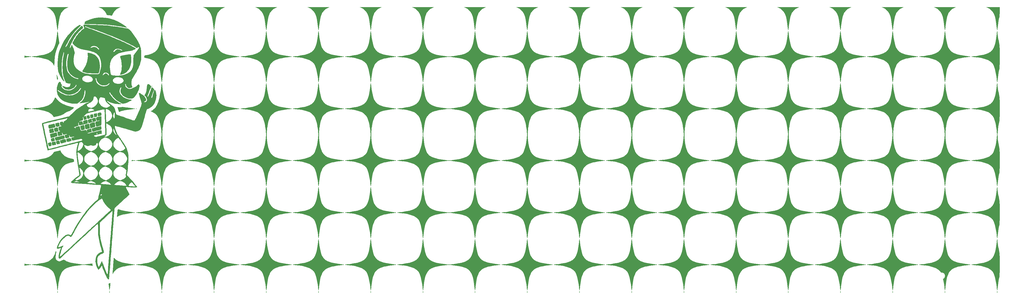
<source format=gbo>
%TF.GenerationSoftware,KiCad,Pcbnew,7.0.11*%
%TF.CreationDate,2024-04-25T10:03:52+05:30*%
%TF.ProjectId,Lexicon 69,4c657869-636f-46e2-9036-392e6b696361,rev?*%
%TF.SameCoordinates,Original*%
%TF.FileFunction,Legend,Bot*%
%TF.FilePolarity,Positive*%
%FSLAX46Y46*%
G04 Gerber Fmt 4.6, Leading zero omitted, Abs format (unit mm)*
G04 Created by KiCad (PCBNEW 7.0.11) date 2024-04-25 10:03:52*
%MOMM*%
%LPD*%
G01*
G04 APERTURE LIST*
%ADD10C,2.200000*%
G04 APERTURE END LIST*
%TO.C,G\u002A\u002A\u002A*%
G36*
X58704667Y-148510334D02*
G01*
X58662333Y-148552667D01*
X58620000Y-148510334D01*
X58662333Y-148468000D01*
X58704667Y-148510334D01*
G37*
G36*
X84967786Y-104958061D02*
G01*
X85036000Y-105034000D01*
X85001941Y-105084123D01*
X84861670Y-105118667D01*
X84765590Y-105100641D01*
X84739667Y-105034000D01*
X84769848Y-105000934D01*
X84913997Y-104949334D01*
X84967786Y-104958061D01*
G37*
G36*
X90136799Y-97400932D02*
G01*
X90173921Y-97474076D01*
X90160488Y-97641142D01*
X90133204Y-97704740D01*
X90088329Y-97742745D01*
X90032840Y-97625667D01*
X90028910Y-97615159D01*
X89998543Y-97444834D01*
X90040672Y-97360094D01*
X90136799Y-97400932D01*
G37*
G36*
X370937481Y-165859081D02*
G01*
X370955333Y-166073670D01*
X370952981Y-166154022D01*
X370923367Y-166342150D01*
X370870667Y-166417334D01*
X370860613Y-166415276D01*
X370807604Y-166319870D01*
X370786000Y-166125997D01*
X370786329Y-166100091D01*
X370813409Y-165894919D01*
X370870667Y-165782334D01*
X370889231Y-165777290D01*
X370937481Y-165859081D01*
G37*
G36*
X353580815Y-165859081D02*
G01*
X353598667Y-166073670D01*
X353596315Y-166154022D01*
X353566701Y-166342150D01*
X353514000Y-166417334D01*
X353503946Y-166415276D01*
X353450937Y-166319870D01*
X353429333Y-166125997D01*
X353429663Y-166100091D01*
X353456742Y-165894919D01*
X353514000Y-165782334D01*
X353532564Y-165777290D01*
X353580815Y-165859081D01*
G37*
G36*
X336224148Y-165859081D02*
G01*
X336242000Y-166073670D01*
X336239648Y-166154022D01*
X336210034Y-166342150D01*
X336157333Y-166417334D01*
X336147279Y-166415276D01*
X336094271Y-166319870D01*
X336072667Y-166125997D01*
X336072996Y-166100091D01*
X336100076Y-165894919D01*
X336157333Y-165782334D01*
X336175897Y-165777290D01*
X336224148Y-165859081D01*
G37*
G36*
X318867481Y-165859081D02*
G01*
X318885333Y-166073670D01*
X318882981Y-166154022D01*
X318853367Y-166342150D01*
X318800667Y-166417334D01*
X318790613Y-166415276D01*
X318737604Y-166319870D01*
X318716000Y-166125997D01*
X318716329Y-166100091D01*
X318743409Y-165894919D01*
X318800667Y-165782334D01*
X318819231Y-165777290D01*
X318867481Y-165859081D01*
G37*
G36*
X301510815Y-165859081D02*
G01*
X301528667Y-166073670D01*
X301526315Y-166154022D01*
X301496701Y-166342150D01*
X301444000Y-166417334D01*
X301433946Y-166415276D01*
X301380937Y-166319870D01*
X301359333Y-166125997D01*
X301359663Y-166100091D01*
X301386742Y-165894919D01*
X301444000Y-165782334D01*
X301462564Y-165777290D01*
X301510815Y-165859081D01*
G37*
G36*
X284238815Y-165859081D02*
G01*
X284256667Y-166073670D01*
X284254315Y-166154022D01*
X284224701Y-166342150D01*
X284172000Y-166417334D01*
X284161946Y-166415276D01*
X284108937Y-166319870D01*
X284087333Y-166125997D01*
X284087663Y-166100091D01*
X284114742Y-165894919D01*
X284172000Y-165782334D01*
X284190564Y-165777290D01*
X284238815Y-165859081D01*
G37*
G36*
X266882148Y-165859081D02*
G01*
X266900000Y-166073670D01*
X266897648Y-166154022D01*
X266868034Y-166342150D01*
X266815333Y-166417334D01*
X266805279Y-166415276D01*
X266752271Y-166319870D01*
X266730667Y-166125997D01*
X266730996Y-166100091D01*
X266758076Y-165894919D01*
X266815333Y-165782334D01*
X266833897Y-165777290D01*
X266882148Y-165859081D01*
G37*
G36*
X249525481Y-165859081D02*
G01*
X249543333Y-166073670D01*
X249540981Y-166154022D01*
X249511367Y-166342150D01*
X249458667Y-166417334D01*
X249448613Y-166415276D01*
X249395604Y-166319870D01*
X249374000Y-166125997D01*
X249374329Y-166100091D01*
X249401409Y-165894919D01*
X249458667Y-165782334D01*
X249477231Y-165777290D01*
X249525481Y-165859081D01*
G37*
G36*
X232168815Y-165859081D02*
G01*
X232186667Y-166073670D01*
X232184315Y-166154022D01*
X232154701Y-166342150D01*
X232102000Y-166417334D01*
X232091946Y-166415276D01*
X232038937Y-166319870D01*
X232017333Y-166125997D01*
X232017663Y-166100091D01*
X232044742Y-165894919D01*
X232102000Y-165782334D01*
X232120564Y-165777290D01*
X232168815Y-165859081D01*
G37*
G36*
X214812148Y-165859081D02*
G01*
X214830000Y-166073670D01*
X214827648Y-166154022D01*
X214798034Y-166342150D01*
X214745333Y-166417334D01*
X214735279Y-166415276D01*
X214682271Y-166319870D01*
X214660667Y-166125997D01*
X214660996Y-166100091D01*
X214688076Y-165894919D01*
X214745333Y-165782334D01*
X214763897Y-165777290D01*
X214812148Y-165859081D01*
G37*
G36*
X197455481Y-165859081D02*
G01*
X197473333Y-166073670D01*
X197470981Y-166154022D01*
X197441367Y-166342150D01*
X197388667Y-166417334D01*
X197378613Y-166415276D01*
X197325604Y-166319870D01*
X197304000Y-166125997D01*
X197304329Y-166100091D01*
X197331409Y-165894919D01*
X197388667Y-165782334D01*
X197407231Y-165777290D01*
X197455481Y-165859081D01*
G37*
G36*
X180183481Y-165859081D02*
G01*
X180201333Y-166073670D01*
X180198981Y-166154022D01*
X180169367Y-166342150D01*
X180116667Y-166417334D01*
X180106613Y-166415276D01*
X180053604Y-166319870D01*
X180032000Y-166125997D01*
X180032329Y-166100091D01*
X180059409Y-165894919D01*
X180116667Y-165782334D01*
X180135231Y-165777290D01*
X180183481Y-165859081D01*
G37*
G36*
X162826815Y-165859081D02*
G01*
X162844667Y-166073670D01*
X162842315Y-166154022D01*
X162812701Y-166342150D01*
X162760000Y-166417334D01*
X162749946Y-166415276D01*
X162696937Y-166319870D01*
X162675333Y-166125997D01*
X162675663Y-166100091D01*
X162702742Y-165894919D01*
X162760000Y-165782334D01*
X162778564Y-165777290D01*
X162826815Y-165859081D01*
G37*
G36*
X145470148Y-165859081D02*
G01*
X145488000Y-166073670D01*
X145485648Y-166154022D01*
X145456034Y-166342150D01*
X145403333Y-166417334D01*
X145393279Y-166415276D01*
X145340271Y-166319870D01*
X145318667Y-166125997D01*
X145318996Y-166100091D01*
X145346076Y-165894919D01*
X145403333Y-165782334D01*
X145421897Y-165777290D01*
X145470148Y-165859081D01*
G37*
G36*
X128113481Y-165859081D02*
G01*
X128131333Y-166073670D01*
X128128981Y-166154022D01*
X128099367Y-166342150D01*
X128046667Y-166417334D01*
X128036613Y-166415276D01*
X127983604Y-166319870D01*
X127962000Y-166125997D01*
X127962329Y-166100091D01*
X127989409Y-165894919D01*
X128046667Y-165782334D01*
X128065231Y-165777290D01*
X128113481Y-165859081D01*
G37*
G36*
X110756815Y-165859081D02*
G01*
X110774667Y-166073670D01*
X110772315Y-166154022D01*
X110742701Y-166342150D01*
X110690000Y-166417334D01*
X110679946Y-166415276D01*
X110626937Y-166319870D01*
X110605333Y-166125997D01*
X110605663Y-166100091D01*
X110632742Y-165894919D01*
X110690000Y-165782334D01*
X110708564Y-165777290D01*
X110756815Y-165859081D01*
G37*
G36*
X93400148Y-165859081D02*
G01*
X93418000Y-166073670D01*
X93415648Y-166154022D01*
X93386034Y-166342150D01*
X93333333Y-166417334D01*
X93323279Y-166415276D01*
X93270271Y-166319870D01*
X93248667Y-166125997D01*
X93248996Y-166100091D01*
X93276076Y-165894919D01*
X93333333Y-165782334D01*
X93351897Y-165777290D01*
X93400148Y-165859081D01*
G37*
G36*
X76043481Y-165859081D02*
G01*
X76061333Y-166073670D01*
X76058981Y-166154022D01*
X76029367Y-166342150D01*
X75976667Y-166417334D01*
X75966613Y-166415276D01*
X75913604Y-166319870D01*
X75892000Y-166125997D01*
X75892329Y-166100091D01*
X75919409Y-165894919D01*
X75976667Y-165782334D01*
X75995231Y-165777290D01*
X76043481Y-165859081D01*
G37*
G36*
X58771481Y-165859081D02*
G01*
X58789333Y-166073670D01*
X58786981Y-166154022D01*
X58757367Y-166342150D01*
X58704667Y-166417334D01*
X58694613Y-166415276D01*
X58641604Y-166319870D01*
X58620000Y-166125997D01*
X58620329Y-166100091D01*
X58647409Y-165894919D01*
X58704667Y-165782334D01*
X58723231Y-165777290D01*
X58771481Y-165859081D01*
G37*
G36*
X58616262Y-94187003D02*
G01*
X58689358Y-94347355D01*
X58836635Y-94768494D01*
X58864071Y-95077793D01*
X58772400Y-95280400D01*
X58766499Y-95286264D01*
X58662254Y-95365044D01*
X58593489Y-95337456D01*
X58546335Y-95182550D01*
X58506921Y-94879373D01*
X58484782Y-94673848D01*
X58443257Y-94310363D01*
X58406455Y-94011540D01*
X58358523Y-93646334D01*
X58616262Y-94187003D01*
G37*
G36*
X83672419Y-122168979D02*
G01*
X83980599Y-122204857D01*
X84295167Y-122220402D01*
X84408563Y-122224444D01*
X84577243Y-122259534D01*
X84594934Y-122315249D01*
X84469924Y-122372725D01*
X84210500Y-122413100D01*
X83846207Y-122441390D01*
X83562420Y-122458810D01*
X83395654Y-122456688D01*
X83318212Y-122431408D01*
X83302396Y-122379354D01*
X83320512Y-122296910D01*
X83361589Y-122197701D01*
X83463403Y-122149560D01*
X83672419Y-122168979D01*
G37*
G36*
X71848751Y-106670526D02*
G01*
X71895897Y-106878868D01*
X71892287Y-107231130D01*
X71870333Y-107692594D01*
X71447000Y-107792573D01*
X71291920Y-107828897D01*
X71073781Y-107878765D01*
X70961780Y-107902609D01*
X70906483Y-107857791D01*
X70844573Y-107683877D01*
X70797659Y-107419645D01*
X70775863Y-107108334D01*
X70769667Y-106769667D01*
X71261200Y-106645275D01*
X71500978Y-106591648D01*
X71725545Y-106582616D01*
X71848751Y-106670526D01*
G37*
G36*
X73111992Y-106335033D02*
G01*
X73209228Y-106432329D01*
X73258683Y-106637571D01*
X73288761Y-106981334D01*
X73293352Y-107131533D01*
X73255052Y-107248262D01*
X73132229Y-107331051D01*
X72886333Y-107422128D01*
X72863380Y-107429947D01*
X72516243Y-107538835D01*
X72293274Y-107571664D01*
X72163050Y-107515771D01*
X72094146Y-107358494D01*
X72055140Y-107087167D01*
X72039571Y-106904908D01*
X72051306Y-106642476D01*
X72144285Y-106483611D01*
X72347870Y-106393755D01*
X72691425Y-106338354D01*
X72938573Y-106315110D01*
X73111992Y-106335033D01*
G37*
G36*
X56453107Y-116261020D02*
G01*
X56508824Y-116322029D01*
X56591232Y-116512389D01*
X56661710Y-116778097D01*
X56705501Y-117058207D01*
X56692116Y-117294901D01*
X56591410Y-117433835D01*
X56391352Y-117507464D01*
X56141643Y-117545227D01*
X55913285Y-117516540D01*
X55761597Y-117375848D01*
X55642288Y-117099000D01*
X55590806Y-116939275D01*
X55523393Y-116707644D01*
X55494121Y-116573114D01*
X55503994Y-116546155D01*
X55622735Y-116462249D01*
X55832165Y-116373835D01*
X56077136Y-116298861D01*
X56302499Y-116255273D01*
X56453107Y-116261020D01*
G37*
G36*
X59262914Y-115682447D02*
G01*
X59363685Y-115783218D01*
X59436312Y-115994175D01*
X59503521Y-116344449D01*
X59520835Y-116452821D01*
X59526731Y-116623653D01*
X59457056Y-116712861D01*
X59281291Y-116780306D01*
X59011522Y-116844508D01*
X58723738Y-116878690D01*
X58615214Y-116877336D01*
X58455692Y-116821405D01*
X58359345Y-116658163D01*
X58294093Y-116416397D01*
X58255608Y-116137194D01*
X58254984Y-116000636D01*
X58294670Y-115882085D01*
X58408481Y-115801977D01*
X58627725Y-115740570D01*
X58983714Y-115678125D01*
X59111274Y-115662733D01*
X59262914Y-115682447D01*
G37*
G36*
X57723845Y-115196662D02*
G01*
X57776371Y-115380776D01*
X57813775Y-115595585D01*
X57799970Y-115705983D01*
X57764731Y-115728035D01*
X57593640Y-115791351D01*
X57350000Y-115854785D01*
X57294684Y-115866876D01*
X56977445Y-115930816D01*
X56782754Y-115934918D01*
X56672125Y-115854519D01*
X56607073Y-115664958D01*
X56549112Y-115341572D01*
X56548341Y-115336991D01*
X56526644Y-115124858D01*
X56573901Y-115013199D01*
X56716023Y-114939611D01*
X56732404Y-114933559D01*
X56978877Y-114862138D01*
X57257680Y-114804404D01*
X57578751Y-114753062D01*
X57723845Y-115196662D01*
G37*
G36*
X76288222Y-163162978D02*
G01*
X76281011Y-163317999D01*
X76257427Y-163597378D01*
X76220178Y-163970868D01*
X76171974Y-164408227D01*
X76146797Y-164617952D01*
X76091960Y-165018668D01*
X76039385Y-165335178D01*
X75994035Y-165539396D01*
X75960870Y-165603237D01*
X75950725Y-165593638D01*
X75907024Y-165463484D01*
X75886370Y-165248170D01*
X75883369Y-165173716D01*
X75861647Y-164897002D01*
X75824219Y-164534997D01*
X75776906Y-164146310D01*
X75673071Y-163356953D01*
X75964869Y-163235032D01*
X76014584Y-163214846D01*
X76197031Y-163152422D01*
X76285438Y-163141882D01*
X76288222Y-163162978D01*
G37*
G36*
X69297411Y-107266556D02*
G01*
X69354156Y-107409765D01*
X69413302Y-107681844D01*
X69415648Y-107693484D01*
X69464550Y-108000301D01*
X69448407Y-108186710D01*
X69352223Y-108292985D01*
X69161000Y-108359401D01*
X69075341Y-108379822D01*
X68835697Y-108415274D01*
X68687106Y-108366758D01*
X68589355Y-108206687D01*
X68502233Y-107907474D01*
X68477656Y-107809556D01*
X68422968Y-107568897D01*
X68415968Y-107436274D01*
X68461147Y-107368410D01*
X68562997Y-107322029D01*
X68773285Y-107264034D01*
X69033733Y-107221389D01*
X69068453Y-107217932D01*
X69212399Y-107215013D01*
X69297411Y-107266556D01*
G37*
G36*
X78975530Y-71493843D02*
G01*
X78472628Y-71772344D01*
X77938239Y-72190689D01*
X77503539Y-72706349D01*
X77134327Y-73353877D01*
X76990232Y-73648579D01*
X76868945Y-73868992D01*
X76774783Y-73985526D01*
X76684911Y-74025255D01*
X76576494Y-74015252D01*
X76559087Y-74011744D01*
X76351909Y-73974040D01*
X76045258Y-73922076D01*
X75698799Y-73865997D01*
X75039932Y-73761875D01*
X74870404Y-73378630D01*
X74553330Y-72809621D01*
X74051498Y-72214967D01*
X73429711Y-71720488D01*
X72707316Y-71344380D01*
X72293667Y-71176567D01*
X75972188Y-71171950D01*
X79650710Y-71167334D01*
X78975530Y-71493843D01*
G37*
G36*
X58678347Y-111289967D02*
G01*
X58753970Y-111346703D01*
X58791712Y-111412041D01*
X58865887Y-111614201D01*
X58936293Y-111876303D01*
X58990705Y-112143128D01*
X59016900Y-112359456D01*
X59002653Y-112470069D01*
X58977686Y-112487271D01*
X58823184Y-112552179D01*
X58592945Y-112624521D01*
X58255072Y-112709458D01*
X58002268Y-112737049D01*
X57840032Y-112682365D01*
X57732191Y-112532009D01*
X57642570Y-112272586D01*
X57561914Y-111969415D01*
X57536812Y-111725535D01*
X57606901Y-111570024D01*
X57792120Y-111464631D01*
X58112403Y-111371102D01*
X58329214Y-111318521D01*
X58550451Y-111280053D01*
X58678347Y-111289967D01*
G37*
G36*
X48523500Y-156819705D02*
G01*
X48716234Y-156844137D01*
X49106272Y-156888083D01*
X49441895Y-156919091D01*
X49666500Y-156931620D01*
X49723653Y-156933552D01*
X49909176Y-156964173D01*
X49984000Y-157019334D01*
X49978830Y-157034652D01*
X49870700Y-157086350D01*
X49666500Y-157110480D01*
X49603879Y-157113024D01*
X49330455Y-157135426D01*
X48971216Y-157175045D01*
X48587000Y-157225406D01*
X48419923Y-157249257D01*
X48101911Y-157295099D01*
X47868611Y-157329340D01*
X47761500Y-157345927D01*
X47748889Y-157341871D01*
X47712593Y-157237445D01*
X47698000Y-157034419D01*
X47698000Y-156710838D01*
X48523500Y-156819705D01*
G37*
G36*
X48523500Y-139463039D02*
G01*
X48716234Y-139487471D01*
X49106272Y-139531416D01*
X49441895Y-139562424D01*
X49666500Y-139574953D01*
X49723653Y-139576885D01*
X49909176Y-139607506D01*
X49984000Y-139662667D01*
X49978830Y-139677985D01*
X49870700Y-139729684D01*
X49666500Y-139753813D01*
X49603879Y-139756357D01*
X49330455Y-139778759D01*
X48971216Y-139818379D01*
X48587000Y-139868740D01*
X48419923Y-139892590D01*
X48101911Y-139938432D01*
X47868611Y-139972674D01*
X47761500Y-139989260D01*
X47748889Y-139985204D01*
X47712593Y-139880778D01*
X47698000Y-139677752D01*
X47698000Y-139354171D01*
X48523500Y-139463039D01*
G37*
G36*
X48523500Y-122106372D02*
G01*
X48716234Y-122130804D01*
X49106272Y-122174749D01*
X49441895Y-122205758D01*
X49666500Y-122218286D01*
X49723653Y-122220219D01*
X49909176Y-122250839D01*
X49984000Y-122306000D01*
X49978830Y-122321318D01*
X49870700Y-122373017D01*
X49666500Y-122397147D01*
X49603879Y-122399690D01*
X49330455Y-122422092D01*
X48971216Y-122461712D01*
X48587000Y-122512073D01*
X48419923Y-122535924D01*
X48101911Y-122581765D01*
X47868611Y-122616007D01*
X47761500Y-122632593D01*
X47748889Y-122628538D01*
X47712593Y-122524112D01*
X47698000Y-122321086D01*
X47698000Y-121997505D01*
X48523500Y-122106372D01*
G37*
G36*
X48523500Y-104834372D02*
G01*
X48716234Y-104858804D01*
X49106272Y-104902749D01*
X49441895Y-104933758D01*
X49666500Y-104946286D01*
X49723653Y-104948219D01*
X49909176Y-104978839D01*
X49984000Y-105034000D01*
X49978830Y-105049318D01*
X49870700Y-105101017D01*
X49666500Y-105125147D01*
X49603879Y-105127690D01*
X49330455Y-105150092D01*
X48971216Y-105189712D01*
X48587000Y-105240073D01*
X48419923Y-105263924D01*
X48101911Y-105309765D01*
X47868611Y-105344007D01*
X47761500Y-105360593D01*
X47748889Y-105356538D01*
X47712593Y-105252112D01*
X47698000Y-105049086D01*
X47698000Y-104725505D01*
X48523500Y-104834372D01*
G37*
G36*
X48523500Y-87477705D02*
G01*
X48716234Y-87502137D01*
X49106272Y-87546083D01*
X49441895Y-87577091D01*
X49666500Y-87589620D01*
X49723653Y-87591552D01*
X49909176Y-87622173D01*
X49984000Y-87677334D01*
X49978830Y-87692652D01*
X49870700Y-87744350D01*
X49666500Y-87768480D01*
X49603879Y-87771024D01*
X49330455Y-87793426D01*
X48971216Y-87833045D01*
X48587000Y-87883406D01*
X48419923Y-87907257D01*
X48101911Y-87953099D01*
X47868611Y-87987340D01*
X47761500Y-88003927D01*
X47748889Y-87999871D01*
X47712593Y-87895445D01*
X47698000Y-87692419D01*
X47698000Y-87368838D01*
X48523500Y-87477705D01*
G37*
G36*
X70404422Y-106905372D02*
G01*
X70525510Y-106972971D01*
X70589750Y-107161250D01*
X70624541Y-107402392D01*
X70642667Y-107696656D01*
X70639702Y-107791492D01*
X70600387Y-107921368D01*
X70481387Y-108009105D01*
X70240500Y-108096679D01*
X70100708Y-108139105D01*
X69878266Y-108195176D01*
X69753706Y-108210396D01*
X69727453Y-108190573D01*
X69664730Y-108049430D01*
X69614860Y-107820958D01*
X69601820Y-107732131D01*
X69561219Y-107467068D01*
X69530154Y-107279670D01*
X69526124Y-107221803D01*
X69592859Y-107105985D01*
X69796000Y-107009282D01*
X69811361Y-107004033D01*
X70079301Y-106933295D01*
X70314583Y-106901446D01*
X70404422Y-106905372D01*
G37*
G36*
X63081895Y-114854460D02*
G01*
X63165238Y-114963695D01*
X63242886Y-115194000D01*
X63276630Y-115309208D01*
X63335972Y-115539376D01*
X63360048Y-115677435D01*
X63340637Y-115722099D01*
X63176704Y-115817357D01*
X62845213Y-115918306D01*
X62345333Y-116025231D01*
X62179399Y-116051153D01*
X61941412Y-116043274D01*
X61801759Y-115939473D01*
X61722575Y-115721268D01*
X61679204Y-115535419D01*
X61620257Y-115309112D01*
X61608530Y-115257128D01*
X61628620Y-115159187D01*
X61745155Y-115078998D01*
X61992058Y-114987186D01*
X62125718Y-114946905D01*
X62470295Y-114868544D01*
X62771345Y-114829741D01*
X62939315Y-114824933D01*
X63081895Y-114854460D01*
G37*
G36*
X59175201Y-109698860D02*
G01*
X59254224Y-109755881D01*
X59302178Y-109902137D01*
X59340053Y-110177500D01*
X59364976Y-110388088D01*
X59396190Y-110623546D01*
X59417334Y-110749000D01*
X59402979Y-110782188D01*
X59273735Y-110857480D01*
X59051022Y-110929442D01*
X58974567Y-110948156D01*
X58624916Y-111023748D01*
X58395666Y-111036903D01*
X58250827Y-110974422D01*
X58154409Y-110823102D01*
X58070424Y-110569743D01*
X58016092Y-110359211D01*
X57973566Y-110121247D01*
X57973921Y-109985342D01*
X58048454Y-109923458D01*
X58250006Y-109842369D01*
X58524484Y-109767316D01*
X58819769Y-109712135D01*
X59083742Y-109690667D01*
X59175201Y-109698860D01*
G37*
G36*
X58125253Y-116421667D02*
G01*
X58169797Y-116555955D01*
X58247064Y-116821887D01*
X58260802Y-116973794D01*
X58209297Y-117043663D01*
X58090833Y-117063481D01*
X58029751Y-117068821D01*
X57793819Y-117110941D01*
X57519333Y-117179422D01*
X57401898Y-117212767D01*
X57189297Y-117271415D01*
X57077812Y-117299609D01*
X57033968Y-117288739D01*
X56938745Y-117159274D01*
X56851397Y-116916149D01*
X56787304Y-116596581D01*
X56771281Y-116470796D01*
X56768028Y-116289828D01*
X56826271Y-116193609D01*
X56967556Y-116125883D01*
X57029927Y-116105487D01*
X57295029Y-116049715D01*
X57591474Y-116017882D01*
X57982748Y-115998334D01*
X58125253Y-116421667D01*
G37*
G36*
X69121462Y-110076865D02*
G01*
X69197672Y-110167558D01*
X69242037Y-110349097D01*
X69286965Y-110635022D01*
X69308424Y-110764898D01*
X69367782Y-111132498D01*
X69389484Y-111373933D01*
X69359660Y-111522017D01*
X69264439Y-111609566D01*
X69089954Y-111669394D01*
X68822333Y-111734315D01*
X68805683Y-111738392D01*
X68496543Y-111807578D01*
X68244999Y-111852636D01*
X68104105Y-111863987D01*
X68051538Y-111811922D01*
X67971381Y-111631549D01*
X67888412Y-111367757D01*
X67814126Y-111068185D01*
X67760021Y-110780475D01*
X67737593Y-110552266D01*
X67758338Y-110431199D01*
X67839089Y-110387380D01*
X68044114Y-110312553D01*
X68318868Y-110230502D01*
X68377673Y-110214435D01*
X68743871Y-110113845D01*
X68980997Y-110063474D01*
X69121462Y-110076865D01*
G37*
G36*
X61322516Y-115188286D02*
G01*
X61383793Y-115242391D01*
X61446168Y-115377344D01*
X61507778Y-115606117D01*
X61552131Y-115859330D01*
X61568566Y-116074830D01*
X61546423Y-116190467D01*
X61518871Y-116205381D01*
X61357553Y-116261592D01*
X61090212Y-116340379D01*
X60756905Y-116429608D01*
X60604975Y-116467586D01*
X60279522Y-116542353D01*
X60027922Y-116591151D01*
X59894981Y-116604867D01*
X59824725Y-116539799D01*
X59730227Y-116361768D01*
X59636381Y-116123779D01*
X59561492Y-115878915D01*
X59523869Y-115680255D01*
X59541819Y-115580880D01*
X59597391Y-115560428D01*
X59791235Y-115503265D01*
X60085746Y-115422778D01*
X60443394Y-115329433D01*
X60780022Y-115245552D01*
X61053047Y-115186866D01*
X61223073Y-115168777D01*
X61322516Y-115188286D01*
G37*
G36*
X58573709Y-113508650D02*
G01*
X58583168Y-113551107D01*
X58638028Y-113849479D01*
X58660308Y-114076384D01*
X58645130Y-114185578D01*
X58546228Y-114229693D01*
X58316006Y-114304951D01*
X57990266Y-114399804D01*
X57604000Y-114503566D01*
X57228973Y-114599161D01*
X56892852Y-114682174D01*
X56647933Y-114739696D01*
X56530503Y-114762959D01*
X56483745Y-114729706D01*
X56407523Y-114571667D01*
X56340587Y-114326167D01*
X56324036Y-114245342D01*
X56254998Y-113902554D01*
X56233087Y-113674873D01*
X56280994Y-113528531D01*
X56421408Y-113429758D01*
X56677021Y-113344785D01*
X57070524Y-113239843D01*
X57325717Y-113171835D01*
X57695424Y-113075062D01*
X57997651Y-112998006D01*
X58184437Y-112953020D01*
X58434825Y-112898025D01*
X58573709Y-113508650D01*
G37*
G36*
X67452533Y-110502208D02*
G01*
X67519606Y-110552313D01*
X67551704Y-110619543D01*
X67624149Y-110852911D01*
X67692762Y-111158231D01*
X67743920Y-111470214D01*
X67764000Y-111723571D01*
X67763626Y-111756945D01*
X67735656Y-111903292D01*
X67630913Y-111990981D01*
X67404167Y-112062631D01*
X67312446Y-112086546D01*
X67089091Y-112147788D01*
X66959667Y-112187776D01*
X66950781Y-112191150D01*
X66766670Y-112223785D01*
X66626939Y-112149074D01*
X66512350Y-111946530D01*
X66403666Y-111595667D01*
X66397900Y-111573408D01*
X66322322Y-111270666D01*
X66267473Y-111031301D01*
X66244881Y-110905413D01*
X66246607Y-110896555D01*
X66342086Y-110821529D01*
X66554832Y-110724473D01*
X66845013Y-110624060D01*
X67086915Y-110553702D01*
X67319767Y-110501451D01*
X67452533Y-110502208D01*
G37*
G36*
X57646100Y-110029601D02*
G01*
X57722554Y-110112639D01*
X57807234Y-110307908D01*
X57886034Y-110562868D01*
X57944843Y-110824977D01*
X57969553Y-111041694D01*
X57946055Y-111160479D01*
X57864415Y-111200055D01*
X57646274Y-111274211D01*
X57331064Y-111367246D01*
X56955366Y-111467811D01*
X56634538Y-111548778D01*
X56300750Y-111630698D01*
X56055235Y-111688266D01*
X55935813Y-111712410D01*
X55908686Y-111706547D01*
X55821305Y-111594101D01*
X55740337Y-111376187D01*
X55680656Y-111100686D01*
X55657139Y-110815479D01*
X55685768Y-110619353D01*
X55804833Y-110466255D01*
X55937950Y-110418868D01*
X56195010Y-110346605D01*
X56525799Y-110262314D01*
X56883121Y-110177219D01*
X57219778Y-110102542D01*
X57488573Y-110049506D01*
X57642309Y-110029334D01*
X57646100Y-110029601D01*
G37*
G36*
X57324313Y-111688527D02*
G01*
X57350000Y-111778725D01*
X57361003Y-111867773D01*
X57412586Y-112093728D01*
X57492138Y-112370365D01*
X57546205Y-112560220D01*
X57588574Y-112769444D01*
X57584912Y-112870644D01*
X57578488Y-112875394D01*
X57454969Y-112923576D01*
X57218512Y-112995055D01*
X56913607Y-113076206D01*
X56862673Y-113088868D01*
X56560181Y-113158514D01*
X56327759Y-113202950D01*
X56212202Y-113213047D01*
X56199927Y-113205425D01*
X56136534Y-113086116D01*
X56062554Y-112863799D01*
X55991704Y-112589988D01*
X55937699Y-112316199D01*
X55914254Y-112093948D01*
X55926558Y-112011687D01*
X56001849Y-111930288D01*
X56175666Y-111858171D01*
X56482167Y-111776226D01*
X56731297Y-111717811D01*
X57040924Y-111658144D01*
X57229942Y-111648358D01*
X57324313Y-111688527D01*
G37*
G36*
X73302855Y-111316466D02*
G01*
X73320664Y-111496179D01*
X73328845Y-111746329D01*
X73311626Y-111895966D01*
X73302365Y-111909399D01*
X73163463Y-111986933D01*
X72873496Y-112092060D01*
X72444751Y-112220697D01*
X71889517Y-112368758D01*
X71556646Y-112452814D01*
X71123700Y-112559939D01*
X70763646Y-112646444D01*
X70506835Y-112705080D01*
X70383619Y-112728591D01*
X70380891Y-112728763D01*
X70295870Y-112682696D01*
X70226188Y-112518047D01*
X70160989Y-112209500D01*
X70124607Y-111952969D01*
X70109288Y-111729805D01*
X70123704Y-111621977D01*
X70179528Y-111594621D01*
X70376165Y-111529378D01*
X70679985Y-111441033D01*
X71057073Y-111338348D01*
X71473510Y-111230085D01*
X71895380Y-111125007D01*
X72288764Y-111031876D01*
X72619748Y-110959454D01*
X72854412Y-110916505D01*
X73245823Y-110859999D01*
X73302855Y-111316466D01*
G37*
G36*
X71034065Y-109545843D02*
G01*
X71054877Y-109593094D01*
X71098125Y-109775475D01*
X71145732Y-110043263D01*
X71189712Y-110344857D01*
X71222078Y-110628654D01*
X71234843Y-110843053D01*
X71234700Y-110885107D01*
X71222387Y-110995567D01*
X71168480Y-111075601D01*
X71042476Y-111143735D01*
X70813872Y-111218493D01*
X70452167Y-111318402D01*
X70247472Y-111372642D01*
X69943339Y-111448258D01*
X69728192Y-111495160D01*
X69639063Y-111504856D01*
X69632387Y-111490862D01*
X69597660Y-111353317D01*
X69546709Y-111103303D01*
X69488010Y-110781418D01*
X69435015Y-110450308D01*
X69411871Y-110208832D01*
X69425588Y-110064762D01*
X69475614Y-109982554D01*
X69476976Y-109981325D01*
X69600225Y-109918856D01*
X69830944Y-109835623D01*
X70124490Y-109744135D01*
X70436219Y-109656903D01*
X70721487Y-109586437D01*
X70935650Y-109545247D01*
X71034065Y-109545843D01*
G37*
G36*
X79284653Y-138656676D02*
G01*
X79679204Y-138783688D01*
X79741719Y-138804065D01*
X80496734Y-139012103D01*
X81399860Y-139200662D01*
X82432362Y-139366272D01*
X83575500Y-139505461D01*
X83607046Y-139508789D01*
X83998738Y-139554587D01*
X84318357Y-139599939D01*
X84533726Y-139639773D01*
X84612667Y-139669014D01*
X84607955Y-139676011D01*
X84495959Y-139710501D01*
X84265284Y-139748104D01*
X83956500Y-139781843D01*
X83882933Y-139788449D01*
X83035785Y-139880606D01*
X82195729Y-139999512D01*
X81389782Y-140139567D01*
X80644961Y-140295172D01*
X79988283Y-140460728D01*
X79446766Y-140630634D01*
X79047427Y-140799292D01*
X78787598Y-140926081D01*
X78568312Y-141002040D01*
X78464234Y-140982559D01*
X78462583Y-140869167D01*
X78481145Y-140753651D01*
X78507363Y-140497927D01*
X78535495Y-140148997D01*
X78561954Y-139747334D01*
X78589353Y-139312150D01*
X78628894Y-138947910D01*
X78696952Y-138718565D01*
X78814770Y-138605792D01*
X79003589Y-138591270D01*
X79284653Y-138656676D01*
G37*
G36*
X371717333Y-72613727D02*
G01*
X371717294Y-72681374D01*
X371712036Y-73267553D01*
X371695866Y-73725891D01*
X371665827Y-74093925D01*
X371618964Y-74409192D01*
X371552321Y-74709227D01*
X371506127Y-74906797D01*
X371414880Y-75364719D01*
X371317075Y-75924877D01*
X371219252Y-76544937D01*
X371127955Y-77182562D01*
X371049724Y-77795419D01*
X370991101Y-78341170D01*
X370986458Y-78388647D01*
X370949747Y-78668750D01*
X370908849Y-78857064D01*
X370871782Y-78915023D01*
X370864429Y-78906524D01*
X370826646Y-78777995D01*
X370786561Y-78533981D01*
X370751704Y-78218186D01*
X370736342Y-78055345D01*
X370671678Y-77488138D01*
X370586344Y-76856128D01*
X370487677Y-76205990D01*
X370383015Y-75584401D01*
X370279695Y-75038035D01*
X370185054Y-74613568D01*
X370094142Y-74281420D01*
X369784219Y-73441939D01*
X369388912Y-72739803D01*
X368899284Y-72163702D01*
X368306398Y-71702330D01*
X367601316Y-71344380D01*
X367187667Y-71176567D01*
X369452500Y-71171950D01*
X371717333Y-71167334D01*
X371717333Y-72613727D01*
G37*
G36*
X356512863Y-71493843D02*
G01*
X355983792Y-71792834D01*
X355511923Y-72163831D01*
X355109418Y-72612255D01*
X354768353Y-73153189D01*
X354480805Y-73801715D01*
X354238851Y-74572915D01*
X354034568Y-75481871D01*
X353860033Y-76543667D01*
X353852410Y-76597568D01*
X353784510Y-77094791D01*
X353721006Y-77587310D01*
X353668711Y-78020859D01*
X353634435Y-78341170D01*
X353629792Y-78388647D01*
X353593080Y-78668750D01*
X353552182Y-78857064D01*
X353515116Y-78915023D01*
X353507762Y-78906524D01*
X353469980Y-78777995D01*
X353429894Y-78533981D01*
X353395037Y-78218186D01*
X353379675Y-78055345D01*
X353315011Y-77488138D01*
X353229677Y-76856128D01*
X353131011Y-76205990D01*
X353026348Y-75584401D01*
X352923028Y-75038035D01*
X352828387Y-74613568D01*
X352737475Y-74281420D01*
X352427553Y-73441939D01*
X352032246Y-72739803D01*
X351542617Y-72163702D01*
X350949731Y-71702330D01*
X350244650Y-71344380D01*
X349831000Y-71176567D01*
X353509522Y-71171950D01*
X357188043Y-71167334D01*
X356512863Y-71493843D01*
G37*
G36*
X339156196Y-71493843D02*
G01*
X338627126Y-71792834D01*
X338155257Y-72163831D01*
X337752751Y-72612255D01*
X337411687Y-73153189D01*
X337124139Y-73801715D01*
X336882185Y-74572915D01*
X336677902Y-75481871D01*
X336503366Y-76543667D01*
X336495744Y-76597568D01*
X336427843Y-77094791D01*
X336364340Y-77587310D01*
X336312044Y-78020859D01*
X336277768Y-78341170D01*
X336273125Y-78388647D01*
X336236414Y-78668750D01*
X336195516Y-78857064D01*
X336158449Y-78915023D01*
X336151096Y-78906524D01*
X336113313Y-78777995D01*
X336073228Y-78533981D01*
X336038370Y-78218186D01*
X336023008Y-78055345D01*
X335958345Y-77488138D01*
X335873011Y-76856128D01*
X335774344Y-76205990D01*
X335669682Y-75584401D01*
X335566361Y-75038035D01*
X335471721Y-74613568D01*
X335380808Y-74281420D01*
X335070886Y-73441939D01*
X334675579Y-72739803D01*
X334185951Y-72163702D01*
X333593064Y-71702330D01*
X332887983Y-71344380D01*
X332474333Y-71176567D01*
X336152855Y-71171950D01*
X339831376Y-71167334D01*
X339156196Y-71493843D01*
G37*
G36*
X321799530Y-71493843D02*
G01*
X321270459Y-71792834D01*
X320798590Y-72163831D01*
X320396085Y-72612255D01*
X320055020Y-73153189D01*
X319767472Y-73801715D01*
X319525518Y-74572915D01*
X319321235Y-75481871D01*
X319146699Y-76543667D01*
X319139077Y-76597568D01*
X319071176Y-77094791D01*
X319007673Y-77587310D01*
X318955378Y-78020859D01*
X318921101Y-78341170D01*
X318916458Y-78388647D01*
X318879747Y-78668750D01*
X318838849Y-78857064D01*
X318801782Y-78915023D01*
X318794429Y-78906524D01*
X318756646Y-78777995D01*
X318716561Y-78533981D01*
X318681704Y-78218186D01*
X318666342Y-78055345D01*
X318601678Y-77488138D01*
X318516344Y-76856128D01*
X318417677Y-76205990D01*
X318313015Y-75584401D01*
X318209695Y-75038035D01*
X318115054Y-74613568D01*
X318024142Y-74281420D01*
X317714219Y-73441939D01*
X317318912Y-72739803D01*
X316829284Y-72163702D01*
X316236398Y-71702330D01*
X315531316Y-71344380D01*
X315117667Y-71176567D01*
X318796188Y-71171950D01*
X322474710Y-71167334D01*
X321799530Y-71493843D01*
G37*
G36*
X304442863Y-71493843D02*
G01*
X303913792Y-71792834D01*
X303441923Y-72163831D01*
X303039418Y-72612255D01*
X302698353Y-73153189D01*
X302410805Y-73801715D01*
X302168851Y-74572915D01*
X301964568Y-75481871D01*
X301790033Y-76543667D01*
X301782410Y-76597568D01*
X301714510Y-77094791D01*
X301651006Y-77587310D01*
X301598711Y-78020859D01*
X301564435Y-78341170D01*
X301559792Y-78388647D01*
X301523080Y-78668750D01*
X301482182Y-78857064D01*
X301445116Y-78915023D01*
X301437762Y-78906524D01*
X301399980Y-78777995D01*
X301359894Y-78533981D01*
X301325037Y-78218186D01*
X301309675Y-78055345D01*
X301245011Y-77488138D01*
X301159677Y-76856128D01*
X301061011Y-76205990D01*
X300956348Y-75584401D01*
X300853028Y-75038035D01*
X300758387Y-74613568D01*
X300667475Y-74281420D01*
X300357553Y-73441939D01*
X299962246Y-72739803D01*
X299472617Y-72163702D01*
X298879731Y-71702330D01*
X298174650Y-71344380D01*
X297761000Y-71176567D01*
X301439522Y-71171950D01*
X305118043Y-71167334D01*
X304442863Y-71493843D01*
G37*
G36*
X287170863Y-71493843D02*
G01*
X286641792Y-71792834D01*
X286169923Y-72163831D01*
X285767418Y-72612255D01*
X285426353Y-73153189D01*
X285138805Y-73801715D01*
X284896851Y-74572915D01*
X284692568Y-75481871D01*
X284518033Y-76543667D01*
X284510410Y-76597568D01*
X284442510Y-77094791D01*
X284379006Y-77587310D01*
X284326711Y-78020859D01*
X284292435Y-78341170D01*
X284287792Y-78388647D01*
X284251080Y-78668750D01*
X284210182Y-78857064D01*
X284173116Y-78915023D01*
X284165762Y-78906524D01*
X284127980Y-78777995D01*
X284087894Y-78533981D01*
X284053037Y-78218186D01*
X284037675Y-78055345D01*
X283973011Y-77488138D01*
X283887677Y-76856128D01*
X283789011Y-76205990D01*
X283684348Y-75584401D01*
X283581028Y-75038035D01*
X283486387Y-74613568D01*
X283395475Y-74281420D01*
X283085553Y-73441939D01*
X282690246Y-72739803D01*
X282200617Y-72163702D01*
X281607731Y-71702330D01*
X280902650Y-71344380D01*
X280489000Y-71176567D01*
X284167522Y-71171950D01*
X287846043Y-71167334D01*
X287170863Y-71493843D01*
G37*
G36*
X269814196Y-71493843D02*
G01*
X269285126Y-71792834D01*
X268813257Y-72163831D01*
X268410751Y-72612255D01*
X268069687Y-73153189D01*
X267782139Y-73801715D01*
X267540185Y-74572915D01*
X267335902Y-75481871D01*
X267161366Y-76543667D01*
X267153744Y-76597568D01*
X267085843Y-77094791D01*
X267022340Y-77587310D01*
X266970044Y-78020859D01*
X266935768Y-78341170D01*
X266931125Y-78388647D01*
X266894414Y-78668750D01*
X266853516Y-78857064D01*
X266816449Y-78915023D01*
X266809096Y-78906524D01*
X266771313Y-78777995D01*
X266731228Y-78533981D01*
X266696370Y-78218186D01*
X266681008Y-78055345D01*
X266616345Y-77488138D01*
X266531011Y-76856128D01*
X266432344Y-76205990D01*
X266327682Y-75584401D01*
X266224361Y-75038035D01*
X266129721Y-74613568D01*
X266038808Y-74281420D01*
X265728886Y-73441939D01*
X265333579Y-72739803D01*
X264843951Y-72163702D01*
X264251064Y-71702330D01*
X263545983Y-71344380D01*
X263132333Y-71176567D01*
X266810855Y-71171950D01*
X270489376Y-71167334D01*
X269814196Y-71493843D01*
G37*
G36*
X252457530Y-71493843D02*
G01*
X251928459Y-71792834D01*
X251456590Y-72163831D01*
X251054085Y-72612255D01*
X250713020Y-73153189D01*
X250425472Y-73801715D01*
X250183518Y-74572915D01*
X249979235Y-75481871D01*
X249804699Y-76543667D01*
X249797077Y-76597568D01*
X249729176Y-77094791D01*
X249665673Y-77587310D01*
X249613378Y-78020859D01*
X249579101Y-78341170D01*
X249574458Y-78388647D01*
X249537747Y-78668750D01*
X249496849Y-78857064D01*
X249459782Y-78915023D01*
X249452429Y-78906524D01*
X249414646Y-78777995D01*
X249374561Y-78533981D01*
X249339704Y-78218186D01*
X249324342Y-78055345D01*
X249259678Y-77488138D01*
X249174344Y-76856128D01*
X249075677Y-76205990D01*
X248971015Y-75584401D01*
X248867695Y-75038035D01*
X248773054Y-74613568D01*
X248682142Y-74281420D01*
X248372219Y-73441939D01*
X247976912Y-72739803D01*
X247487284Y-72163702D01*
X246894398Y-71702330D01*
X246189316Y-71344380D01*
X245775667Y-71176567D01*
X249454188Y-71171950D01*
X253132710Y-71167334D01*
X252457530Y-71493843D01*
G37*
G36*
X235100863Y-71493843D02*
G01*
X234571792Y-71792834D01*
X234099923Y-72163831D01*
X233697418Y-72612255D01*
X233356353Y-73153189D01*
X233068805Y-73801715D01*
X232826851Y-74572915D01*
X232622568Y-75481871D01*
X232448033Y-76543667D01*
X232440410Y-76597568D01*
X232372510Y-77094791D01*
X232309006Y-77587310D01*
X232256711Y-78020859D01*
X232222435Y-78341170D01*
X232217792Y-78388647D01*
X232181080Y-78668750D01*
X232140182Y-78857064D01*
X232103116Y-78915023D01*
X232095762Y-78906524D01*
X232057980Y-78777995D01*
X232017894Y-78533981D01*
X231983037Y-78218186D01*
X231967675Y-78055345D01*
X231903011Y-77488138D01*
X231817677Y-76856128D01*
X231719011Y-76205990D01*
X231614348Y-75584401D01*
X231511028Y-75038035D01*
X231416387Y-74613568D01*
X231325475Y-74281420D01*
X231015553Y-73441939D01*
X230620246Y-72739803D01*
X230130617Y-72163702D01*
X229537731Y-71702330D01*
X228832650Y-71344380D01*
X228419000Y-71176567D01*
X232097522Y-71171950D01*
X235776043Y-71167334D01*
X235100863Y-71493843D01*
G37*
G36*
X217744196Y-71493843D02*
G01*
X217215126Y-71792834D01*
X216743257Y-72163831D01*
X216340751Y-72612255D01*
X215999687Y-73153189D01*
X215712139Y-73801715D01*
X215470185Y-74572915D01*
X215265902Y-75481871D01*
X215091366Y-76543667D01*
X215083744Y-76597568D01*
X215015843Y-77094791D01*
X214952340Y-77587310D01*
X214900044Y-78020859D01*
X214865768Y-78341170D01*
X214861125Y-78388647D01*
X214824414Y-78668750D01*
X214783516Y-78857064D01*
X214746449Y-78915023D01*
X214739096Y-78906524D01*
X214701313Y-78777995D01*
X214661228Y-78533981D01*
X214626370Y-78218186D01*
X214611008Y-78055345D01*
X214546345Y-77488138D01*
X214461011Y-76856128D01*
X214362344Y-76205990D01*
X214257682Y-75584401D01*
X214154361Y-75038035D01*
X214059721Y-74613568D01*
X213968808Y-74281420D01*
X213658886Y-73441939D01*
X213263579Y-72739803D01*
X212773951Y-72163702D01*
X212181064Y-71702330D01*
X211475983Y-71344380D01*
X211062333Y-71176567D01*
X214740855Y-71171950D01*
X218419376Y-71167334D01*
X217744196Y-71493843D01*
G37*
G36*
X200387530Y-71493843D02*
G01*
X199858459Y-71792834D01*
X199386590Y-72163831D01*
X198984085Y-72612255D01*
X198643020Y-73153189D01*
X198355472Y-73801715D01*
X198113518Y-74572915D01*
X197909235Y-75481871D01*
X197734699Y-76543667D01*
X197727077Y-76597568D01*
X197659176Y-77094791D01*
X197595673Y-77587310D01*
X197543378Y-78020859D01*
X197509101Y-78341170D01*
X197504458Y-78388647D01*
X197467747Y-78668750D01*
X197426849Y-78857064D01*
X197389782Y-78915023D01*
X197382429Y-78906524D01*
X197344646Y-78777995D01*
X197304561Y-78533981D01*
X197269704Y-78218186D01*
X197254342Y-78055345D01*
X197189678Y-77488138D01*
X197104344Y-76856128D01*
X197005677Y-76205990D01*
X196901015Y-75584401D01*
X196797695Y-75038035D01*
X196703054Y-74613568D01*
X196612142Y-74281420D01*
X196302219Y-73441939D01*
X195906912Y-72739803D01*
X195417284Y-72163702D01*
X194824398Y-71702330D01*
X194119316Y-71344380D01*
X193705667Y-71176567D01*
X197384188Y-71171950D01*
X201062710Y-71167334D01*
X200387530Y-71493843D01*
G37*
G36*
X183115530Y-71493843D02*
G01*
X182586459Y-71792834D01*
X182114590Y-72163831D01*
X181712085Y-72612255D01*
X181371020Y-73153189D01*
X181083472Y-73801715D01*
X180841518Y-74572915D01*
X180637235Y-75481871D01*
X180462699Y-76543667D01*
X180455077Y-76597568D01*
X180387176Y-77094791D01*
X180323673Y-77587310D01*
X180271378Y-78020859D01*
X180237101Y-78341170D01*
X180232458Y-78388647D01*
X180195747Y-78668750D01*
X180154849Y-78857064D01*
X180117782Y-78915023D01*
X180110429Y-78906524D01*
X180072646Y-78777995D01*
X180032561Y-78533981D01*
X179997704Y-78218186D01*
X179982342Y-78055345D01*
X179917678Y-77488138D01*
X179832344Y-76856128D01*
X179733677Y-76205990D01*
X179629015Y-75584401D01*
X179525695Y-75038035D01*
X179431054Y-74613568D01*
X179340142Y-74281420D01*
X179030219Y-73441939D01*
X178634912Y-72739803D01*
X178145284Y-72163702D01*
X177552398Y-71702330D01*
X176847316Y-71344380D01*
X176433667Y-71176567D01*
X180112188Y-71171950D01*
X183790710Y-71167334D01*
X183115530Y-71493843D01*
G37*
G36*
X165758863Y-71493843D02*
G01*
X165229792Y-71792834D01*
X164757923Y-72163831D01*
X164355418Y-72612255D01*
X164014353Y-73153189D01*
X163726805Y-73801715D01*
X163484851Y-74572915D01*
X163280568Y-75481871D01*
X163106033Y-76543667D01*
X163098410Y-76597568D01*
X163030510Y-77094791D01*
X162967006Y-77587310D01*
X162914711Y-78020859D01*
X162880435Y-78341170D01*
X162875792Y-78388647D01*
X162839080Y-78668750D01*
X162798182Y-78857064D01*
X162761116Y-78915023D01*
X162753762Y-78906524D01*
X162715980Y-78777995D01*
X162675894Y-78533981D01*
X162641037Y-78218186D01*
X162625675Y-78055345D01*
X162561011Y-77488138D01*
X162475677Y-76856128D01*
X162377011Y-76205990D01*
X162272348Y-75584401D01*
X162169028Y-75038035D01*
X162074387Y-74613568D01*
X161983475Y-74281420D01*
X161673553Y-73441939D01*
X161278246Y-72739803D01*
X160788617Y-72163702D01*
X160195731Y-71702330D01*
X159490650Y-71344380D01*
X159077000Y-71176567D01*
X162755522Y-71171950D01*
X166434043Y-71167334D01*
X165758863Y-71493843D01*
G37*
G36*
X148402196Y-71493843D02*
G01*
X147873126Y-71792834D01*
X147401257Y-72163831D01*
X146998751Y-72612255D01*
X146657687Y-73153189D01*
X146370139Y-73801715D01*
X146128185Y-74572915D01*
X145923902Y-75481871D01*
X145749366Y-76543667D01*
X145741744Y-76597568D01*
X145673843Y-77094791D01*
X145610340Y-77587310D01*
X145558044Y-78020859D01*
X145523768Y-78341170D01*
X145519125Y-78388647D01*
X145482414Y-78668750D01*
X145441516Y-78857064D01*
X145404449Y-78915023D01*
X145397096Y-78906524D01*
X145359313Y-78777995D01*
X145319228Y-78533981D01*
X145284370Y-78218186D01*
X145269008Y-78055345D01*
X145204345Y-77488138D01*
X145119011Y-76856128D01*
X145020344Y-76205990D01*
X144915682Y-75584401D01*
X144812361Y-75038035D01*
X144717721Y-74613568D01*
X144626808Y-74281420D01*
X144316886Y-73441939D01*
X143921579Y-72739803D01*
X143431951Y-72163702D01*
X142839064Y-71702330D01*
X142133983Y-71344380D01*
X141720333Y-71176567D01*
X145398855Y-71171950D01*
X149077376Y-71167334D01*
X148402196Y-71493843D01*
G37*
G36*
X131045530Y-71493843D02*
G01*
X130516459Y-71792834D01*
X130044590Y-72163831D01*
X129642085Y-72612255D01*
X129301020Y-73153189D01*
X129013472Y-73801715D01*
X128771518Y-74572915D01*
X128567235Y-75481871D01*
X128392699Y-76543667D01*
X128385077Y-76597568D01*
X128317176Y-77094791D01*
X128253673Y-77587310D01*
X128201378Y-78020859D01*
X128167101Y-78341170D01*
X128162458Y-78388647D01*
X128125747Y-78668750D01*
X128084849Y-78857064D01*
X128047782Y-78915023D01*
X128040429Y-78906524D01*
X128002646Y-78777995D01*
X127962561Y-78533981D01*
X127927704Y-78218186D01*
X127912342Y-78055345D01*
X127847678Y-77488138D01*
X127762344Y-76856128D01*
X127663677Y-76205990D01*
X127559015Y-75584401D01*
X127455695Y-75038035D01*
X127361054Y-74613568D01*
X127270142Y-74281420D01*
X126960219Y-73441939D01*
X126564912Y-72739803D01*
X126075284Y-72163702D01*
X125482398Y-71702330D01*
X124777316Y-71344380D01*
X124363667Y-71176567D01*
X128042188Y-71171950D01*
X131720710Y-71167334D01*
X131045530Y-71493843D01*
G37*
G36*
X113688863Y-71493843D02*
G01*
X113159792Y-71792834D01*
X112687923Y-72163831D01*
X112285418Y-72612255D01*
X111944353Y-73153189D01*
X111656805Y-73801715D01*
X111414851Y-74572915D01*
X111210568Y-75481871D01*
X111036033Y-76543667D01*
X111028410Y-76597568D01*
X110960510Y-77094791D01*
X110897006Y-77587310D01*
X110844711Y-78020859D01*
X110810435Y-78341170D01*
X110805792Y-78388647D01*
X110769080Y-78668750D01*
X110728182Y-78857064D01*
X110691116Y-78915023D01*
X110683762Y-78906524D01*
X110645980Y-78777995D01*
X110605894Y-78533981D01*
X110571037Y-78218186D01*
X110555675Y-78055345D01*
X110491011Y-77488138D01*
X110405677Y-76856128D01*
X110307011Y-76205990D01*
X110202348Y-75584401D01*
X110099028Y-75038035D01*
X110004387Y-74613568D01*
X109913475Y-74281420D01*
X109603553Y-73441939D01*
X109208246Y-72739803D01*
X108718617Y-72163702D01*
X108125731Y-71702330D01*
X107420650Y-71344380D01*
X107007000Y-71176567D01*
X110685522Y-71171950D01*
X114364043Y-71167334D01*
X113688863Y-71493843D01*
G37*
G36*
X96332196Y-71493843D02*
G01*
X95803126Y-71792834D01*
X95331257Y-72163831D01*
X94928751Y-72612255D01*
X94587687Y-73153189D01*
X94300139Y-73801715D01*
X94058185Y-74572915D01*
X93853902Y-75481871D01*
X93679366Y-76543667D01*
X93671744Y-76597568D01*
X93603843Y-77094791D01*
X93540340Y-77587310D01*
X93488044Y-78020859D01*
X93453768Y-78341170D01*
X93449125Y-78388647D01*
X93412414Y-78668750D01*
X93371516Y-78857064D01*
X93334449Y-78915023D01*
X93327096Y-78906524D01*
X93289313Y-78777995D01*
X93249228Y-78533981D01*
X93214370Y-78218186D01*
X93199008Y-78055345D01*
X93134345Y-77488138D01*
X93049011Y-76856128D01*
X92950344Y-76205990D01*
X92845682Y-75584401D01*
X92742361Y-75038035D01*
X92647721Y-74613568D01*
X92556808Y-74281420D01*
X92246886Y-73441939D01*
X91851579Y-72739803D01*
X91361951Y-72163702D01*
X90769064Y-71702330D01*
X90063983Y-71344380D01*
X89650333Y-71176567D01*
X93328855Y-71171950D01*
X97007376Y-71167334D01*
X96332196Y-71493843D01*
G37*
G36*
X60836632Y-113967032D02*
G01*
X60918370Y-114129629D01*
X61004217Y-114363090D01*
X61076907Y-114613183D01*
X61119175Y-114825673D01*
X61113757Y-114946327D01*
X61113625Y-114946533D01*
X61018592Y-114990153D01*
X60792035Y-115059838D01*
X60467704Y-115146033D01*
X60079348Y-115239184D01*
X59710793Y-115324742D01*
X59294220Y-115424549D01*
X58942030Y-115512165D01*
X58704667Y-115575257D01*
X58594390Y-115606896D01*
X58382735Y-115665672D01*
X58269354Y-115686785D01*
X58206535Y-115675531D01*
X58146569Y-115637204D01*
X58138767Y-115631278D01*
X58048528Y-115502239D01*
X57947922Y-115285645D01*
X57858896Y-115041035D01*
X57803390Y-114827950D01*
X57803350Y-114705930D01*
X57814533Y-114695015D01*
X57949349Y-114634331D01*
X58195885Y-114556865D01*
X58510867Y-114476639D01*
X58578008Y-114461093D01*
X59006142Y-114358552D01*
X59488279Y-114238844D01*
X59932333Y-114124763D01*
X60108608Y-114079066D01*
X60428704Y-113999660D01*
X60669283Y-113944765D01*
X60788369Y-113924214D01*
X60836632Y-113967032D01*
G37*
G36*
X61703530Y-71493843D02*
G01*
X61174459Y-71792834D01*
X60702590Y-72163831D01*
X60300085Y-72612255D01*
X59959020Y-73153189D01*
X59671472Y-73801715D01*
X59429518Y-74572915D01*
X59225235Y-75481871D01*
X59050699Y-76543667D01*
X59043077Y-76597568D01*
X58975176Y-77094791D01*
X58911673Y-77587310D01*
X58859378Y-78020859D01*
X58825101Y-78341170D01*
X58820458Y-78388647D01*
X58783747Y-78668750D01*
X58742849Y-78857064D01*
X58705782Y-78915023D01*
X58698429Y-78906524D01*
X58660646Y-78777995D01*
X58620561Y-78533981D01*
X58585704Y-78218186D01*
X58570342Y-78055345D01*
X58505678Y-77488138D01*
X58420344Y-76856128D01*
X58321677Y-76205990D01*
X58217015Y-75584401D01*
X58113695Y-75038035D01*
X58019054Y-74613568D01*
X57928142Y-74281420D01*
X57618219Y-73441939D01*
X57222912Y-72739803D01*
X56733284Y-72163702D01*
X56140398Y-71702330D01*
X55435316Y-71344380D01*
X55021667Y-71176567D01*
X58700188Y-71171950D01*
X62378710Y-71167334D01*
X61703530Y-71493843D01*
G37*
G36*
X80936596Y-104508274D02*
G01*
X81564667Y-104600276D01*
X81870735Y-104650459D01*
X82443922Y-104735253D01*
X83041741Y-104814823D01*
X83575500Y-104876963D01*
X83607033Y-104880285D01*
X83998730Y-104926019D01*
X84318353Y-104971320D01*
X84533725Y-105011119D01*
X84612667Y-105040347D01*
X84607955Y-105047344D01*
X84495959Y-105081834D01*
X84265284Y-105119437D01*
X83956500Y-105153177D01*
X83586211Y-105189782D01*
X82948171Y-105267782D01*
X82283412Y-105364605D01*
X81619798Y-105474933D01*
X80985194Y-105593449D01*
X80407462Y-105714833D01*
X79914468Y-105833768D01*
X79534076Y-105944936D01*
X79294150Y-106043018D01*
X79160779Y-106090762D01*
X79056886Y-106026559D01*
X79022657Y-105812170D01*
X78999249Y-105655066D01*
X78922582Y-105380381D01*
X78811383Y-105076334D01*
X78709438Y-104825539D01*
X78631637Y-104627282D01*
X78601726Y-104541332D01*
X78665395Y-104530551D01*
X78856474Y-104526405D01*
X79130500Y-104531224D01*
X79355320Y-104533369D01*
X79765932Y-104520063D01*
X80125333Y-104490064D01*
X80446386Y-104474497D01*
X80936596Y-104508274D01*
G37*
G36*
X82868562Y-86926646D02*
G01*
X83000923Y-86963103D01*
X83023610Y-87007824D01*
X83073723Y-87197080D01*
X83128278Y-87490505D01*
X83178929Y-87846667D01*
X83235162Y-88626291D01*
X83194806Y-89552778D01*
X83039404Y-90420190D01*
X82776446Y-91214491D01*
X82413420Y-91921646D01*
X81957814Y-92527617D01*
X81417118Y-93018370D01*
X80798819Y-93379867D01*
X80110407Y-93598073D01*
X79755769Y-93659685D01*
X79527268Y-93680375D01*
X79448000Y-93657096D01*
X79462273Y-93612624D01*
X79528499Y-93448971D01*
X79630465Y-93213032D01*
X79736023Y-92960511D01*
X79881910Y-92521633D01*
X79975119Y-92067852D01*
X80024690Y-91548340D01*
X80039662Y-90912264D01*
X80002840Y-89986062D01*
X79863988Y-89016920D01*
X79615274Y-88100667D01*
X79593680Y-88035848D01*
X79521103Y-87778308D01*
X79512677Y-87623146D01*
X79564519Y-87526437D01*
X79574425Y-87517368D01*
X79741599Y-87433297D01*
X80033493Y-87341539D01*
X80417960Y-87247362D01*
X80862853Y-87156038D01*
X81336026Y-87072836D01*
X81805330Y-87003026D01*
X82238619Y-86951878D01*
X82603745Y-86924661D01*
X82868562Y-86926646D01*
G37*
G36*
X71227155Y-108107431D02*
G01*
X71328896Y-108208031D01*
X71396713Y-108399500D01*
X71456545Y-108627564D01*
X71526329Y-108909187D01*
X71552417Y-109078031D01*
X71533000Y-109166717D01*
X71466268Y-109207866D01*
X71350413Y-109234101D01*
X71196054Y-109271486D01*
X70909050Y-109347155D01*
X70540986Y-109447778D01*
X70134667Y-109561816D01*
X69755966Y-109668153D01*
X69421735Y-109759429D01*
X69178412Y-109823023D01*
X69061894Y-109849316D01*
X69035691Y-109848534D01*
X68983750Y-109807454D01*
X68936620Y-109687497D01*
X68884793Y-109459068D01*
X68818759Y-109092570D01*
X68803745Y-108984522D01*
X68815874Y-108812682D01*
X68909670Y-108688997D01*
X69113245Y-108586271D01*
X69454708Y-108477308D01*
X69635613Y-108427424D01*
X69849062Y-108395806D01*
X69972931Y-108454245D01*
X70042911Y-108628862D01*
X70094688Y-108945784D01*
X70118174Y-109083400D01*
X70172392Y-109276284D01*
X70227278Y-109352000D01*
X70291749Y-109285196D01*
X70292202Y-109085434D01*
X70223852Y-108775090D01*
X70180816Y-108589991D01*
X70195960Y-108400947D01*
X70328494Y-108278797D01*
X70604134Y-108183536D01*
X70776458Y-108139206D01*
X71055129Y-108087792D01*
X71227155Y-108107431D01*
G37*
G36*
X73283053Y-108441834D02*
G01*
X73287214Y-108612374D01*
X73290493Y-109099797D01*
X73283582Y-109585186D01*
X73267333Y-109984998D01*
X73225000Y-110660329D01*
X72886333Y-110723011D01*
X72812842Y-110737648D01*
X72487640Y-110816261D01*
X72166667Y-110909850D01*
X72050417Y-110946439D01*
X71818885Y-111011383D01*
X71678018Y-111039670D01*
X71588707Y-111004147D01*
X71492335Y-110841881D01*
X71406484Y-110536510D01*
X71326376Y-110074920D01*
X71302971Y-109913602D01*
X71277422Y-109659537D01*
X71307037Y-109497906D01*
X71418863Y-109394446D01*
X71639946Y-109314898D01*
X71997333Y-109225000D01*
X72219801Y-109165893D01*
X72473988Y-109085372D01*
X72653328Y-109014262D01*
X72736243Y-108963210D01*
X72701160Y-108942865D01*
X72526500Y-108963872D01*
X72276349Y-109010707D01*
X72003134Y-109065090D01*
X71924022Y-109079905D01*
X71801119Y-109072695D01*
X71726366Y-108976793D01*
X71657209Y-108753921D01*
X71631248Y-108657078D01*
X71554711Y-108331780D01*
X71549331Y-108120359D01*
X71635762Y-107982960D01*
X71834656Y-107879727D01*
X72166667Y-107770805D01*
X72211968Y-107757006D01*
X72546933Y-107664691D01*
X72838887Y-107599388D01*
X73029053Y-107574479D01*
X73256439Y-107574000D01*
X73283053Y-108441834D01*
G37*
G36*
X77740715Y-154971642D02*
G01*
X77978698Y-155212501D01*
X78427261Y-155557200D01*
X78973131Y-155859174D01*
X79628121Y-156122252D01*
X80404041Y-156350259D01*
X81312704Y-156547023D01*
X82365920Y-156716370D01*
X83575500Y-156862128D01*
X83607046Y-156865456D01*
X83998738Y-156911253D01*
X84318357Y-156956606D01*
X84533726Y-156996440D01*
X84612667Y-157025681D01*
X84607955Y-157032677D01*
X84495959Y-157067167D01*
X84265284Y-157104770D01*
X83956500Y-157138510D01*
X83416724Y-157194512D01*
X82734297Y-157282620D01*
X82026334Y-157389105D01*
X81341426Y-157506108D01*
X80728165Y-157625773D01*
X80235143Y-157740243D01*
X79693608Y-157902824D01*
X78877962Y-158245581D01*
X78200844Y-158668334D01*
X77667606Y-159167457D01*
X77283599Y-159739326D01*
X77195772Y-159905656D01*
X77090778Y-160083108D01*
X77032983Y-160152000D01*
X77032421Y-160151947D01*
X77017900Y-160071195D01*
X77018739Y-159866261D01*
X77034800Y-159580500D01*
X77037817Y-159540403D01*
X77059056Y-159250778D01*
X77088963Y-158835118D01*
X77124994Y-158329098D01*
X77164607Y-157768390D01*
X77205260Y-157188667D01*
X77216042Y-157035451D01*
X77256556Y-156478385D01*
X77295879Y-155964315D01*
X77331483Y-155524731D01*
X77360839Y-155191124D01*
X77381418Y-154994982D01*
X77430430Y-154621630D01*
X77740715Y-154971642D01*
G37*
G36*
X68857619Y-86384037D02*
G01*
X69123545Y-86428895D01*
X69461479Y-86504160D01*
X69833450Y-86600235D01*
X70201485Y-86707524D01*
X70527613Y-86816432D01*
X70773859Y-86917363D01*
X70926688Y-87001117D01*
X71231731Y-87203067D01*
X71514574Y-87425976D01*
X71757138Y-87660944D01*
X72215200Y-88272607D01*
X72541427Y-88988780D01*
X72734913Y-89807132D01*
X72794756Y-90725334D01*
X72792259Y-90879521D01*
X72760504Y-91450461D01*
X72697787Y-91986915D01*
X72609897Y-92461918D01*
X72502624Y-92848500D01*
X72381756Y-93119696D01*
X72253083Y-93248538D01*
X72179085Y-93260297D01*
X71948530Y-93270902D01*
X71601149Y-93274217D01*
X71168111Y-93271101D01*
X70680585Y-93262411D01*
X70169741Y-93249005D01*
X69666748Y-93231743D01*
X69202775Y-93211480D01*
X68808991Y-93189076D01*
X68516565Y-93165389D01*
X68356667Y-93141277D01*
X68319030Y-93130397D01*
X67786634Y-92971780D01*
X67401901Y-92841618D01*
X67149270Y-92727632D01*
X67013180Y-92617542D01*
X66978073Y-92499066D01*
X67028386Y-92359925D01*
X67148560Y-92187839D01*
X67192581Y-92128995D01*
X67394666Y-91822421D01*
X67625519Y-91430698D01*
X67854522Y-91009562D01*
X68051057Y-90614751D01*
X68184507Y-90302000D01*
X68295333Y-90013267D01*
X68413079Y-89730122D01*
X68438444Y-89669475D01*
X68570570Y-89242582D01*
X68673404Y-88724572D01*
X68742163Y-88165819D01*
X68772062Y-87616699D01*
X68758320Y-87127587D01*
X68696152Y-86748856D01*
X68686216Y-86711823D01*
X68656482Y-86507578D01*
X68680449Y-86388352D01*
X68701675Y-86379179D01*
X68857619Y-86384037D01*
G37*
G36*
X74590761Y-74701368D02*
G01*
X75849667Y-74922987D01*
X76014724Y-74963119D01*
X76386091Y-75067755D01*
X76815709Y-75201421D01*
X77259319Y-75349168D01*
X77672661Y-75496047D01*
X78011475Y-75627111D01*
X78231502Y-75727413D01*
X78283023Y-75754570D01*
X78483769Y-75855970D01*
X78772497Y-75998840D01*
X79105314Y-76161383D01*
X79587887Y-76414533D01*
X80138012Y-76738541D01*
X80677786Y-77087808D01*
X81159041Y-77431079D01*
X81533609Y-77737096D01*
X81861000Y-78034238D01*
X81607000Y-77999353D01*
X81511135Y-77984097D01*
X81245707Y-77935680D01*
X80894112Y-77867187D01*
X80506333Y-77788208D01*
X80354930Y-77757406D01*
X79630656Y-77624451D01*
X78805361Y-77491794D01*
X77934009Y-77367392D01*
X77071568Y-77259207D01*
X76273000Y-77175195D01*
X75948532Y-77144798D01*
X75411086Y-77093294D01*
X74886500Y-77041856D01*
X74452667Y-76998064D01*
X74195057Y-76978680D01*
X73784814Y-76958011D01*
X73254342Y-76937603D01*
X72628683Y-76918228D01*
X71932878Y-76900658D01*
X71191970Y-76885666D01*
X70431000Y-76874024D01*
X70082044Y-76869492D01*
X69313489Y-76858476D01*
X68691872Y-76847356D01*
X68201156Y-76835259D01*
X67825307Y-76821313D01*
X67548289Y-76804648D01*
X67354068Y-76784390D01*
X67226608Y-76759669D01*
X67149875Y-76729613D01*
X67107833Y-76693349D01*
X67048195Y-76601962D01*
X67002000Y-76481348D01*
X67059770Y-76421708D01*
X67249587Y-76306997D01*
X67544737Y-76154691D01*
X67917342Y-75977589D01*
X68339526Y-75788490D01*
X68783410Y-75600194D01*
X69221116Y-75425498D01*
X69624768Y-75277202D01*
X69871099Y-75194067D01*
X71075796Y-74859909D01*
X72239913Y-74667775D01*
X73399539Y-74615613D01*
X74590761Y-74701368D01*
G37*
G36*
X58727639Y-79149455D02*
G01*
X58768224Y-79331866D01*
X58814168Y-79623553D01*
X58859938Y-79993869D01*
X58904699Y-80373765D01*
X58977473Y-80934540D01*
X59059326Y-81520568D01*
X59139601Y-82053359D01*
X59314721Y-83160384D01*
X59062542Y-83662025D01*
X58802735Y-84228135D01*
X58489941Y-85039912D01*
X58208937Y-85913235D01*
X57980410Y-86788334D01*
X57949943Y-86924120D01*
X57864256Y-87348802D01*
X57802343Y-87752545D01*
X57759072Y-88182909D01*
X57729313Y-88687453D01*
X57707933Y-89313740D01*
X57667351Y-90823147D01*
X57465658Y-90468060D01*
X57416257Y-90383178D01*
X57086817Y-89908568D01*
X56694059Y-89494426D01*
X56224840Y-89135341D01*
X55666019Y-88825904D01*
X55004451Y-88560703D01*
X54226995Y-88334327D01*
X53320507Y-88141364D01*
X52271845Y-87976405D01*
X51067866Y-87834038D01*
X50686656Y-87789828D01*
X50379088Y-87744881D01*
X50177413Y-87704544D01*
X50113014Y-87674075D01*
X50121293Y-87667166D01*
X50248714Y-87631366D01*
X50491822Y-87592686D01*
X50807148Y-87558370D01*
X50940840Y-87545896D01*
X51509192Y-87481860D01*
X52145947Y-87396350D01*
X52803704Y-87296822D01*
X53435065Y-87190730D01*
X53992630Y-87085532D01*
X54429000Y-86988681D01*
X54842648Y-86866455D01*
X55319620Y-86695155D01*
X55736936Y-86517240D01*
X55868200Y-86451891D01*
X56370023Y-86144496D01*
X56807665Y-85769010D01*
X57186657Y-85312925D01*
X57512534Y-84763731D01*
X57790828Y-84108922D01*
X58027073Y-83335988D01*
X58226803Y-82432420D01*
X58395549Y-81385712D01*
X58538847Y-80183354D01*
X58538993Y-80181938D01*
X58584012Y-79783285D01*
X58629264Y-79447357D01*
X58669494Y-79209453D01*
X58699446Y-79104869D01*
X58727639Y-79149455D01*
G37*
G36*
X58011211Y-101269858D02*
G01*
X58126832Y-101375618D01*
X58268282Y-101560876D01*
X58379176Y-101717066D01*
X58822115Y-102223035D01*
X59371188Y-102718880D01*
X59981878Y-103167152D01*
X60609667Y-103530404D01*
X60648115Y-103549160D01*
X61073913Y-103731183D01*
X61610749Y-103926858D01*
X62208857Y-104120009D01*
X62818475Y-104294462D01*
X63389837Y-104434043D01*
X63553869Y-104470474D01*
X63860756Y-104542760D01*
X64080557Y-104600282D01*
X64173948Y-104633059D01*
X64164429Y-104658317D01*
X64061899Y-104775699D01*
X63871548Y-104962963D01*
X63619388Y-105193807D01*
X63255159Y-105494608D01*
X62909388Y-105717218D01*
X62581277Y-105851493D01*
X62336688Y-105932453D01*
X61759740Y-106178095D01*
X61205849Y-106480717D01*
X60747654Y-106802640D01*
X60737291Y-106811166D01*
X60580466Y-106928694D01*
X60408585Y-107027628D01*
X60191605Y-107119063D01*
X59899485Y-107214095D01*
X59502182Y-107323820D01*
X58969654Y-107459333D01*
X58596985Y-107552013D01*
X58177888Y-107655641D01*
X57840159Y-107738460D01*
X57611430Y-107793704D01*
X57519333Y-107814602D01*
X57517399Y-107814395D01*
X57445206Y-107743981D01*
X57306871Y-107571738D01*
X57130511Y-107332526D01*
X57121336Y-107319718D01*
X56763762Y-106908411D01*
X56313678Y-106546187D01*
X55760324Y-106229245D01*
X55092938Y-105953783D01*
X54300761Y-105716000D01*
X53373030Y-105512093D01*
X52298986Y-105338262D01*
X51067866Y-105190705D01*
X50686656Y-105146495D01*
X50379088Y-105101548D01*
X50177413Y-105061211D01*
X50113014Y-105030742D01*
X50121293Y-105023832D01*
X50248714Y-104988033D01*
X50491822Y-104949352D01*
X50807148Y-104915037D01*
X50810209Y-104914766D01*
X51156488Y-104878601D01*
X51610734Y-104823452D01*
X52114333Y-104756769D01*
X52608667Y-104686006D01*
X53080099Y-104611503D01*
X54055348Y-104423590D01*
X54884698Y-104206255D01*
X55583945Y-103950437D01*
X56168884Y-103647081D01*
X56655310Y-103287128D01*
X57059021Y-102861521D01*
X57395811Y-102361201D01*
X57681475Y-101777112D01*
X57801606Y-101519417D01*
X57911682Y-101331503D01*
X57985000Y-101260555D01*
X58011211Y-101269858D01*
G37*
G36*
X59667516Y-118951760D02*
G01*
X59754158Y-119098756D01*
X59865867Y-119325957D01*
X60087231Y-119739713D01*
X60565103Y-120355825D01*
X61164101Y-120855957D01*
X61514937Y-121055829D01*
X62015979Y-121280773D01*
X62576002Y-121486837D01*
X63137407Y-121653049D01*
X63642598Y-121758438D01*
X63877500Y-121805681D01*
X64041730Y-121888225D01*
X64129432Y-122025706D01*
X64180405Y-122206351D01*
X64205171Y-122459684D01*
X64178390Y-122664373D01*
X64102167Y-122763450D01*
X64042223Y-122778383D01*
X63836642Y-122826986D01*
X63532662Y-122897460D01*
X63171501Y-122980206D01*
X63170257Y-122980490D01*
X62255211Y-123245620D01*
X61481977Y-123594081D01*
X60841704Y-124031925D01*
X60325538Y-124565202D01*
X59924630Y-125199964D01*
X59758485Y-125573231D01*
X59522561Y-126267918D01*
X59307988Y-127105845D01*
X59118039Y-128071755D01*
X58955986Y-129150393D01*
X58825101Y-130326504D01*
X58820458Y-130373980D01*
X58783747Y-130654084D01*
X58742849Y-130842397D01*
X58705782Y-130900356D01*
X58698429Y-130891857D01*
X58660646Y-130763329D01*
X58620561Y-130519314D01*
X58585704Y-130203519D01*
X58556477Y-129894333D01*
X58451003Y-129000836D01*
X58318852Y-128129960D01*
X58165869Y-127311044D01*
X57997900Y-126573426D01*
X57820792Y-125946446D01*
X57640390Y-125459441D01*
X57488194Y-125145983D01*
X57171014Y-124643380D01*
X56783259Y-124204874D01*
X56312728Y-123824902D01*
X55747216Y-123497900D01*
X55074523Y-123218304D01*
X54282444Y-122980550D01*
X53358777Y-122779075D01*
X52291318Y-122608315D01*
X51067866Y-122462705D01*
X50686656Y-122418495D01*
X50379088Y-122373548D01*
X50177413Y-122333211D01*
X50113014Y-122302742D01*
X50121293Y-122295832D01*
X50248714Y-122260033D01*
X50491822Y-122221352D01*
X50807148Y-122187037D01*
X50810209Y-122186766D01*
X51156488Y-122150601D01*
X51610734Y-122095452D01*
X52114333Y-122028769D01*
X52608667Y-121958006D01*
X52763807Y-121934381D01*
X53772935Y-121755251D01*
X54631702Y-121551072D01*
X55355988Y-121314792D01*
X55961672Y-121039359D01*
X56464635Y-120717723D01*
X56880755Y-120342831D01*
X57225913Y-119907631D01*
X57516610Y-119475971D01*
X58555138Y-119198964D01*
X58605598Y-119185516D01*
X58995119Y-119082547D01*
X59318393Y-118998515D01*
X59542994Y-118941766D01*
X59636496Y-118920645D01*
X59667516Y-118951760D01*
G37*
G36*
X370912803Y-148508909D02*
G01*
X370952436Y-148705531D01*
X370986973Y-148992798D01*
X371018027Y-149299544D01*
X371087859Y-149879948D01*
X371174329Y-150507875D01*
X371270724Y-151140122D01*
X371370330Y-151733489D01*
X371466434Y-152244773D01*
X371552321Y-152630773D01*
X371569884Y-152701547D01*
X371606769Y-152869331D01*
X371636982Y-153049185D01*
X371661180Y-153258581D01*
X371680020Y-153514993D01*
X371694159Y-153835896D01*
X371704254Y-154238762D01*
X371710962Y-154741065D01*
X371714940Y-155360279D01*
X371716845Y-156113877D01*
X371717333Y-157019334D01*
X371717259Y-157417635D01*
X371716258Y-158257451D01*
X371713566Y-158952718D01*
X371708526Y-159520908D01*
X371700482Y-159979496D01*
X371688775Y-160345955D01*
X371672750Y-160637759D01*
X371651749Y-160872381D01*
X371625115Y-161067295D01*
X371592192Y-161239975D01*
X371552321Y-161407894D01*
X371506127Y-161605464D01*
X371414880Y-162063385D01*
X371317075Y-162623544D01*
X371219252Y-163243603D01*
X371127955Y-163881229D01*
X371049724Y-164494085D01*
X370991101Y-165039837D01*
X370986458Y-165087313D01*
X370949747Y-165367417D01*
X370908849Y-165555730D01*
X370871782Y-165613690D01*
X370864429Y-165605190D01*
X370826646Y-165476662D01*
X370786561Y-165232648D01*
X370751704Y-164916853D01*
X370722477Y-164607667D01*
X370617003Y-163714169D01*
X370484852Y-162843293D01*
X370331869Y-162024377D01*
X370163900Y-161286759D01*
X369986792Y-160659779D01*
X369806390Y-160172774D01*
X369654194Y-159859317D01*
X369337014Y-159356713D01*
X368949259Y-158918207D01*
X368478728Y-158538235D01*
X367913216Y-158211233D01*
X367240523Y-157931637D01*
X366448444Y-157693884D01*
X365524777Y-157492409D01*
X364457318Y-157321648D01*
X363233866Y-157176038D01*
X362852656Y-157131828D01*
X362545088Y-157086881D01*
X362343413Y-157046544D01*
X362279014Y-157016075D01*
X362287293Y-157009166D01*
X362414714Y-156973366D01*
X362657822Y-156934686D01*
X362973148Y-156900370D01*
X363106840Y-156887896D01*
X363675192Y-156823860D01*
X364311947Y-156738350D01*
X364969704Y-156638822D01*
X365601065Y-156532730D01*
X366158630Y-156427532D01*
X366595000Y-156330681D01*
X367008648Y-156208455D01*
X367485620Y-156037155D01*
X367902936Y-155859240D01*
X368034200Y-155793891D01*
X368536023Y-155486496D01*
X368973665Y-155111010D01*
X369352657Y-154654925D01*
X369678534Y-154105731D01*
X369956828Y-153450922D01*
X370193073Y-152677988D01*
X370392803Y-151774420D01*
X370561549Y-150727712D01*
X370704847Y-149525354D01*
X370704901Y-149524824D01*
X370750287Y-149125530D01*
X370796513Y-148788373D01*
X370838170Y-148548851D01*
X370869850Y-148442464D01*
X370875711Y-148438823D01*
X370912803Y-148508909D01*
G37*
G36*
X370912803Y-131152243D02*
G01*
X370952436Y-131348865D01*
X370986973Y-131636131D01*
X371018027Y-131942877D01*
X371087859Y-132523282D01*
X371174329Y-133151208D01*
X371270724Y-133783456D01*
X371370330Y-134376822D01*
X371466434Y-134888106D01*
X371552321Y-135274107D01*
X371569884Y-135344880D01*
X371606769Y-135512665D01*
X371636982Y-135692518D01*
X371661180Y-135901914D01*
X371680020Y-136158327D01*
X371694159Y-136479229D01*
X371704254Y-136882095D01*
X371710962Y-137384398D01*
X371714940Y-138003612D01*
X371716845Y-138757210D01*
X371717333Y-139662667D01*
X371717259Y-140060969D01*
X371716258Y-140900785D01*
X371713566Y-141596051D01*
X371708526Y-142164241D01*
X371700482Y-142622829D01*
X371688775Y-142989288D01*
X371672750Y-143281092D01*
X371651749Y-143515714D01*
X371625115Y-143710628D01*
X371592192Y-143883308D01*
X371552321Y-144051227D01*
X371506127Y-144248797D01*
X371414880Y-144706719D01*
X371317075Y-145266877D01*
X371219252Y-145886937D01*
X371127955Y-146524562D01*
X371049724Y-147137419D01*
X370991101Y-147683170D01*
X370986458Y-147730647D01*
X370949747Y-148010750D01*
X370908849Y-148199064D01*
X370871782Y-148257023D01*
X370864429Y-148248524D01*
X370826646Y-148119995D01*
X370786561Y-147875981D01*
X370751704Y-147560186D01*
X370722477Y-147251000D01*
X370617003Y-146357502D01*
X370484852Y-145486626D01*
X370331869Y-144667710D01*
X370163900Y-143930093D01*
X369986792Y-143303112D01*
X369806390Y-142816107D01*
X369654194Y-142502650D01*
X369337014Y-142000046D01*
X368949259Y-141561540D01*
X368478728Y-141181568D01*
X367913216Y-140854566D01*
X367240523Y-140574971D01*
X366448444Y-140337217D01*
X365524777Y-140135742D01*
X364457318Y-139964981D01*
X363233866Y-139819372D01*
X362852656Y-139775161D01*
X362545088Y-139730215D01*
X362343413Y-139689878D01*
X362279014Y-139659408D01*
X362287293Y-139652499D01*
X362414714Y-139616699D01*
X362657822Y-139578019D01*
X362973148Y-139543704D01*
X363106840Y-139531229D01*
X363675192Y-139467193D01*
X364311947Y-139381683D01*
X364969704Y-139282155D01*
X365601065Y-139176064D01*
X366158630Y-139070865D01*
X366595000Y-138974014D01*
X367008648Y-138851788D01*
X367485620Y-138680488D01*
X367902936Y-138502573D01*
X368034200Y-138437225D01*
X368536023Y-138129830D01*
X368973665Y-137754344D01*
X369352657Y-137298258D01*
X369678534Y-136749065D01*
X369956828Y-136094255D01*
X370193073Y-135321321D01*
X370392803Y-134417754D01*
X370561549Y-133371045D01*
X370704847Y-132168687D01*
X370704901Y-132168157D01*
X370750287Y-131768863D01*
X370796513Y-131431706D01*
X370838170Y-131192185D01*
X370869850Y-131085798D01*
X370875711Y-131082156D01*
X370912803Y-131152243D01*
G37*
G36*
X370912803Y-79166909D02*
G01*
X370952436Y-79363531D01*
X370986973Y-79650798D01*
X371018027Y-79957544D01*
X371087859Y-80537948D01*
X371174329Y-81165875D01*
X371270724Y-81798122D01*
X371370330Y-82391489D01*
X371466434Y-82902773D01*
X371552321Y-83288773D01*
X371569884Y-83359547D01*
X371606769Y-83527331D01*
X371636982Y-83707185D01*
X371661180Y-83916581D01*
X371680020Y-84172993D01*
X371694159Y-84493896D01*
X371704254Y-84896762D01*
X371710962Y-85399065D01*
X371714940Y-86018279D01*
X371716845Y-86771877D01*
X371717333Y-87677334D01*
X371717259Y-88075635D01*
X371716258Y-88915451D01*
X371713566Y-89610718D01*
X371708526Y-90178908D01*
X371700482Y-90637496D01*
X371688775Y-91003955D01*
X371672750Y-91295759D01*
X371651749Y-91530381D01*
X371625115Y-91725295D01*
X371592192Y-91897975D01*
X371552321Y-92065894D01*
X371506127Y-92263464D01*
X371414880Y-92721385D01*
X371317075Y-93281544D01*
X371219252Y-93901603D01*
X371127955Y-94539229D01*
X371049724Y-95152085D01*
X370991101Y-95697837D01*
X370986458Y-95745313D01*
X370949747Y-96025417D01*
X370908849Y-96213730D01*
X370871782Y-96271690D01*
X370864429Y-96263190D01*
X370826646Y-96134662D01*
X370786561Y-95890648D01*
X370751704Y-95574853D01*
X370722477Y-95265667D01*
X370617003Y-94372169D01*
X370484852Y-93501293D01*
X370331869Y-92682377D01*
X370163900Y-91944759D01*
X369986792Y-91317779D01*
X369806390Y-90830774D01*
X369654194Y-90517317D01*
X369337014Y-90014713D01*
X368949259Y-89576207D01*
X368478728Y-89196235D01*
X367913216Y-88869233D01*
X367240523Y-88589637D01*
X366448444Y-88351884D01*
X365524777Y-88150409D01*
X364457318Y-87979648D01*
X363233866Y-87834038D01*
X362852656Y-87789828D01*
X362545088Y-87744881D01*
X362343413Y-87704544D01*
X362279014Y-87674075D01*
X362287293Y-87667166D01*
X362414714Y-87631366D01*
X362657822Y-87592686D01*
X362973148Y-87558370D01*
X363106840Y-87545896D01*
X363675192Y-87481860D01*
X364311947Y-87396350D01*
X364969704Y-87296822D01*
X365601065Y-87190730D01*
X366158630Y-87085532D01*
X366595000Y-86988681D01*
X367008648Y-86866455D01*
X367485620Y-86695155D01*
X367902936Y-86517240D01*
X368034200Y-86451891D01*
X368536023Y-86144496D01*
X368973665Y-85769010D01*
X369352657Y-85312925D01*
X369678534Y-84763731D01*
X369956828Y-84108922D01*
X370193073Y-83335988D01*
X370392803Y-82432420D01*
X370561549Y-81385712D01*
X370704847Y-80183354D01*
X370704901Y-80182824D01*
X370750287Y-79783530D01*
X370796513Y-79446373D01*
X370838170Y-79206851D01*
X370869850Y-79100464D01*
X370875711Y-79096823D01*
X370912803Y-79166909D01*
G37*
G36*
X93375470Y-79166909D02*
G01*
X93415103Y-79363531D01*
X93449640Y-79650798D01*
X93498039Y-80132655D01*
X93616108Y-81073730D01*
X93759212Y-81974924D01*
X93922050Y-82810348D01*
X94099320Y-83554114D01*
X94285722Y-84180331D01*
X94475954Y-84663110D01*
X94612494Y-84929792D01*
X94928033Y-85413272D01*
X95310669Y-85834752D01*
X95773071Y-86199840D01*
X96327912Y-86514142D01*
X96987862Y-86783267D01*
X97765591Y-87012821D01*
X98673771Y-87208411D01*
X99725073Y-87375644D01*
X100932167Y-87520128D01*
X100963713Y-87523456D01*
X101355404Y-87569253D01*
X101675024Y-87614606D01*
X101890393Y-87654440D01*
X101969333Y-87683681D01*
X101964621Y-87690677D01*
X101852626Y-87725167D01*
X101621951Y-87762770D01*
X101313167Y-87796510D01*
X100773391Y-87852512D01*
X100090964Y-87940620D01*
X99383000Y-88047105D01*
X98698093Y-88164108D01*
X98084832Y-88283773D01*
X97591810Y-88398243D01*
X97384974Y-88454805D01*
X96650037Y-88703952D01*
X96018887Y-89009752D01*
X95481672Y-89386059D01*
X95028541Y-89846726D01*
X94649643Y-90405607D01*
X94335128Y-91076554D01*
X94075144Y-91873422D01*
X93859840Y-92810064D01*
X93679366Y-93900334D01*
X93671744Y-93954235D01*
X93603843Y-94451458D01*
X93540340Y-94943977D01*
X93488044Y-95377525D01*
X93453768Y-95697837D01*
X93449125Y-95745313D01*
X93412414Y-96025417D01*
X93371516Y-96213730D01*
X93334449Y-96271690D01*
X93327096Y-96263190D01*
X93289313Y-96134662D01*
X93249228Y-95890648D01*
X93214370Y-95574853D01*
X93199008Y-95412012D01*
X93134345Y-94844804D01*
X93049011Y-94212794D01*
X92950344Y-93562657D01*
X92845682Y-92941068D01*
X92742361Y-92394702D01*
X92647721Y-91970235D01*
X92572542Y-91691509D01*
X92282581Y-90877101D01*
X91911374Y-90188149D01*
X91445873Y-89613196D01*
X90873024Y-89140788D01*
X90179779Y-88759470D01*
X89353086Y-88457786D01*
X88379894Y-88224283D01*
X88210528Y-88190390D01*
X87893130Y-88120117D01*
X87659720Y-88059187D01*
X87551636Y-88017899D01*
X87538176Y-87996096D01*
X87520306Y-87843488D01*
X87539982Y-87614590D01*
X87566055Y-87468923D01*
X87624245Y-87326766D01*
X87747620Y-87257100D01*
X87987679Y-87213823D01*
X88386984Y-87144604D01*
X89091702Y-86975627D01*
X89776064Y-86759234D01*
X90365603Y-86517240D01*
X90496866Y-86451891D01*
X90998690Y-86144496D01*
X91436332Y-85769010D01*
X91815324Y-85312925D01*
X92141201Y-84763731D01*
X92419495Y-84108922D01*
X92655740Y-83335988D01*
X92855469Y-82432420D01*
X93024216Y-81385712D01*
X93167513Y-80183354D01*
X93167568Y-80182824D01*
X93212953Y-79783530D01*
X93259179Y-79446373D01*
X93300837Y-79206851D01*
X93332517Y-79100464D01*
X93338378Y-79096823D01*
X93375470Y-79166909D01*
G37*
G36*
X58703430Y-131144406D02*
G01*
X58743501Y-131320957D01*
X58795584Y-131619255D01*
X58855556Y-132015595D01*
X58919293Y-132486270D01*
X59031796Y-133322775D01*
X59140206Y-134036372D01*
X59248003Y-134638638D01*
X59360915Y-135158635D01*
X59484666Y-135625426D01*
X59624982Y-136068073D01*
X59852357Y-136643212D01*
X60159449Y-137205317D01*
X60534507Y-137685529D01*
X60991821Y-138092504D01*
X61545680Y-138434898D01*
X62210371Y-138721369D01*
X63000185Y-138960572D01*
X63929409Y-139161163D01*
X65012333Y-139331799D01*
X65502775Y-139398734D01*
X65952144Y-139461607D01*
X66269811Y-139509971D01*
X66475437Y-139548397D01*
X66588681Y-139581457D01*
X66629202Y-139613722D01*
X66616660Y-139649762D01*
X66570714Y-139694150D01*
X66508199Y-139723108D01*
X66293696Y-139780525D01*
X65962670Y-139848568D01*
X65546210Y-139921047D01*
X65075406Y-139991776D01*
X64433787Y-140088235D01*
X63422379Y-140280422D01*
X62557216Y-140508404D01*
X61824350Y-140781879D01*
X61209837Y-141110545D01*
X60699729Y-141504099D01*
X60280080Y-141972238D01*
X59936943Y-142524660D01*
X59656373Y-143171062D01*
X59424422Y-143921143D01*
X59421947Y-143930567D01*
X59315728Y-144391587D01*
X59202927Y-144976621D01*
X59090505Y-145641983D01*
X58985420Y-146343986D01*
X58894632Y-147038944D01*
X58825101Y-147683170D01*
X58820458Y-147730647D01*
X58783747Y-148010750D01*
X58742849Y-148199064D01*
X58705782Y-148257023D01*
X58698429Y-148248524D01*
X58660646Y-148119995D01*
X58620561Y-147875981D01*
X58585704Y-147560186D01*
X58556477Y-147251000D01*
X58451003Y-146357502D01*
X58318852Y-145486626D01*
X58165869Y-144667710D01*
X57997900Y-143930093D01*
X57820792Y-143303112D01*
X57640390Y-142816107D01*
X57488194Y-142502650D01*
X57171014Y-142000046D01*
X56783259Y-141561540D01*
X56312728Y-141181568D01*
X55747216Y-140854566D01*
X55074523Y-140574971D01*
X54282444Y-140337217D01*
X53358777Y-140135742D01*
X52291318Y-139964981D01*
X51067866Y-139819372D01*
X50686656Y-139775161D01*
X50379088Y-139730215D01*
X50177413Y-139689878D01*
X50113014Y-139659408D01*
X50121293Y-139652499D01*
X50248714Y-139616699D01*
X50491822Y-139578019D01*
X50807148Y-139543704D01*
X50940840Y-139531229D01*
X51509192Y-139467193D01*
X52145947Y-139381683D01*
X52803704Y-139282155D01*
X53435065Y-139176064D01*
X53992630Y-139070865D01*
X54429000Y-138974014D01*
X54913905Y-138837941D01*
X55578491Y-138588189D01*
X56156799Y-138277441D01*
X56656003Y-137893812D01*
X57083281Y-137425421D01*
X57445808Y-136860386D01*
X57750761Y-136186825D01*
X58005314Y-135392854D01*
X58216645Y-134466592D01*
X58391930Y-133396157D01*
X58538344Y-132169667D01*
X58572703Y-131853439D01*
X58615431Y-131504825D01*
X58653046Y-131243989D01*
X58680136Y-131111334D01*
X58703430Y-131144406D01*
G37*
G36*
X353556136Y-148508909D02*
G01*
X353595770Y-148705531D01*
X353630306Y-148992798D01*
X353678706Y-149474655D01*
X353796775Y-150415730D01*
X353939879Y-151316924D01*
X354102717Y-152152348D01*
X354279987Y-152896114D01*
X354466388Y-153522331D01*
X354656621Y-154005110D01*
X354793160Y-154271792D01*
X355108700Y-154755272D01*
X355491335Y-155176752D01*
X355953738Y-155541840D01*
X356508579Y-155856142D01*
X357168528Y-156125267D01*
X357946258Y-156354821D01*
X358854438Y-156550411D01*
X359905739Y-156717644D01*
X361112833Y-156862128D01*
X361144379Y-156865456D01*
X361536071Y-156911253D01*
X361855691Y-156956606D01*
X362071060Y-156996440D01*
X362150000Y-157025681D01*
X362145288Y-157032677D01*
X362033292Y-157067167D01*
X361802618Y-157104770D01*
X361493833Y-157138510D01*
X360954058Y-157194512D01*
X360271630Y-157282620D01*
X359563667Y-157389105D01*
X358878759Y-157506108D01*
X358265499Y-157625773D01*
X357772476Y-157740243D01*
X357565641Y-157796805D01*
X356830704Y-158045952D01*
X356199554Y-158351752D01*
X355662338Y-158728059D01*
X355209207Y-159188726D01*
X354830310Y-159747607D01*
X354515794Y-160418554D01*
X354255810Y-161215422D01*
X354040507Y-162152064D01*
X353860033Y-163242334D01*
X353852410Y-163296235D01*
X353784510Y-163793458D01*
X353721006Y-164285977D01*
X353668711Y-164719525D01*
X353634435Y-165039837D01*
X353629792Y-165087313D01*
X353593080Y-165367417D01*
X353552182Y-165555730D01*
X353515116Y-165613690D01*
X353507762Y-165605190D01*
X353469980Y-165476662D01*
X353429894Y-165232648D01*
X353395037Y-164916853D01*
X353365810Y-164607667D01*
X353260336Y-163714169D01*
X353128185Y-162843293D01*
X352975202Y-162024377D01*
X352807234Y-161286759D01*
X352630125Y-160659779D01*
X352449724Y-160172774D01*
X352297528Y-159859317D01*
X351980347Y-159356713D01*
X351592592Y-158918207D01*
X351122061Y-158538235D01*
X350556550Y-158211233D01*
X349883856Y-157931637D01*
X349091777Y-157693884D01*
X348168110Y-157492409D01*
X347100652Y-157321648D01*
X345877200Y-157176038D01*
X345495990Y-157131828D01*
X345188421Y-157086881D01*
X344986747Y-157046544D01*
X344922347Y-157016075D01*
X344930626Y-157009166D01*
X345058047Y-156973366D01*
X345301155Y-156934686D01*
X345616481Y-156900370D01*
X345750173Y-156887896D01*
X346318526Y-156823860D01*
X346955280Y-156738350D01*
X347613037Y-156638822D01*
X348244398Y-156532730D01*
X348801963Y-156427532D01*
X349238333Y-156330681D01*
X349651982Y-156208455D01*
X350128953Y-156037155D01*
X350546269Y-155859240D01*
X350677533Y-155793891D01*
X351179357Y-155486496D01*
X351616998Y-155111010D01*
X351995991Y-154654925D01*
X352321867Y-154105731D01*
X352600162Y-153450922D01*
X352836407Y-152677988D01*
X353036136Y-151774420D01*
X353204883Y-150727712D01*
X353348180Y-149525354D01*
X353348235Y-149524824D01*
X353393620Y-149125530D01*
X353439846Y-148788373D01*
X353481504Y-148548851D01*
X353513184Y-148442464D01*
X353519045Y-148438823D01*
X353556136Y-148508909D01*
G37*
G36*
X353556136Y-131152243D02*
G01*
X353595770Y-131348865D01*
X353630306Y-131636131D01*
X353678706Y-132117989D01*
X353796775Y-133059063D01*
X353939879Y-133960257D01*
X354102717Y-134795682D01*
X354279987Y-135539447D01*
X354466388Y-136165664D01*
X354656621Y-136648444D01*
X354793160Y-136915125D01*
X355108700Y-137398605D01*
X355491335Y-137820085D01*
X355953738Y-138185173D01*
X356508579Y-138499476D01*
X357168528Y-138768600D01*
X357946258Y-138998154D01*
X358854438Y-139193744D01*
X359905739Y-139360977D01*
X361112833Y-139505461D01*
X361144379Y-139508789D01*
X361536071Y-139554587D01*
X361855691Y-139599939D01*
X362071060Y-139639773D01*
X362150000Y-139669014D01*
X362145288Y-139676011D01*
X362033292Y-139710501D01*
X361802618Y-139748104D01*
X361493833Y-139781843D01*
X360954058Y-139837846D01*
X360271630Y-139925954D01*
X359563667Y-140032438D01*
X358878759Y-140149441D01*
X358265499Y-140269106D01*
X357772476Y-140383576D01*
X357565641Y-140440138D01*
X356830704Y-140689285D01*
X356199554Y-140995086D01*
X355662338Y-141371392D01*
X355209207Y-141832059D01*
X354830310Y-142390940D01*
X354515794Y-143061887D01*
X354255810Y-143858755D01*
X354040507Y-144795397D01*
X353860033Y-145885667D01*
X353852410Y-145939568D01*
X353784510Y-146436791D01*
X353721006Y-146929310D01*
X353668711Y-147362859D01*
X353634435Y-147683170D01*
X353629792Y-147730647D01*
X353593080Y-148010750D01*
X353552182Y-148199064D01*
X353515116Y-148257023D01*
X353507762Y-148248524D01*
X353469980Y-148119995D01*
X353429894Y-147875981D01*
X353395037Y-147560186D01*
X353365810Y-147251000D01*
X353260336Y-146357502D01*
X353128185Y-145486626D01*
X352975202Y-144667710D01*
X352807234Y-143930093D01*
X352630125Y-143303112D01*
X352449724Y-142816107D01*
X352297528Y-142502650D01*
X351980347Y-142000046D01*
X351592592Y-141561540D01*
X351122061Y-141181568D01*
X350556550Y-140854566D01*
X349883856Y-140574971D01*
X349091777Y-140337217D01*
X348168110Y-140135742D01*
X347100652Y-139964981D01*
X345877200Y-139819372D01*
X345495990Y-139775161D01*
X345188421Y-139730215D01*
X344986747Y-139689878D01*
X344922347Y-139659408D01*
X344930626Y-139652499D01*
X345058047Y-139616699D01*
X345301155Y-139578019D01*
X345616481Y-139543704D01*
X345750173Y-139531229D01*
X346318526Y-139467193D01*
X346955280Y-139381683D01*
X347613037Y-139282155D01*
X348244398Y-139176064D01*
X348801963Y-139070865D01*
X349238333Y-138974014D01*
X349651982Y-138851788D01*
X350128953Y-138680488D01*
X350546269Y-138502573D01*
X350677533Y-138437225D01*
X351179357Y-138129830D01*
X351616998Y-137754344D01*
X351995991Y-137298258D01*
X352321867Y-136749065D01*
X352600162Y-136094255D01*
X352836407Y-135321321D01*
X353036136Y-134417754D01*
X353204883Y-133371045D01*
X353348180Y-132168687D01*
X353348235Y-132168157D01*
X353393620Y-131768863D01*
X353439846Y-131431706D01*
X353481504Y-131192185D01*
X353513184Y-131085798D01*
X353519045Y-131082156D01*
X353556136Y-131152243D01*
G37*
G36*
X353556136Y-79166909D02*
G01*
X353595770Y-79363531D01*
X353630306Y-79650798D01*
X353678706Y-80132655D01*
X353796775Y-81073730D01*
X353939879Y-81974924D01*
X354102717Y-82810348D01*
X354279987Y-83554114D01*
X354466388Y-84180331D01*
X354656621Y-84663110D01*
X354793160Y-84929792D01*
X355108700Y-85413272D01*
X355491335Y-85834752D01*
X355953738Y-86199840D01*
X356508579Y-86514142D01*
X357168528Y-86783267D01*
X357946258Y-87012821D01*
X358854438Y-87208411D01*
X359905739Y-87375644D01*
X361112833Y-87520128D01*
X361144379Y-87523456D01*
X361536071Y-87569253D01*
X361855691Y-87614606D01*
X362071060Y-87654440D01*
X362150000Y-87683681D01*
X362145288Y-87690677D01*
X362033292Y-87725167D01*
X361802618Y-87762770D01*
X361493833Y-87796510D01*
X360954058Y-87852512D01*
X360271630Y-87940620D01*
X359563667Y-88047105D01*
X358878759Y-88164108D01*
X358265499Y-88283773D01*
X357772476Y-88398243D01*
X357565641Y-88454805D01*
X356830704Y-88703952D01*
X356199554Y-89009752D01*
X355662338Y-89386059D01*
X355209207Y-89846726D01*
X354830310Y-90405607D01*
X354515794Y-91076554D01*
X354255810Y-91873422D01*
X354040507Y-92810064D01*
X353860033Y-93900334D01*
X353852410Y-93954235D01*
X353784510Y-94451458D01*
X353721006Y-94943977D01*
X353668711Y-95377525D01*
X353634435Y-95697837D01*
X353629792Y-95745313D01*
X353593080Y-96025417D01*
X353552182Y-96213730D01*
X353515116Y-96271690D01*
X353507762Y-96263190D01*
X353469980Y-96134662D01*
X353429894Y-95890648D01*
X353395037Y-95574853D01*
X353365810Y-95265667D01*
X353260336Y-94372169D01*
X353128185Y-93501293D01*
X352975202Y-92682377D01*
X352807234Y-91944759D01*
X352630125Y-91317779D01*
X352449724Y-90830774D01*
X352297528Y-90517317D01*
X351980347Y-90014713D01*
X351592592Y-89576207D01*
X351122061Y-89196235D01*
X350556550Y-88869233D01*
X349883856Y-88589637D01*
X349091777Y-88351884D01*
X348168110Y-88150409D01*
X347100652Y-87979648D01*
X345877200Y-87834038D01*
X345495990Y-87789828D01*
X345188421Y-87744881D01*
X344986747Y-87704544D01*
X344922347Y-87674075D01*
X344930626Y-87667166D01*
X345058047Y-87631366D01*
X345301155Y-87592686D01*
X345616481Y-87558370D01*
X345750173Y-87545896D01*
X346318526Y-87481860D01*
X346955280Y-87396350D01*
X347613037Y-87296822D01*
X348244398Y-87190730D01*
X348801963Y-87085532D01*
X349238333Y-86988681D01*
X349651982Y-86866455D01*
X350128953Y-86695155D01*
X350546269Y-86517240D01*
X350677533Y-86451891D01*
X351179357Y-86144496D01*
X351616998Y-85769010D01*
X351995991Y-85312925D01*
X352321867Y-84763731D01*
X352600162Y-84108922D01*
X352836407Y-83335988D01*
X353036136Y-82432420D01*
X353204883Y-81385712D01*
X353348180Y-80183354D01*
X353348235Y-80182824D01*
X353393620Y-79783530D01*
X353439846Y-79446373D01*
X353481504Y-79206851D01*
X353513184Y-79100464D01*
X353519045Y-79096823D01*
X353556136Y-79166909D01*
G37*
G36*
X336199470Y-148508909D02*
G01*
X336239103Y-148705531D01*
X336273640Y-148992798D01*
X336322039Y-149474655D01*
X336440108Y-150415730D01*
X336583212Y-151316924D01*
X336746050Y-152152348D01*
X336923320Y-152896114D01*
X337109722Y-153522331D01*
X337299954Y-154005110D01*
X337436494Y-154271792D01*
X337752033Y-154755272D01*
X338134669Y-155176752D01*
X338597071Y-155541840D01*
X339151912Y-155856142D01*
X339811862Y-156125267D01*
X340589591Y-156354821D01*
X341497771Y-156550411D01*
X342549073Y-156717644D01*
X343756167Y-156862128D01*
X343787713Y-156865456D01*
X344179404Y-156911253D01*
X344499024Y-156956606D01*
X344714393Y-156996440D01*
X344793333Y-157025681D01*
X344788621Y-157032677D01*
X344676626Y-157067167D01*
X344445951Y-157104770D01*
X344137167Y-157138510D01*
X343597391Y-157194512D01*
X342914964Y-157282620D01*
X342207000Y-157389105D01*
X341522093Y-157506108D01*
X340908832Y-157625773D01*
X340415810Y-157740243D01*
X340208974Y-157796805D01*
X339474037Y-158045952D01*
X338842887Y-158351752D01*
X338305672Y-158728059D01*
X337852541Y-159188726D01*
X337473643Y-159747607D01*
X337159128Y-160418554D01*
X336899144Y-161215422D01*
X336683840Y-162152064D01*
X336503366Y-163242334D01*
X336495744Y-163296235D01*
X336427843Y-163793458D01*
X336364340Y-164285977D01*
X336312044Y-164719525D01*
X336277768Y-165039837D01*
X336273125Y-165087313D01*
X336236414Y-165367417D01*
X336195516Y-165555730D01*
X336158449Y-165613690D01*
X336151096Y-165605190D01*
X336113313Y-165476662D01*
X336073228Y-165232648D01*
X336038370Y-164916853D01*
X336009143Y-164607667D01*
X335903670Y-163714169D01*
X335771518Y-162843293D01*
X335618535Y-162024377D01*
X335450567Y-161286759D01*
X335273459Y-160659779D01*
X335093057Y-160172774D01*
X334940861Y-159859317D01*
X334623680Y-159356713D01*
X334235926Y-158918207D01*
X333765394Y-158538235D01*
X333199883Y-158211233D01*
X332527189Y-157931637D01*
X331735110Y-157693884D01*
X330811443Y-157492409D01*
X329743985Y-157321648D01*
X328520533Y-157176038D01*
X328139323Y-157131828D01*
X327831754Y-157086881D01*
X327630080Y-157046544D01*
X327565681Y-157016075D01*
X327573959Y-157009166D01*
X327701381Y-156973366D01*
X327944489Y-156934686D01*
X328259814Y-156900370D01*
X328393507Y-156887896D01*
X328961859Y-156823860D01*
X329598613Y-156738350D01*
X330256371Y-156638822D01*
X330887732Y-156532730D01*
X331445297Y-156427532D01*
X331881667Y-156330681D01*
X332295315Y-156208455D01*
X332772287Y-156037155D01*
X333189603Y-155859240D01*
X333320866Y-155793891D01*
X333822690Y-155486496D01*
X334260332Y-155111010D01*
X334639324Y-154654925D01*
X334965201Y-154105731D01*
X335243495Y-153450922D01*
X335479740Y-152677988D01*
X335679469Y-151774420D01*
X335848216Y-150727712D01*
X335991513Y-149525354D01*
X335991568Y-149524824D01*
X336036953Y-149125530D01*
X336083179Y-148788373D01*
X336124837Y-148548851D01*
X336156517Y-148442464D01*
X336162378Y-148438823D01*
X336199470Y-148508909D01*
G37*
G36*
X336199470Y-131152243D02*
G01*
X336239103Y-131348865D01*
X336273640Y-131636131D01*
X336322039Y-132117989D01*
X336440108Y-133059063D01*
X336583212Y-133960257D01*
X336746050Y-134795682D01*
X336923320Y-135539447D01*
X337109722Y-136165664D01*
X337299954Y-136648444D01*
X337436494Y-136915125D01*
X337752033Y-137398605D01*
X338134669Y-137820085D01*
X338597071Y-138185173D01*
X339151912Y-138499476D01*
X339811862Y-138768600D01*
X340589591Y-138998154D01*
X341497771Y-139193744D01*
X342549073Y-139360977D01*
X343756167Y-139505461D01*
X343787713Y-139508789D01*
X344179404Y-139554587D01*
X344499024Y-139599939D01*
X344714393Y-139639773D01*
X344793333Y-139669014D01*
X344788621Y-139676011D01*
X344676626Y-139710501D01*
X344445951Y-139748104D01*
X344137167Y-139781843D01*
X343597391Y-139837846D01*
X342914964Y-139925954D01*
X342207000Y-140032438D01*
X341522093Y-140149441D01*
X340908832Y-140269106D01*
X340415810Y-140383576D01*
X340208974Y-140440138D01*
X339474037Y-140689285D01*
X338842887Y-140995086D01*
X338305672Y-141371392D01*
X337852541Y-141832059D01*
X337473643Y-142390940D01*
X337159128Y-143061887D01*
X336899144Y-143858755D01*
X336683840Y-144795397D01*
X336503366Y-145885667D01*
X336495744Y-145939568D01*
X336427843Y-146436791D01*
X336364340Y-146929310D01*
X336312044Y-147362859D01*
X336277768Y-147683170D01*
X336273125Y-147730647D01*
X336236414Y-148010750D01*
X336195516Y-148199064D01*
X336158449Y-148257023D01*
X336151096Y-148248524D01*
X336113313Y-148119995D01*
X336073228Y-147875981D01*
X336038370Y-147560186D01*
X336009143Y-147251000D01*
X335903670Y-146357502D01*
X335771518Y-145486626D01*
X335618535Y-144667710D01*
X335450567Y-143930093D01*
X335273459Y-143303112D01*
X335093057Y-142816107D01*
X334940861Y-142502650D01*
X334623680Y-142000046D01*
X334235926Y-141561540D01*
X333765394Y-141181568D01*
X333199883Y-140854566D01*
X332527189Y-140574971D01*
X331735110Y-140337217D01*
X330811443Y-140135742D01*
X329743985Y-139964981D01*
X328520533Y-139819372D01*
X328139323Y-139775161D01*
X327831754Y-139730215D01*
X327630080Y-139689878D01*
X327565681Y-139659408D01*
X327573959Y-139652499D01*
X327701381Y-139616699D01*
X327944489Y-139578019D01*
X328259814Y-139543704D01*
X328393507Y-139531229D01*
X328961859Y-139467193D01*
X329598613Y-139381683D01*
X330256371Y-139282155D01*
X330887732Y-139176064D01*
X331445297Y-139070865D01*
X331881667Y-138974014D01*
X332295315Y-138851788D01*
X332772287Y-138680488D01*
X333189603Y-138502573D01*
X333320866Y-138437225D01*
X333822690Y-138129830D01*
X334260332Y-137754344D01*
X334639324Y-137298258D01*
X334965201Y-136749065D01*
X335243495Y-136094255D01*
X335479740Y-135321321D01*
X335679469Y-134417754D01*
X335848216Y-133371045D01*
X335991513Y-132168687D01*
X335991568Y-132168157D01*
X336036953Y-131768863D01*
X336083179Y-131431706D01*
X336124837Y-131192185D01*
X336156517Y-131085798D01*
X336162378Y-131082156D01*
X336199470Y-131152243D01*
G37*
G36*
X336199470Y-79166909D02*
G01*
X336239103Y-79363531D01*
X336273640Y-79650798D01*
X336322039Y-80132655D01*
X336440108Y-81073730D01*
X336583212Y-81974924D01*
X336746050Y-82810348D01*
X336923320Y-83554114D01*
X337109722Y-84180331D01*
X337299954Y-84663110D01*
X337436494Y-84929792D01*
X337752033Y-85413272D01*
X338134669Y-85834752D01*
X338597071Y-86199840D01*
X339151912Y-86514142D01*
X339811862Y-86783267D01*
X340589591Y-87012821D01*
X341497771Y-87208411D01*
X342549073Y-87375644D01*
X343756167Y-87520128D01*
X343787713Y-87523456D01*
X344179404Y-87569253D01*
X344499024Y-87614606D01*
X344714393Y-87654440D01*
X344793333Y-87683681D01*
X344788621Y-87690677D01*
X344676626Y-87725167D01*
X344445951Y-87762770D01*
X344137167Y-87796510D01*
X343597391Y-87852512D01*
X342914964Y-87940620D01*
X342207000Y-88047105D01*
X341522093Y-88164108D01*
X340908832Y-88283773D01*
X340415810Y-88398243D01*
X340208974Y-88454805D01*
X339474037Y-88703952D01*
X338842887Y-89009752D01*
X338305672Y-89386059D01*
X337852541Y-89846726D01*
X337473643Y-90405607D01*
X337159128Y-91076554D01*
X336899144Y-91873422D01*
X336683840Y-92810064D01*
X336503366Y-93900334D01*
X336495744Y-93954235D01*
X336427843Y-94451458D01*
X336364340Y-94943977D01*
X336312044Y-95377525D01*
X336277768Y-95697837D01*
X336273125Y-95745313D01*
X336236414Y-96025417D01*
X336195516Y-96213730D01*
X336158449Y-96271690D01*
X336151096Y-96263190D01*
X336113313Y-96134662D01*
X336073228Y-95890648D01*
X336038370Y-95574853D01*
X336009143Y-95265667D01*
X335903670Y-94372169D01*
X335771518Y-93501293D01*
X335618535Y-92682377D01*
X335450567Y-91944759D01*
X335273459Y-91317779D01*
X335093057Y-90830774D01*
X334940861Y-90517317D01*
X334623680Y-90014713D01*
X334235926Y-89576207D01*
X333765394Y-89196235D01*
X333199883Y-88869233D01*
X332527189Y-88589637D01*
X331735110Y-88351884D01*
X330811443Y-88150409D01*
X329743985Y-87979648D01*
X328520533Y-87834038D01*
X328139323Y-87789828D01*
X327831754Y-87744881D01*
X327630080Y-87704544D01*
X327565681Y-87674075D01*
X327573959Y-87667166D01*
X327701381Y-87631366D01*
X327944489Y-87592686D01*
X328259814Y-87558370D01*
X328393507Y-87545896D01*
X328961859Y-87481860D01*
X329598613Y-87396350D01*
X330256371Y-87296822D01*
X330887732Y-87190730D01*
X331445297Y-87085532D01*
X331881667Y-86988681D01*
X332295315Y-86866455D01*
X332772287Y-86695155D01*
X333189603Y-86517240D01*
X333320866Y-86451891D01*
X333822690Y-86144496D01*
X334260332Y-85769010D01*
X334639324Y-85312925D01*
X334965201Y-84763731D01*
X335243495Y-84108922D01*
X335479740Y-83335988D01*
X335679469Y-82432420D01*
X335848216Y-81385712D01*
X335991513Y-80183354D01*
X335991568Y-80182824D01*
X336036953Y-79783530D01*
X336083179Y-79446373D01*
X336124837Y-79206851D01*
X336156517Y-79100464D01*
X336162378Y-79096823D01*
X336199470Y-79166909D01*
G37*
G36*
X318842803Y-148508909D02*
G01*
X318882436Y-148705531D01*
X318916973Y-148992798D01*
X318965373Y-149474655D01*
X319083442Y-150415730D01*
X319226546Y-151316924D01*
X319389383Y-152152348D01*
X319566653Y-152896114D01*
X319753055Y-153522331D01*
X319943287Y-154005110D01*
X320079827Y-154271792D01*
X320395366Y-154755272D01*
X320778002Y-155176752D01*
X321240405Y-155541840D01*
X321795245Y-155856142D01*
X322455195Y-156125267D01*
X323232924Y-156354821D01*
X324141104Y-156550411D01*
X325192406Y-156717644D01*
X326399500Y-156862128D01*
X326431046Y-156865456D01*
X326822738Y-156911253D01*
X327142357Y-156956606D01*
X327357726Y-156996440D01*
X327436667Y-157025681D01*
X327431955Y-157032677D01*
X327319959Y-157067167D01*
X327089284Y-157104770D01*
X326780500Y-157138510D01*
X326240724Y-157194512D01*
X325558297Y-157282620D01*
X324850334Y-157389105D01*
X324165426Y-157506108D01*
X323552165Y-157625773D01*
X323059143Y-157740243D01*
X322852307Y-157796805D01*
X322117371Y-158045952D01*
X321486220Y-158351752D01*
X320949005Y-158728059D01*
X320495874Y-159188726D01*
X320116976Y-159747607D01*
X319802461Y-160418554D01*
X319542477Y-161215422D01*
X319327174Y-162152064D01*
X319146699Y-163242334D01*
X319139077Y-163296235D01*
X319071176Y-163793458D01*
X319007673Y-164285977D01*
X318955378Y-164719525D01*
X318921101Y-165039837D01*
X318916458Y-165087313D01*
X318879747Y-165367417D01*
X318838849Y-165555730D01*
X318801782Y-165613690D01*
X318794429Y-165605190D01*
X318756646Y-165476662D01*
X318716561Y-165232648D01*
X318681704Y-164916853D01*
X318652477Y-164607667D01*
X318547003Y-163714169D01*
X318414852Y-162843293D01*
X318261869Y-162024377D01*
X318093900Y-161286759D01*
X317916792Y-160659779D01*
X317736390Y-160172774D01*
X317584194Y-159859317D01*
X317267014Y-159356713D01*
X316879259Y-158918207D01*
X316408728Y-158538235D01*
X315843216Y-158211233D01*
X315170523Y-157931637D01*
X314378444Y-157693884D01*
X313454777Y-157492409D01*
X312387318Y-157321648D01*
X311163866Y-157176038D01*
X310782656Y-157131828D01*
X310475088Y-157086881D01*
X310273413Y-157046544D01*
X310209014Y-157016075D01*
X310217293Y-157009166D01*
X310344714Y-156973366D01*
X310587822Y-156934686D01*
X310903148Y-156900370D01*
X311036840Y-156887896D01*
X311605192Y-156823860D01*
X312241947Y-156738350D01*
X312899704Y-156638822D01*
X313531065Y-156532730D01*
X314088630Y-156427532D01*
X314525000Y-156330681D01*
X314938648Y-156208455D01*
X315415620Y-156037155D01*
X315832936Y-155859240D01*
X315964200Y-155793891D01*
X316466023Y-155486496D01*
X316903665Y-155111010D01*
X317282657Y-154654925D01*
X317608534Y-154105731D01*
X317886828Y-153450922D01*
X318123073Y-152677988D01*
X318322803Y-151774420D01*
X318491549Y-150727712D01*
X318634847Y-149525354D01*
X318634901Y-149524824D01*
X318680287Y-149125530D01*
X318726513Y-148788373D01*
X318768170Y-148548851D01*
X318799850Y-148442464D01*
X318805711Y-148438823D01*
X318842803Y-148508909D01*
G37*
G36*
X318842803Y-131152243D02*
G01*
X318882436Y-131348865D01*
X318916973Y-131636131D01*
X318965373Y-132117989D01*
X319083442Y-133059063D01*
X319226546Y-133960257D01*
X319389383Y-134795682D01*
X319566653Y-135539447D01*
X319753055Y-136165664D01*
X319943287Y-136648444D01*
X320079827Y-136915125D01*
X320395366Y-137398605D01*
X320778002Y-137820085D01*
X321240405Y-138185173D01*
X321795245Y-138499476D01*
X322455195Y-138768600D01*
X323232924Y-138998154D01*
X324141104Y-139193744D01*
X325192406Y-139360977D01*
X326399500Y-139505461D01*
X326431046Y-139508789D01*
X326822738Y-139554587D01*
X327142357Y-139599939D01*
X327357726Y-139639773D01*
X327436667Y-139669014D01*
X327431955Y-139676011D01*
X327319959Y-139710501D01*
X327089284Y-139748104D01*
X326780500Y-139781843D01*
X326240724Y-139837846D01*
X325558297Y-139925954D01*
X324850334Y-140032438D01*
X324165426Y-140149441D01*
X323552165Y-140269106D01*
X323059143Y-140383576D01*
X322852307Y-140440138D01*
X322117371Y-140689285D01*
X321486220Y-140995086D01*
X320949005Y-141371392D01*
X320495874Y-141832059D01*
X320116976Y-142390940D01*
X319802461Y-143061887D01*
X319542477Y-143858755D01*
X319327174Y-144795397D01*
X319146699Y-145885667D01*
X319139077Y-145939568D01*
X319071176Y-146436791D01*
X319007673Y-146929310D01*
X318955378Y-147362859D01*
X318921101Y-147683170D01*
X318916458Y-147730647D01*
X318879747Y-148010750D01*
X318838849Y-148199064D01*
X318801782Y-148257023D01*
X318794429Y-148248524D01*
X318756646Y-148119995D01*
X318716561Y-147875981D01*
X318681704Y-147560186D01*
X318652477Y-147251000D01*
X318547003Y-146357502D01*
X318414852Y-145486626D01*
X318261869Y-144667710D01*
X318093900Y-143930093D01*
X317916792Y-143303112D01*
X317736390Y-142816107D01*
X317584194Y-142502650D01*
X317267014Y-142000046D01*
X316879259Y-141561540D01*
X316408728Y-141181568D01*
X315843216Y-140854566D01*
X315170523Y-140574971D01*
X314378444Y-140337217D01*
X313454777Y-140135742D01*
X312387318Y-139964981D01*
X311163866Y-139819372D01*
X310782656Y-139775161D01*
X310475088Y-139730215D01*
X310273413Y-139689878D01*
X310209014Y-139659408D01*
X310217293Y-139652499D01*
X310344714Y-139616699D01*
X310587822Y-139578019D01*
X310903148Y-139543704D01*
X311036840Y-139531229D01*
X311605192Y-139467193D01*
X312241947Y-139381683D01*
X312899704Y-139282155D01*
X313531065Y-139176064D01*
X314088630Y-139070865D01*
X314525000Y-138974014D01*
X314938648Y-138851788D01*
X315415620Y-138680488D01*
X315832936Y-138502573D01*
X315964200Y-138437225D01*
X316466023Y-138129830D01*
X316903665Y-137754344D01*
X317282657Y-137298258D01*
X317608534Y-136749065D01*
X317886828Y-136094255D01*
X318123073Y-135321321D01*
X318322803Y-134417754D01*
X318491549Y-133371045D01*
X318634847Y-132168687D01*
X318634901Y-132168157D01*
X318680287Y-131768863D01*
X318726513Y-131431706D01*
X318768170Y-131192185D01*
X318799850Y-131085798D01*
X318805711Y-131082156D01*
X318842803Y-131152243D01*
G37*
G36*
X318842803Y-79166909D02*
G01*
X318882436Y-79363531D01*
X318916973Y-79650798D01*
X318965373Y-80132655D01*
X319083442Y-81073730D01*
X319226546Y-81974924D01*
X319389383Y-82810348D01*
X319566653Y-83554114D01*
X319753055Y-84180331D01*
X319943287Y-84663110D01*
X320079827Y-84929792D01*
X320395366Y-85413272D01*
X320778002Y-85834752D01*
X321240405Y-86199840D01*
X321795245Y-86514142D01*
X322455195Y-86783267D01*
X323232924Y-87012821D01*
X324141104Y-87208411D01*
X325192406Y-87375644D01*
X326399500Y-87520128D01*
X326431046Y-87523456D01*
X326822738Y-87569253D01*
X327142357Y-87614606D01*
X327357726Y-87654440D01*
X327436667Y-87683681D01*
X327431955Y-87690677D01*
X327319959Y-87725167D01*
X327089284Y-87762770D01*
X326780500Y-87796510D01*
X326240724Y-87852512D01*
X325558297Y-87940620D01*
X324850334Y-88047105D01*
X324165426Y-88164108D01*
X323552165Y-88283773D01*
X323059143Y-88398243D01*
X322852307Y-88454805D01*
X322117371Y-88703952D01*
X321486220Y-89009752D01*
X320949005Y-89386059D01*
X320495874Y-89846726D01*
X320116976Y-90405607D01*
X319802461Y-91076554D01*
X319542477Y-91873422D01*
X319327174Y-92810064D01*
X319146699Y-93900334D01*
X319139077Y-93954235D01*
X319071176Y-94451458D01*
X319007673Y-94943977D01*
X318955378Y-95377525D01*
X318921101Y-95697837D01*
X318916458Y-95745313D01*
X318879747Y-96025417D01*
X318838849Y-96213730D01*
X318801782Y-96271690D01*
X318794429Y-96263190D01*
X318756646Y-96134662D01*
X318716561Y-95890648D01*
X318681704Y-95574853D01*
X318652477Y-95265667D01*
X318547003Y-94372169D01*
X318414852Y-93501293D01*
X318261869Y-92682377D01*
X318093900Y-91944759D01*
X317916792Y-91317779D01*
X317736390Y-90830774D01*
X317584194Y-90517317D01*
X317267014Y-90014713D01*
X316879259Y-89576207D01*
X316408728Y-89196235D01*
X315843216Y-88869233D01*
X315170523Y-88589637D01*
X314378444Y-88351884D01*
X313454777Y-88150409D01*
X312387318Y-87979648D01*
X311163866Y-87834038D01*
X310782656Y-87789828D01*
X310475088Y-87744881D01*
X310273413Y-87704544D01*
X310209014Y-87674075D01*
X310217293Y-87667166D01*
X310344714Y-87631366D01*
X310587822Y-87592686D01*
X310903148Y-87558370D01*
X311036840Y-87545896D01*
X311605192Y-87481860D01*
X312241947Y-87396350D01*
X312899704Y-87296822D01*
X313531065Y-87190730D01*
X314088630Y-87085532D01*
X314525000Y-86988681D01*
X314938648Y-86866455D01*
X315415620Y-86695155D01*
X315832936Y-86517240D01*
X315964200Y-86451891D01*
X316466023Y-86144496D01*
X316903665Y-85769010D01*
X317282657Y-85312925D01*
X317608534Y-84763731D01*
X317886828Y-84108922D01*
X318123073Y-83335988D01*
X318322803Y-82432420D01*
X318491549Y-81385712D01*
X318634847Y-80183354D01*
X318634901Y-80182824D01*
X318680287Y-79783530D01*
X318726513Y-79446373D01*
X318768170Y-79206851D01*
X318799850Y-79100464D01*
X318805711Y-79096823D01*
X318842803Y-79166909D01*
G37*
G36*
X266857470Y-148508909D02*
G01*
X266897103Y-148705531D01*
X266931640Y-148992798D01*
X266980039Y-149474655D01*
X267098108Y-150415730D01*
X267241212Y-151316924D01*
X267404050Y-152152348D01*
X267581320Y-152896114D01*
X267767722Y-153522331D01*
X267957954Y-154005110D01*
X268094494Y-154271792D01*
X268410033Y-154755272D01*
X268792669Y-155176752D01*
X269255071Y-155541840D01*
X269809912Y-155856142D01*
X270469862Y-156125267D01*
X271247591Y-156354821D01*
X272155771Y-156550411D01*
X273207073Y-156717644D01*
X274414167Y-156862128D01*
X274445713Y-156865456D01*
X274837404Y-156911253D01*
X275157024Y-156956606D01*
X275372393Y-156996440D01*
X275451333Y-157025681D01*
X275446621Y-157032677D01*
X275334626Y-157067167D01*
X275103951Y-157104770D01*
X274795167Y-157138510D01*
X274255391Y-157194512D01*
X273572964Y-157282620D01*
X272865000Y-157389105D01*
X272180093Y-157506108D01*
X271566832Y-157625773D01*
X271073810Y-157740243D01*
X270866974Y-157796805D01*
X270132037Y-158045952D01*
X269500887Y-158351752D01*
X268963672Y-158728059D01*
X268510541Y-159188726D01*
X268131643Y-159747607D01*
X267817128Y-160418554D01*
X267557144Y-161215422D01*
X267341840Y-162152064D01*
X267161366Y-163242334D01*
X267153744Y-163296235D01*
X267085843Y-163793458D01*
X267022340Y-164285977D01*
X266970044Y-164719525D01*
X266935768Y-165039837D01*
X266931125Y-165087313D01*
X266894414Y-165367417D01*
X266853516Y-165555730D01*
X266816449Y-165613690D01*
X266809096Y-165605190D01*
X266771313Y-165476662D01*
X266731228Y-165232648D01*
X266696370Y-164916853D01*
X266667143Y-164607667D01*
X266561670Y-163714169D01*
X266429518Y-162843293D01*
X266276535Y-162024377D01*
X266108567Y-161286759D01*
X265931459Y-160659779D01*
X265751057Y-160172774D01*
X265598861Y-159859317D01*
X265281680Y-159356713D01*
X264893926Y-158918207D01*
X264423394Y-158538235D01*
X263857883Y-158211233D01*
X263185189Y-157931637D01*
X262393110Y-157693884D01*
X261469443Y-157492409D01*
X260401985Y-157321648D01*
X259178533Y-157176038D01*
X258797323Y-157131828D01*
X258489754Y-157086881D01*
X258288080Y-157046544D01*
X258223681Y-157016075D01*
X258231959Y-157009166D01*
X258359381Y-156973366D01*
X258602489Y-156934686D01*
X258917814Y-156900370D01*
X259051507Y-156887896D01*
X259619859Y-156823860D01*
X260256613Y-156738350D01*
X260914371Y-156638822D01*
X261545732Y-156532730D01*
X262103297Y-156427532D01*
X262539667Y-156330681D01*
X262953315Y-156208455D01*
X263430287Y-156037155D01*
X263847603Y-155859240D01*
X263978866Y-155793891D01*
X264480690Y-155486496D01*
X264918332Y-155111010D01*
X265297324Y-154654925D01*
X265623201Y-154105731D01*
X265901495Y-153450922D01*
X266137740Y-152677988D01*
X266337469Y-151774420D01*
X266506216Y-150727712D01*
X266649513Y-149525354D01*
X266649568Y-149524824D01*
X266694953Y-149125530D01*
X266741179Y-148788373D01*
X266782837Y-148548851D01*
X266814517Y-148442464D01*
X266820378Y-148438823D01*
X266857470Y-148508909D01*
G37*
G36*
X266857470Y-131152243D02*
G01*
X266897103Y-131348865D01*
X266931640Y-131636131D01*
X266980039Y-132117989D01*
X267098108Y-133059063D01*
X267241212Y-133960257D01*
X267404050Y-134795682D01*
X267581320Y-135539447D01*
X267767722Y-136165664D01*
X267957954Y-136648444D01*
X268094494Y-136915125D01*
X268410033Y-137398605D01*
X268792669Y-137820085D01*
X269255071Y-138185173D01*
X269809912Y-138499476D01*
X270469862Y-138768600D01*
X271247591Y-138998154D01*
X272155771Y-139193744D01*
X273207073Y-139360977D01*
X274414167Y-139505461D01*
X274445713Y-139508789D01*
X274837404Y-139554587D01*
X275157024Y-139599939D01*
X275372393Y-139639773D01*
X275451333Y-139669014D01*
X275446621Y-139676011D01*
X275334626Y-139710501D01*
X275103951Y-139748104D01*
X274795167Y-139781843D01*
X274255391Y-139837846D01*
X273572964Y-139925954D01*
X272865000Y-140032438D01*
X272180093Y-140149441D01*
X271566832Y-140269106D01*
X271073810Y-140383576D01*
X270866974Y-140440138D01*
X270132037Y-140689285D01*
X269500887Y-140995086D01*
X268963672Y-141371392D01*
X268510541Y-141832059D01*
X268131643Y-142390940D01*
X267817128Y-143061887D01*
X267557144Y-143858755D01*
X267341840Y-144795397D01*
X267161366Y-145885667D01*
X267153744Y-145939568D01*
X267085843Y-146436791D01*
X267022340Y-146929310D01*
X266970044Y-147362859D01*
X266935768Y-147683170D01*
X266931125Y-147730647D01*
X266894414Y-148010750D01*
X266853516Y-148199064D01*
X266816449Y-148257023D01*
X266809096Y-148248524D01*
X266771313Y-148119995D01*
X266731228Y-147875981D01*
X266696370Y-147560186D01*
X266667143Y-147251000D01*
X266561670Y-146357502D01*
X266429518Y-145486626D01*
X266276535Y-144667710D01*
X266108567Y-143930093D01*
X265931459Y-143303112D01*
X265751057Y-142816107D01*
X265598861Y-142502650D01*
X265281680Y-142000046D01*
X264893926Y-141561540D01*
X264423394Y-141181568D01*
X263857883Y-140854566D01*
X263185189Y-140574971D01*
X262393110Y-140337217D01*
X261469443Y-140135742D01*
X260401985Y-139964981D01*
X259178533Y-139819372D01*
X258797323Y-139775161D01*
X258489754Y-139730215D01*
X258288080Y-139689878D01*
X258223681Y-139659408D01*
X258231959Y-139652499D01*
X258359381Y-139616699D01*
X258602489Y-139578019D01*
X258917814Y-139543704D01*
X259051507Y-139531229D01*
X259619859Y-139467193D01*
X260256613Y-139381683D01*
X260914371Y-139282155D01*
X261545732Y-139176064D01*
X262103297Y-139070865D01*
X262539667Y-138974014D01*
X262953315Y-138851788D01*
X263430287Y-138680488D01*
X263847603Y-138502573D01*
X263978866Y-138437225D01*
X264480690Y-138129830D01*
X264918332Y-137754344D01*
X265297324Y-137298258D01*
X265623201Y-136749065D01*
X265901495Y-136094255D01*
X266137740Y-135321321D01*
X266337469Y-134417754D01*
X266506216Y-133371045D01*
X266649513Y-132168687D01*
X266649568Y-132168157D01*
X266694953Y-131768863D01*
X266741179Y-131431706D01*
X266782837Y-131192185D01*
X266814517Y-131085798D01*
X266820378Y-131082156D01*
X266857470Y-131152243D01*
G37*
G36*
X266857470Y-79166909D02*
G01*
X266897103Y-79363531D01*
X266931640Y-79650798D01*
X266980039Y-80132655D01*
X267098108Y-81073730D01*
X267241212Y-81974924D01*
X267404050Y-82810348D01*
X267581320Y-83554114D01*
X267767722Y-84180331D01*
X267957954Y-84663110D01*
X268094494Y-84929792D01*
X268410033Y-85413272D01*
X268792669Y-85834752D01*
X269255071Y-86199840D01*
X269809912Y-86514142D01*
X270469862Y-86783267D01*
X271247591Y-87012821D01*
X272155771Y-87208411D01*
X273207073Y-87375644D01*
X274414167Y-87520128D01*
X274445713Y-87523456D01*
X274837404Y-87569253D01*
X275157024Y-87614606D01*
X275372393Y-87654440D01*
X275451333Y-87683681D01*
X275446621Y-87690677D01*
X275334626Y-87725167D01*
X275103951Y-87762770D01*
X274795167Y-87796510D01*
X274255391Y-87852512D01*
X273572964Y-87940620D01*
X272865000Y-88047105D01*
X272180093Y-88164108D01*
X271566832Y-88283773D01*
X271073810Y-88398243D01*
X270866974Y-88454805D01*
X270132037Y-88703952D01*
X269500887Y-89009752D01*
X268963672Y-89386059D01*
X268510541Y-89846726D01*
X268131643Y-90405607D01*
X267817128Y-91076554D01*
X267557144Y-91873422D01*
X267341840Y-92810064D01*
X267161366Y-93900334D01*
X267153744Y-93954235D01*
X267085843Y-94451458D01*
X267022340Y-94943977D01*
X266970044Y-95377525D01*
X266935768Y-95697837D01*
X266931125Y-95745313D01*
X266894414Y-96025417D01*
X266853516Y-96213730D01*
X266816449Y-96271690D01*
X266809096Y-96263190D01*
X266771313Y-96134662D01*
X266731228Y-95890648D01*
X266696370Y-95574853D01*
X266667143Y-95265667D01*
X266561670Y-94372169D01*
X266429518Y-93501293D01*
X266276535Y-92682377D01*
X266108567Y-91944759D01*
X265931459Y-91317779D01*
X265751057Y-90830774D01*
X265598861Y-90517317D01*
X265281680Y-90014713D01*
X264893926Y-89576207D01*
X264423394Y-89196235D01*
X263857883Y-88869233D01*
X263185189Y-88589637D01*
X262393110Y-88351884D01*
X261469443Y-88150409D01*
X260401985Y-87979648D01*
X259178533Y-87834038D01*
X258797323Y-87789828D01*
X258489754Y-87744881D01*
X258288080Y-87704544D01*
X258223681Y-87674075D01*
X258231959Y-87667166D01*
X258359381Y-87631366D01*
X258602489Y-87592686D01*
X258917814Y-87558370D01*
X259051507Y-87545896D01*
X259619859Y-87481860D01*
X260256613Y-87396350D01*
X260914371Y-87296822D01*
X261545732Y-87190730D01*
X262103297Y-87085532D01*
X262539667Y-86988681D01*
X262953315Y-86866455D01*
X263430287Y-86695155D01*
X263847603Y-86517240D01*
X263978866Y-86451891D01*
X264480690Y-86144496D01*
X264918332Y-85769010D01*
X265297324Y-85312925D01*
X265623201Y-84763731D01*
X265901495Y-84108922D01*
X266137740Y-83335988D01*
X266337469Y-82432420D01*
X266506216Y-81385712D01*
X266649513Y-80183354D01*
X266649568Y-80182824D01*
X266694953Y-79783530D01*
X266741179Y-79446373D01*
X266782837Y-79206851D01*
X266814517Y-79100464D01*
X266820378Y-79096823D01*
X266857470Y-79166909D01*
G37*
G36*
X249500803Y-148508909D02*
G01*
X249540436Y-148705531D01*
X249574973Y-148992798D01*
X249623373Y-149474655D01*
X249741442Y-150415730D01*
X249884546Y-151316924D01*
X250047383Y-152152348D01*
X250224653Y-152896114D01*
X250411055Y-153522331D01*
X250601287Y-154005110D01*
X250737827Y-154271792D01*
X251053366Y-154755272D01*
X251436002Y-155176752D01*
X251898405Y-155541840D01*
X252453245Y-155856142D01*
X253113195Y-156125267D01*
X253890924Y-156354821D01*
X254799104Y-156550411D01*
X255850406Y-156717644D01*
X257057500Y-156862128D01*
X257089046Y-156865456D01*
X257480738Y-156911253D01*
X257800357Y-156956606D01*
X258015726Y-156996440D01*
X258094667Y-157025681D01*
X258089955Y-157032677D01*
X257977959Y-157067167D01*
X257747284Y-157104770D01*
X257438500Y-157138510D01*
X256898724Y-157194512D01*
X256216297Y-157282620D01*
X255508334Y-157389105D01*
X254823426Y-157506108D01*
X254210165Y-157625773D01*
X253717143Y-157740243D01*
X253510307Y-157796805D01*
X252775371Y-158045952D01*
X252144220Y-158351752D01*
X251607005Y-158728059D01*
X251153874Y-159188726D01*
X250774976Y-159747607D01*
X250460461Y-160418554D01*
X250200477Y-161215422D01*
X249985174Y-162152064D01*
X249804699Y-163242334D01*
X249797077Y-163296235D01*
X249729176Y-163793458D01*
X249665673Y-164285977D01*
X249613378Y-164719525D01*
X249579101Y-165039837D01*
X249574458Y-165087313D01*
X249537747Y-165367417D01*
X249496849Y-165555730D01*
X249459782Y-165613690D01*
X249452429Y-165605190D01*
X249414646Y-165476662D01*
X249374561Y-165232648D01*
X249339704Y-164916853D01*
X249310477Y-164607667D01*
X249205003Y-163714169D01*
X249072852Y-162843293D01*
X248919869Y-162024377D01*
X248751900Y-161286759D01*
X248574792Y-160659779D01*
X248394390Y-160172774D01*
X248242194Y-159859317D01*
X247925014Y-159356713D01*
X247537259Y-158918207D01*
X247066728Y-158538235D01*
X246501216Y-158211233D01*
X245828523Y-157931637D01*
X245036444Y-157693884D01*
X244112777Y-157492409D01*
X243045318Y-157321648D01*
X241821866Y-157176038D01*
X241440656Y-157131828D01*
X241133088Y-157086881D01*
X240931413Y-157046544D01*
X240867014Y-157016075D01*
X240875293Y-157009166D01*
X241002714Y-156973366D01*
X241245822Y-156934686D01*
X241561148Y-156900370D01*
X241694840Y-156887896D01*
X242263192Y-156823860D01*
X242899947Y-156738350D01*
X243557704Y-156638822D01*
X244189065Y-156532730D01*
X244746630Y-156427532D01*
X245183000Y-156330681D01*
X245596648Y-156208455D01*
X246073620Y-156037155D01*
X246490936Y-155859240D01*
X246622200Y-155793891D01*
X247124023Y-155486496D01*
X247561665Y-155111010D01*
X247940657Y-154654925D01*
X248266534Y-154105731D01*
X248544828Y-153450922D01*
X248781073Y-152677988D01*
X248980803Y-151774420D01*
X249149549Y-150727712D01*
X249292847Y-149525354D01*
X249292901Y-149524824D01*
X249338287Y-149125530D01*
X249384513Y-148788373D01*
X249426170Y-148548851D01*
X249457850Y-148442464D01*
X249463711Y-148438823D01*
X249500803Y-148508909D01*
G37*
G36*
X249500803Y-131152243D02*
G01*
X249540436Y-131348865D01*
X249574973Y-131636131D01*
X249623373Y-132117989D01*
X249741442Y-133059063D01*
X249884546Y-133960257D01*
X250047383Y-134795682D01*
X250224653Y-135539447D01*
X250411055Y-136165664D01*
X250601287Y-136648444D01*
X250737827Y-136915125D01*
X251053366Y-137398605D01*
X251436002Y-137820085D01*
X251898405Y-138185173D01*
X252453245Y-138499476D01*
X253113195Y-138768600D01*
X253890924Y-138998154D01*
X254799104Y-139193744D01*
X255850406Y-139360977D01*
X257057500Y-139505461D01*
X257089046Y-139508789D01*
X257480738Y-139554587D01*
X257800357Y-139599939D01*
X258015726Y-139639773D01*
X258094667Y-139669014D01*
X258089955Y-139676011D01*
X257977959Y-139710501D01*
X257747284Y-139748104D01*
X257438500Y-139781843D01*
X256898724Y-139837846D01*
X256216297Y-139925954D01*
X255508334Y-140032438D01*
X254823426Y-140149441D01*
X254210165Y-140269106D01*
X253717143Y-140383576D01*
X253510307Y-140440138D01*
X252775371Y-140689285D01*
X252144220Y-140995086D01*
X251607005Y-141371392D01*
X251153874Y-141832059D01*
X250774976Y-142390940D01*
X250460461Y-143061887D01*
X250200477Y-143858755D01*
X249985174Y-144795397D01*
X249804699Y-145885667D01*
X249797077Y-145939568D01*
X249729176Y-146436791D01*
X249665673Y-146929310D01*
X249613378Y-147362859D01*
X249579101Y-147683170D01*
X249574458Y-147730647D01*
X249537747Y-148010750D01*
X249496849Y-148199064D01*
X249459782Y-148257023D01*
X249452429Y-148248524D01*
X249414646Y-148119995D01*
X249374561Y-147875981D01*
X249339704Y-147560186D01*
X249310477Y-147251000D01*
X249205003Y-146357502D01*
X249072852Y-145486626D01*
X248919869Y-144667710D01*
X248751900Y-143930093D01*
X248574792Y-143303112D01*
X248394390Y-142816107D01*
X248242194Y-142502650D01*
X247925014Y-142000046D01*
X247537259Y-141561540D01*
X247066728Y-141181568D01*
X246501216Y-140854566D01*
X245828523Y-140574971D01*
X245036444Y-140337217D01*
X244112777Y-140135742D01*
X243045318Y-139964981D01*
X241821866Y-139819372D01*
X241440656Y-139775161D01*
X241133088Y-139730215D01*
X240931413Y-139689878D01*
X240867014Y-139659408D01*
X240875293Y-139652499D01*
X241002714Y-139616699D01*
X241245822Y-139578019D01*
X241561148Y-139543704D01*
X241694840Y-139531229D01*
X242263192Y-139467193D01*
X242899947Y-139381683D01*
X243557704Y-139282155D01*
X244189065Y-139176064D01*
X244746630Y-139070865D01*
X245183000Y-138974014D01*
X245596648Y-138851788D01*
X246073620Y-138680488D01*
X246490936Y-138502573D01*
X246622200Y-138437225D01*
X247124023Y-138129830D01*
X247561665Y-137754344D01*
X247940657Y-137298258D01*
X248266534Y-136749065D01*
X248544828Y-136094255D01*
X248781073Y-135321321D01*
X248980803Y-134417754D01*
X249149549Y-133371045D01*
X249292847Y-132168687D01*
X249292901Y-132168157D01*
X249338287Y-131768863D01*
X249384513Y-131431706D01*
X249426170Y-131192185D01*
X249457850Y-131085798D01*
X249463711Y-131082156D01*
X249500803Y-131152243D01*
G37*
G36*
X249500803Y-79166909D02*
G01*
X249540436Y-79363531D01*
X249574973Y-79650798D01*
X249623373Y-80132655D01*
X249741442Y-81073730D01*
X249884546Y-81974924D01*
X250047383Y-82810348D01*
X250224653Y-83554114D01*
X250411055Y-84180331D01*
X250601287Y-84663110D01*
X250737827Y-84929792D01*
X251053366Y-85413272D01*
X251436002Y-85834752D01*
X251898405Y-86199840D01*
X252453245Y-86514142D01*
X253113195Y-86783267D01*
X253890924Y-87012821D01*
X254799104Y-87208411D01*
X255850406Y-87375644D01*
X257057500Y-87520128D01*
X257089046Y-87523456D01*
X257480738Y-87569253D01*
X257800357Y-87614606D01*
X258015726Y-87654440D01*
X258094667Y-87683681D01*
X258089955Y-87690677D01*
X257977959Y-87725167D01*
X257747284Y-87762770D01*
X257438500Y-87796510D01*
X256898724Y-87852512D01*
X256216297Y-87940620D01*
X255508334Y-88047105D01*
X254823426Y-88164108D01*
X254210165Y-88283773D01*
X253717143Y-88398243D01*
X253510307Y-88454805D01*
X252775371Y-88703952D01*
X252144220Y-89009752D01*
X251607005Y-89386059D01*
X251153874Y-89846726D01*
X250774976Y-90405607D01*
X250460461Y-91076554D01*
X250200477Y-91873422D01*
X249985174Y-92810064D01*
X249804699Y-93900334D01*
X249797077Y-93954235D01*
X249729176Y-94451458D01*
X249665673Y-94943977D01*
X249613378Y-95377525D01*
X249579101Y-95697837D01*
X249574458Y-95745313D01*
X249537747Y-96025417D01*
X249496849Y-96213730D01*
X249459782Y-96271690D01*
X249452429Y-96263190D01*
X249414646Y-96134662D01*
X249374561Y-95890648D01*
X249339704Y-95574853D01*
X249310477Y-95265667D01*
X249205003Y-94372169D01*
X249072852Y-93501293D01*
X248919869Y-92682377D01*
X248751900Y-91944759D01*
X248574792Y-91317779D01*
X248394390Y-90830774D01*
X248242194Y-90517317D01*
X247925014Y-90014713D01*
X247537259Y-89576207D01*
X247066728Y-89196235D01*
X246501216Y-88869233D01*
X245828523Y-88589637D01*
X245036444Y-88351884D01*
X244112777Y-88150409D01*
X243045318Y-87979648D01*
X241821866Y-87834038D01*
X241440656Y-87789828D01*
X241133088Y-87744881D01*
X240931413Y-87704544D01*
X240867014Y-87674075D01*
X240875293Y-87667166D01*
X241002714Y-87631366D01*
X241245822Y-87592686D01*
X241561148Y-87558370D01*
X241694840Y-87545896D01*
X242263192Y-87481860D01*
X242899947Y-87396350D01*
X243557704Y-87296822D01*
X244189065Y-87190730D01*
X244746630Y-87085532D01*
X245183000Y-86988681D01*
X245596648Y-86866455D01*
X246073620Y-86695155D01*
X246490936Y-86517240D01*
X246622200Y-86451891D01*
X247124023Y-86144496D01*
X247561665Y-85769010D01*
X247940657Y-85312925D01*
X248266534Y-84763731D01*
X248544828Y-84108922D01*
X248781073Y-83335988D01*
X248980803Y-82432420D01*
X249149549Y-81385712D01*
X249292847Y-80183354D01*
X249292901Y-80182824D01*
X249338287Y-79783530D01*
X249384513Y-79446373D01*
X249426170Y-79206851D01*
X249457850Y-79100464D01*
X249463711Y-79096823D01*
X249500803Y-79166909D01*
G37*
G36*
X232144136Y-148508909D02*
G01*
X232183770Y-148705531D01*
X232218306Y-148992798D01*
X232266706Y-149474655D01*
X232384775Y-150415730D01*
X232527879Y-151316924D01*
X232690717Y-152152348D01*
X232867987Y-152896114D01*
X233054388Y-153522331D01*
X233244621Y-154005110D01*
X233381160Y-154271792D01*
X233696700Y-154755272D01*
X234079335Y-155176752D01*
X234541738Y-155541840D01*
X235096579Y-155856142D01*
X235756528Y-156125267D01*
X236534258Y-156354821D01*
X237442438Y-156550411D01*
X238493739Y-156717644D01*
X239700833Y-156862128D01*
X239732379Y-156865456D01*
X240124071Y-156911253D01*
X240443691Y-156956606D01*
X240659060Y-156996440D01*
X240738000Y-157025681D01*
X240733288Y-157032677D01*
X240621292Y-157067167D01*
X240390618Y-157104770D01*
X240081833Y-157138510D01*
X239542058Y-157194512D01*
X238859630Y-157282620D01*
X238151667Y-157389105D01*
X237466759Y-157506108D01*
X236853499Y-157625773D01*
X236360476Y-157740243D01*
X236153641Y-157796805D01*
X235418704Y-158045952D01*
X234787554Y-158351752D01*
X234250338Y-158728059D01*
X233797207Y-159188726D01*
X233418310Y-159747607D01*
X233103794Y-160418554D01*
X232843810Y-161215422D01*
X232628507Y-162152064D01*
X232448033Y-163242334D01*
X232440410Y-163296235D01*
X232372510Y-163793458D01*
X232309006Y-164285977D01*
X232256711Y-164719525D01*
X232222435Y-165039837D01*
X232217792Y-165087313D01*
X232181080Y-165367417D01*
X232140182Y-165555730D01*
X232103116Y-165613690D01*
X232095762Y-165605190D01*
X232057980Y-165476662D01*
X232017894Y-165232648D01*
X231983037Y-164916853D01*
X231953810Y-164607667D01*
X231848336Y-163714169D01*
X231716185Y-162843293D01*
X231563202Y-162024377D01*
X231395234Y-161286759D01*
X231218125Y-160659779D01*
X231037724Y-160172774D01*
X230885528Y-159859317D01*
X230568347Y-159356713D01*
X230180592Y-158918207D01*
X229710061Y-158538235D01*
X229144550Y-158211233D01*
X228471856Y-157931637D01*
X227679777Y-157693884D01*
X226756110Y-157492409D01*
X225688652Y-157321648D01*
X224465200Y-157176038D01*
X224083990Y-157131828D01*
X223776421Y-157086881D01*
X223574747Y-157046544D01*
X223510347Y-157016075D01*
X223518626Y-157009166D01*
X223646047Y-156973366D01*
X223889155Y-156934686D01*
X224204481Y-156900370D01*
X224338173Y-156887896D01*
X224906526Y-156823860D01*
X225543280Y-156738350D01*
X226201037Y-156638822D01*
X226832398Y-156532730D01*
X227389963Y-156427532D01*
X227826333Y-156330681D01*
X228239982Y-156208455D01*
X228716953Y-156037155D01*
X229134269Y-155859240D01*
X229265533Y-155793891D01*
X229767357Y-155486496D01*
X230204998Y-155111010D01*
X230583991Y-154654925D01*
X230909867Y-154105731D01*
X231188162Y-153450922D01*
X231424407Y-152677988D01*
X231624136Y-151774420D01*
X231792883Y-150727712D01*
X231936180Y-149525354D01*
X231936235Y-149524824D01*
X231981620Y-149125530D01*
X232027846Y-148788373D01*
X232069504Y-148548851D01*
X232101184Y-148442464D01*
X232107045Y-148438823D01*
X232144136Y-148508909D01*
G37*
G36*
X232144136Y-131152243D02*
G01*
X232183770Y-131348865D01*
X232218306Y-131636131D01*
X232266706Y-132117989D01*
X232384775Y-133059063D01*
X232527879Y-133960257D01*
X232690717Y-134795682D01*
X232867987Y-135539447D01*
X233054388Y-136165664D01*
X233244621Y-136648444D01*
X233381160Y-136915125D01*
X233696700Y-137398605D01*
X234079335Y-137820085D01*
X234541738Y-138185173D01*
X235096579Y-138499476D01*
X235756528Y-138768600D01*
X236534258Y-138998154D01*
X237442438Y-139193744D01*
X238493739Y-139360977D01*
X239700833Y-139505461D01*
X239732379Y-139508789D01*
X240124071Y-139554587D01*
X240443691Y-139599939D01*
X240659060Y-139639773D01*
X240738000Y-139669014D01*
X240733288Y-139676011D01*
X240621292Y-139710501D01*
X240390618Y-139748104D01*
X240081833Y-139781843D01*
X239542058Y-139837846D01*
X238859630Y-139925954D01*
X238151667Y-140032438D01*
X237466759Y-140149441D01*
X236853499Y-140269106D01*
X236360476Y-140383576D01*
X236153641Y-140440138D01*
X235418704Y-140689285D01*
X234787554Y-140995086D01*
X234250338Y-141371392D01*
X233797207Y-141832059D01*
X233418310Y-142390940D01*
X233103794Y-143061887D01*
X232843810Y-143858755D01*
X232628507Y-144795397D01*
X232448033Y-145885667D01*
X232440410Y-145939568D01*
X232372510Y-146436791D01*
X232309006Y-146929310D01*
X232256711Y-147362859D01*
X232222435Y-147683170D01*
X232217792Y-147730647D01*
X232181080Y-148010750D01*
X232140182Y-148199064D01*
X232103116Y-148257023D01*
X232095762Y-148248524D01*
X232057980Y-148119995D01*
X232017894Y-147875981D01*
X231983037Y-147560186D01*
X231953810Y-147251000D01*
X231848336Y-146357502D01*
X231716185Y-145486626D01*
X231563202Y-144667710D01*
X231395234Y-143930093D01*
X231218125Y-143303112D01*
X231037724Y-142816107D01*
X230885528Y-142502650D01*
X230568347Y-142000046D01*
X230180592Y-141561540D01*
X229710061Y-141181568D01*
X229144550Y-140854566D01*
X228471856Y-140574971D01*
X227679777Y-140337217D01*
X226756110Y-140135742D01*
X225688652Y-139964981D01*
X224465200Y-139819372D01*
X224083990Y-139775161D01*
X223776421Y-139730215D01*
X223574747Y-139689878D01*
X223510347Y-139659408D01*
X223518626Y-139652499D01*
X223646047Y-139616699D01*
X223889155Y-139578019D01*
X224204481Y-139543704D01*
X224338173Y-139531229D01*
X224906526Y-139467193D01*
X225543280Y-139381683D01*
X226201037Y-139282155D01*
X226832398Y-139176064D01*
X227389963Y-139070865D01*
X227826333Y-138974014D01*
X228239982Y-138851788D01*
X228716953Y-138680488D01*
X229134269Y-138502573D01*
X229265533Y-138437225D01*
X229767357Y-138129830D01*
X230204998Y-137754344D01*
X230583991Y-137298258D01*
X230909867Y-136749065D01*
X231188162Y-136094255D01*
X231424407Y-135321321D01*
X231624136Y-134417754D01*
X231792883Y-133371045D01*
X231936180Y-132168687D01*
X231936235Y-132168157D01*
X231981620Y-131768863D01*
X232027846Y-131431706D01*
X232069504Y-131192185D01*
X232101184Y-131085798D01*
X232107045Y-131082156D01*
X232144136Y-131152243D01*
G37*
G36*
X232144136Y-79166909D02*
G01*
X232183770Y-79363531D01*
X232218306Y-79650798D01*
X232266706Y-80132655D01*
X232384775Y-81073730D01*
X232527879Y-81974924D01*
X232690717Y-82810348D01*
X232867987Y-83554114D01*
X233054388Y-84180331D01*
X233244621Y-84663110D01*
X233381160Y-84929792D01*
X233696700Y-85413272D01*
X234079335Y-85834752D01*
X234541738Y-86199840D01*
X235096579Y-86514142D01*
X235756528Y-86783267D01*
X236534258Y-87012821D01*
X237442438Y-87208411D01*
X238493739Y-87375644D01*
X239700833Y-87520128D01*
X239732379Y-87523456D01*
X240124071Y-87569253D01*
X240443691Y-87614606D01*
X240659060Y-87654440D01*
X240738000Y-87683681D01*
X240733288Y-87690677D01*
X240621292Y-87725167D01*
X240390618Y-87762770D01*
X240081833Y-87796510D01*
X239542058Y-87852512D01*
X238859630Y-87940620D01*
X238151667Y-88047105D01*
X237466759Y-88164108D01*
X236853499Y-88283773D01*
X236360476Y-88398243D01*
X236153641Y-88454805D01*
X235418704Y-88703952D01*
X234787554Y-89009752D01*
X234250338Y-89386059D01*
X233797207Y-89846726D01*
X233418310Y-90405607D01*
X233103794Y-91076554D01*
X232843810Y-91873422D01*
X232628507Y-92810064D01*
X232448033Y-93900334D01*
X232440410Y-93954235D01*
X232372510Y-94451458D01*
X232309006Y-94943977D01*
X232256711Y-95377525D01*
X232222435Y-95697837D01*
X232217792Y-95745313D01*
X232181080Y-96025417D01*
X232140182Y-96213730D01*
X232103116Y-96271690D01*
X232095762Y-96263190D01*
X232057980Y-96134662D01*
X232017894Y-95890648D01*
X231983037Y-95574853D01*
X231953810Y-95265667D01*
X231848336Y-94372169D01*
X231716185Y-93501293D01*
X231563202Y-92682377D01*
X231395234Y-91944759D01*
X231218125Y-91317779D01*
X231037724Y-90830774D01*
X230885528Y-90517317D01*
X230568347Y-90014713D01*
X230180592Y-89576207D01*
X229710061Y-89196235D01*
X229144550Y-88869233D01*
X228471856Y-88589637D01*
X227679777Y-88351884D01*
X226756110Y-88150409D01*
X225688652Y-87979648D01*
X224465200Y-87834038D01*
X224083990Y-87789828D01*
X223776421Y-87744881D01*
X223574747Y-87704544D01*
X223510347Y-87674075D01*
X223518626Y-87667166D01*
X223646047Y-87631366D01*
X223889155Y-87592686D01*
X224204481Y-87558370D01*
X224338173Y-87545896D01*
X224906526Y-87481860D01*
X225543280Y-87396350D01*
X226201037Y-87296822D01*
X226832398Y-87190730D01*
X227389963Y-87085532D01*
X227826333Y-86988681D01*
X228239982Y-86866455D01*
X228716953Y-86695155D01*
X229134269Y-86517240D01*
X229265533Y-86451891D01*
X229767357Y-86144496D01*
X230204998Y-85769010D01*
X230583991Y-85312925D01*
X230909867Y-84763731D01*
X231188162Y-84108922D01*
X231424407Y-83335988D01*
X231624136Y-82432420D01*
X231792883Y-81385712D01*
X231936180Y-80183354D01*
X231936235Y-80182824D01*
X231981620Y-79783530D01*
X232027846Y-79446373D01*
X232069504Y-79206851D01*
X232101184Y-79100464D01*
X232107045Y-79096823D01*
X232144136Y-79166909D01*
G37*
G36*
X214787470Y-148508909D02*
G01*
X214827103Y-148705531D01*
X214861640Y-148992798D01*
X214910039Y-149474655D01*
X215028108Y-150415730D01*
X215171212Y-151316924D01*
X215334050Y-152152348D01*
X215511320Y-152896114D01*
X215697722Y-153522331D01*
X215887954Y-154005110D01*
X216024494Y-154271792D01*
X216340033Y-154755272D01*
X216722669Y-155176752D01*
X217185071Y-155541840D01*
X217739912Y-155856142D01*
X218399862Y-156125267D01*
X219177591Y-156354821D01*
X220085771Y-156550411D01*
X221137073Y-156717644D01*
X222344167Y-156862128D01*
X222375713Y-156865456D01*
X222767404Y-156911253D01*
X223087024Y-156956606D01*
X223302393Y-156996440D01*
X223381333Y-157025681D01*
X223376621Y-157032677D01*
X223264626Y-157067167D01*
X223033951Y-157104770D01*
X222725167Y-157138510D01*
X222185391Y-157194512D01*
X221502964Y-157282620D01*
X220795000Y-157389105D01*
X220110093Y-157506108D01*
X219496832Y-157625773D01*
X219003810Y-157740243D01*
X218796974Y-157796805D01*
X218062037Y-158045952D01*
X217430887Y-158351752D01*
X216893672Y-158728059D01*
X216440541Y-159188726D01*
X216061643Y-159747607D01*
X215747128Y-160418554D01*
X215487144Y-161215422D01*
X215271840Y-162152064D01*
X215091366Y-163242334D01*
X215083744Y-163296235D01*
X215015843Y-163793458D01*
X214952340Y-164285977D01*
X214900044Y-164719525D01*
X214865768Y-165039837D01*
X214861125Y-165087313D01*
X214824414Y-165367417D01*
X214783516Y-165555730D01*
X214746449Y-165613690D01*
X214739096Y-165605190D01*
X214701313Y-165476662D01*
X214661228Y-165232648D01*
X214626370Y-164916853D01*
X214597143Y-164607667D01*
X214491670Y-163714169D01*
X214359518Y-162843293D01*
X214206535Y-162024377D01*
X214038567Y-161286759D01*
X213861459Y-160659779D01*
X213681057Y-160172774D01*
X213528861Y-159859317D01*
X213211680Y-159356713D01*
X212823926Y-158918207D01*
X212353394Y-158538235D01*
X211787883Y-158211233D01*
X211115189Y-157931637D01*
X210323110Y-157693884D01*
X209399443Y-157492409D01*
X208331985Y-157321648D01*
X207108533Y-157176038D01*
X206727323Y-157131828D01*
X206419754Y-157086881D01*
X206218080Y-157046544D01*
X206153681Y-157016075D01*
X206161959Y-157009166D01*
X206289381Y-156973366D01*
X206532489Y-156934686D01*
X206847814Y-156900370D01*
X206981507Y-156887896D01*
X207549859Y-156823860D01*
X208186613Y-156738350D01*
X208844371Y-156638822D01*
X209475732Y-156532730D01*
X210033297Y-156427532D01*
X210469667Y-156330681D01*
X210883315Y-156208455D01*
X211360287Y-156037155D01*
X211777603Y-155859240D01*
X211908866Y-155793891D01*
X212410690Y-155486496D01*
X212848332Y-155111010D01*
X213227324Y-154654925D01*
X213553201Y-154105731D01*
X213831495Y-153450922D01*
X214067740Y-152677988D01*
X214267469Y-151774420D01*
X214436216Y-150727712D01*
X214579513Y-149525354D01*
X214579568Y-149524824D01*
X214624953Y-149125530D01*
X214671179Y-148788373D01*
X214712837Y-148548851D01*
X214744517Y-148442464D01*
X214750378Y-148438823D01*
X214787470Y-148508909D01*
G37*
G36*
X214787470Y-131152243D02*
G01*
X214827103Y-131348865D01*
X214861640Y-131636131D01*
X214910039Y-132117989D01*
X215028108Y-133059063D01*
X215171212Y-133960257D01*
X215334050Y-134795682D01*
X215511320Y-135539447D01*
X215697722Y-136165664D01*
X215887954Y-136648444D01*
X216024494Y-136915125D01*
X216340033Y-137398605D01*
X216722669Y-137820085D01*
X217185071Y-138185173D01*
X217739912Y-138499476D01*
X218399862Y-138768600D01*
X219177591Y-138998154D01*
X220085771Y-139193744D01*
X221137073Y-139360977D01*
X222344167Y-139505461D01*
X222375713Y-139508789D01*
X222767404Y-139554587D01*
X223087024Y-139599939D01*
X223302393Y-139639773D01*
X223381333Y-139669014D01*
X223376621Y-139676011D01*
X223264626Y-139710501D01*
X223033951Y-139748104D01*
X222725167Y-139781843D01*
X222185391Y-139837846D01*
X221502964Y-139925954D01*
X220795000Y-140032438D01*
X220110093Y-140149441D01*
X219496832Y-140269106D01*
X219003810Y-140383576D01*
X218796974Y-140440138D01*
X218062037Y-140689285D01*
X217430887Y-140995086D01*
X216893672Y-141371392D01*
X216440541Y-141832059D01*
X216061643Y-142390940D01*
X215747128Y-143061887D01*
X215487144Y-143858755D01*
X215271840Y-144795397D01*
X215091366Y-145885667D01*
X215083744Y-145939568D01*
X215015843Y-146436791D01*
X214952340Y-146929310D01*
X214900044Y-147362859D01*
X214865768Y-147683170D01*
X214861125Y-147730647D01*
X214824414Y-148010750D01*
X214783516Y-148199064D01*
X214746449Y-148257023D01*
X214739096Y-148248524D01*
X214701313Y-148119995D01*
X214661228Y-147875981D01*
X214626370Y-147560186D01*
X214597143Y-147251000D01*
X214491670Y-146357502D01*
X214359518Y-145486626D01*
X214206535Y-144667710D01*
X214038567Y-143930093D01*
X213861459Y-143303112D01*
X213681057Y-142816107D01*
X213528861Y-142502650D01*
X213211680Y-142000046D01*
X212823926Y-141561540D01*
X212353394Y-141181568D01*
X211787883Y-140854566D01*
X211115189Y-140574971D01*
X210323110Y-140337217D01*
X209399443Y-140135742D01*
X208331985Y-139964981D01*
X207108533Y-139819372D01*
X206727323Y-139775161D01*
X206419754Y-139730215D01*
X206218080Y-139689878D01*
X206153681Y-139659408D01*
X206161959Y-139652499D01*
X206289381Y-139616699D01*
X206532489Y-139578019D01*
X206847814Y-139543704D01*
X206981507Y-139531229D01*
X207549859Y-139467193D01*
X208186613Y-139381683D01*
X208844371Y-139282155D01*
X209475732Y-139176064D01*
X210033297Y-139070865D01*
X210469667Y-138974014D01*
X210883315Y-138851788D01*
X211360287Y-138680488D01*
X211777603Y-138502573D01*
X211908866Y-138437225D01*
X212410690Y-138129830D01*
X212848332Y-137754344D01*
X213227324Y-137298258D01*
X213553201Y-136749065D01*
X213831495Y-136094255D01*
X214067740Y-135321321D01*
X214267469Y-134417754D01*
X214436216Y-133371045D01*
X214579513Y-132168687D01*
X214579568Y-132168157D01*
X214624953Y-131768863D01*
X214671179Y-131431706D01*
X214712837Y-131192185D01*
X214744517Y-131085798D01*
X214750378Y-131082156D01*
X214787470Y-131152243D01*
G37*
G36*
X214787470Y-79166909D02*
G01*
X214827103Y-79363531D01*
X214861640Y-79650798D01*
X214910039Y-80132655D01*
X215028108Y-81073730D01*
X215171212Y-81974924D01*
X215334050Y-82810348D01*
X215511320Y-83554114D01*
X215697722Y-84180331D01*
X215887954Y-84663110D01*
X216024494Y-84929792D01*
X216340033Y-85413272D01*
X216722669Y-85834752D01*
X217185071Y-86199840D01*
X217739912Y-86514142D01*
X218399862Y-86783267D01*
X219177591Y-87012821D01*
X220085771Y-87208411D01*
X221137073Y-87375644D01*
X222344167Y-87520128D01*
X222375713Y-87523456D01*
X222767404Y-87569253D01*
X223087024Y-87614606D01*
X223302393Y-87654440D01*
X223381333Y-87683681D01*
X223376621Y-87690677D01*
X223264626Y-87725167D01*
X223033951Y-87762770D01*
X222725167Y-87796510D01*
X222185391Y-87852512D01*
X221502964Y-87940620D01*
X220795000Y-88047105D01*
X220110093Y-88164108D01*
X219496832Y-88283773D01*
X219003810Y-88398243D01*
X218796974Y-88454805D01*
X218062037Y-88703952D01*
X217430887Y-89009752D01*
X216893672Y-89386059D01*
X216440541Y-89846726D01*
X216061643Y-90405607D01*
X215747128Y-91076554D01*
X215487144Y-91873422D01*
X215271840Y-92810064D01*
X215091366Y-93900334D01*
X215083744Y-93954235D01*
X215015843Y-94451458D01*
X214952340Y-94943977D01*
X214900044Y-95377525D01*
X214865768Y-95697837D01*
X214861125Y-95745313D01*
X214824414Y-96025417D01*
X214783516Y-96213730D01*
X214746449Y-96271690D01*
X214739096Y-96263190D01*
X214701313Y-96134662D01*
X214661228Y-95890648D01*
X214626370Y-95574853D01*
X214597143Y-95265667D01*
X214491670Y-94372169D01*
X214359518Y-93501293D01*
X214206535Y-92682377D01*
X214038567Y-91944759D01*
X213861459Y-91317779D01*
X213681057Y-90830774D01*
X213528861Y-90517317D01*
X213211680Y-90014713D01*
X212823926Y-89576207D01*
X212353394Y-89196235D01*
X211787883Y-88869233D01*
X211115189Y-88589637D01*
X210323110Y-88351884D01*
X209399443Y-88150409D01*
X208331985Y-87979648D01*
X207108533Y-87834038D01*
X206727323Y-87789828D01*
X206419754Y-87744881D01*
X206218080Y-87704544D01*
X206153681Y-87674075D01*
X206161959Y-87667166D01*
X206289381Y-87631366D01*
X206532489Y-87592686D01*
X206847814Y-87558370D01*
X206981507Y-87545896D01*
X207549859Y-87481860D01*
X208186613Y-87396350D01*
X208844371Y-87296822D01*
X209475732Y-87190730D01*
X210033297Y-87085532D01*
X210469667Y-86988681D01*
X210883315Y-86866455D01*
X211360287Y-86695155D01*
X211777603Y-86517240D01*
X211908866Y-86451891D01*
X212410690Y-86144496D01*
X212848332Y-85769010D01*
X213227324Y-85312925D01*
X213553201Y-84763731D01*
X213831495Y-84108922D01*
X214067740Y-83335988D01*
X214267469Y-82432420D01*
X214436216Y-81385712D01*
X214579513Y-80183354D01*
X214579568Y-80182824D01*
X214624953Y-79783530D01*
X214671179Y-79446373D01*
X214712837Y-79206851D01*
X214744517Y-79100464D01*
X214750378Y-79096823D01*
X214787470Y-79166909D01*
G37*
G36*
X162802136Y-148508909D02*
G01*
X162841770Y-148705531D01*
X162876306Y-148992798D01*
X162924706Y-149474655D01*
X163042775Y-150415730D01*
X163185879Y-151316924D01*
X163348717Y-152152348D01*
X163525987Y-152896114D01*
X163712388Y-153522331D01*
X163902621Y-154005110D01*
X164039160Y-154271792D01*
X164354700Y-154755272D01*
X164737335Y-155176752D01*
X165199738Y-155541840D01*
X165754579Y-155856142D01*
X166414528Y-156125267D01*
X167192258Y-156354821D01*
X168100438Y-156550411D01*
X169151739Y-156717644D01*
X170358833Y-156862128D01*
X170390379Y-156865456D01*
X170782071Y-156911253D01*
X171101691Y-156956606D01*
X171317060Y-156996440D01*
X171396000Y-157025681D01*
X171391288Y-157032677D01*
X171279292Y-157067167D01*
X171048618Y-157104770D01*
X170739833Y-157138510D01*
X170200058Y-157194512D01*
X169517630Y-157282620D01*
X168809667Y-157389105D01*
X168124759Y-157506108D01*
X167511499Y-157625773D01*
X167018476Y-157740243D01*
X166811641Y-157796805D01*
X166076704Y-158045952D01*
X165445554Y-158351752D01*
X164908338Y-158728059D01*
X164455207Y-159188726D01*
X164076310Y-159747607D01*
X163761794Y-160418554D01*
X163501810Y-161215422D01*
X163286507Y-162152064D01*
X163106033Y-163242334D01*
X163098410Y-163296235D01*
X163030510Y-163793458D01*
X162967006Y-164285977D01*
X162914711Y-164719525D01*
X162880435Y-165039837D01*
X162875792Y-165087313D01*
X162839080Y-165367417D01*
X162798182Y-165555730D01*
X162761116Y-165613690D01*
X162753762Y-165605190D01*
X162715980Y-165476662D01*
X162675894Y-165232648D01*
X162641037Y-164916853D01*
X162611810Y-164607667D01*
X162506336Y-163714169D01*
X162374185Y-162843293D01*
X162221202Y-162024377D01*
X162053234Y-161286759D01*
X161876125Y-160659779D01*
X161695724Y-160172774D01*
X161543528Y-159859317D01*
X161226347Y-159356713D01*
X160838592Y-158918207D01*
X160368061Y-158538235D01*
X159802550Y-158211233D01*
X159129856Y-157931637D01*
X158337777Y-157693884D01*
X157414110Y-157492409D01*
X156346652Y-157321648D01*
X155123200Y-157176038D01*
X154741990Y-157131828D01*
X154434421Y-157086881D01*
X154232747Y-157046544D01*
X154168347Y-157016075D01*
X154176626Y-157009166D01*
X154304047Y-156973366D01*
X154547155Y-156934686D01*
X154862481Y-156900370D01*
X154996173Y-156887896D01*
X155564526Y-156823860D01*
X156201280Y-156738350D01*
X156859037Y-156638822D01*
X157490398Y-156532730D01*
X158047963Y-156427532D01*
X158484333Y-156330681D01*
X158897982Y-156208455D01*
X159374953Y-156037155D01*
X159792269Y-155859240D01*
X159923533Y-155793891D01*
X160425357Y-155486496D01*
X160862998Y-155111010D01*
X161241991Y-154654925D01*
X161567867Y-154105731D01*
X161846162Y-153450922D01*
X162082407Y-152677988D01*
X162282136Y-151774420D01*
X162450883Y-150727712D01*
X162594180Y-149525354D01*
X162594235Y-149524824D01*
X162639620Y-149125530D01*
X162685846Y-148788373D01*
X162727504Y-148548851D01*
X162759184Y-148442464D01*
X162765045Y-148438823D01*
X162802136Y-148508909D01*
G37*
G36*
X162802136Y-131152243D02*
G01*
X162841770Y-131348865D01*
X162876306Y-131636131D01*
X162924706Y-132117989D01*
X163042775Y-133059063D01*
X163185879Y-133960257D01*
X163348717Y-134795682D01*
X163525987Y-135539447D01*
X163712388Y-136165664D01*
X163902621Y-136648444D01*
X164039160Y-136915125D01*
X164354700Y-137398605D01*
X164737335Y-137820085D01*
X165199738Y-138185173D01*
X165754579Y-138499476D01*
X166414528Y-138768600D01*
X167192258Y-138998154D01*
X168100438Y-139193744D01*
X169151739Y-139360977D01*
X170358833Y-139505461D01*
X170390379Y-139508789D01*
X170782071Y-139554587D01*
X171101691Y-139599939D01*
X171317060Y-139639773D01*
X171396000Y-139669014D01*
X171391288Y-139676011D01*
X171279292Y-139710501D01*
X171048618Y-139748104D01*
X170739833Y-139781843D01*
X170200058Y-139837846D01*
X169517630Y-139925954D01*
X168809667Y-140032438D01*
X168124759Y-140149441D01*
X167511499Y-140269106D01*
X167018476Y-140383576D01*
X166811641Y-140440138D01*
X166076704Y-140689285D01*
X165445554Y-140995086D01*
X164908338Y-141371392D01*
X164455207Y-141832059D01*
X164076310Y-142390940D01*
X163761794Y-143061887D01*
X163501810Y-143858755D01*
X163286507Y-144795397D01*
X163106033Y-145885667D01*
X163098410Y-145939568D01*
X163030510Y-146436791D01*
X162967006Y-146929310D01*
X162914711Y-147362859D01*
X162880435Y-147683170D01*
X162875792Y-147730647D01*
X162839080Y-148010750D01*
X162798182Y-148199064D01*
X162761116Y-148257023D01*
X162753762Y-148248524D01*
X162715980Y-148119995D01*
X162675894Y-147875981D01*
X162641037Y-147560186D01*
X162611810Y-147251000D01*
X162506336Y-146357502D01*
X162374185Y-145486626D01*
X162221202Y-144667710D01*
X162053234Y-143930093D01*
X161876125Y-143303112D01*
X161695724Y-142816107D01*
X161543528Y-142502650D01*
X161226347Y-142000046D01*
X160838592Y-141561540D01*
X160368061Y-141181568D01*
X159802550Y-140854566D01*
X159129856Y-140574971D01*
X158337777Y-140337217D01*
X157414110Y-140135742D01*
X156346652Y-139964981D01*
X155123200Y-139819372D01*
X154741990Y-139775161D01*
X154434421Y-139730215D01*
X154232747Y-139689878D01*
X154168347Y-139659408D01*
X154176626Y-139652499D01*
X154304047Y-139616699D01*
X154547155Y-139578019D01*
X154862481Y-139543704D01*
X154996173Y-139531229D01*
X155564526Y-139467193D01*
X156201280Y-139381683D01*
X156859037Y-139282155D01*
X157490398Y-139176064D01*
X158047963Y-139070865D01*
X158484333Y-138974014D01*
X158897982Y-138851788D01*
X159374953Y-138680488D01*
X159792269Y-138502573D01*
X159923533Y-138437225D01*
X160425357Y-138129830D01*
X160862998Y-137754344D01*
X161241991Y-137298258D01*
X161567867Y-136749065D01*
X161846162Y-136094255D01*
X162082407Y-135321321D01*
X162282136Y-134417754D01*
X162450883Y-133371045D01*
X162594180Y-132168687D01*
X162594235Y-132168157D01*
X162639620Y-131768863D01*
X162685846Y-131431706D01*
X162727504Y-131192185D01*
X162759184Y-131085798D01*
X162765045Y-131082156D01*
X162802136Y-131152243D01*
G37*
G36*
X162802136Y-79166909D02*
G01*
X162841770Y-79363531D01*
X162876306Y-79650798D01*
X162924706Y-80132655D01*
X163042775Y-81073730D01*
X163185879Y-81974924D01*
X163348717Y-82810348D01*
X163525987Y-83554114D01*
X163712388Y-84180331D01*
X163902621Y-84663110D01*
X164039160Y-84929792D01*
X164354700Y-85413272D01*
X164737335Y-85834752D01*
X165199738Y-86199840D01*
X165754579Y-86514142D01*
X166414528Y-86783267D01*
X167192258Y-87012821D01*
X168100438Y-87208411D01*
X169151739Y-87375644D01*
X170358833Y-87520128D01*
X170390379Y-87523456D01*
X170782071Y-87569253D01*
X171101691Y-87614606D01*
X171317060Y-87654440D01*
X171396000Y-87683681D01*
X171391288Y-87690677D01*
X171279292Y-87725167D01*
X171048618Y-87762770D01*
X170739833Y-87796510D01*
X170200058Y-87852512D01*
X169517630Y-87940620D01*
X168809667Y-88047105D01*
X168124759Y-88164108D01*
X167511499Y-88283773D01*
X167018476Y-88398243D01*
X166811641Y-88454805D01*
X166076704Y-88703952D01*
X165445554Y-89009752D01*
X164908338Y-89386059D01*
X164455207Y-89846726D01*
X164076310Y-90405607D01*
X163761794Y-91076554D01*
X163501810Y-91873422D01*
X163286507Y-92810064D01*
X163106033Y-93900334D01*
X163098410Y-93954235D01*
X163030510Y-94451458D01*
X162967006Y-94943977D01*
X162914711Y-95377525D01*
X162880435Y-95697837D01*
X162875792Y-95745313D01*
X162839080Y-96025417D01*
X162798182Y-96213730D01*
X162761116Y-96271690D01*
X162753762Y-96263190D01*
X162715980Y-96134662D01*
X162675894Y-95890648D01*
X162641037Y-95574853D01*
X162611810Y-95265667D01*
X162506336Y-94372169D01*
X162374185Y-93501293D01*
X162221202Y-92682377D01*
X162053234Y-91944759D01*
X161876125Y-91317779D01*
X161695724Y-90830774D01*
X161543528Y-90517317D01*
X161226347Y-90014713D01*
X160838592Y-89576207D01*
X160368061Y-89196235D01*
X159802550Y-88869233D01*
X159129856Y-88589637D01*
X158337777Y-88351884D01*
X157414110Y-88150409D01*
X156346652Y-87979648D01*
X155123200Y-87834038D01*
X154741990Y-87789828D01*
X154434421Y-87744881D01*
X154232747Y-87704544D01*
X154168347Y-87674075D01*
X154176626Y-87667166D01*
X154304047Y-87631366D01*
X154547155Y-87592686D01*
X154862481Y-87558370D01*
X154996173Y-87545896D01*
X155564526Y-87481860D01*
X156201280Y-87396350D01*
X156859037Y-87296822D01*
X157490398Y-87190730D01*
X158047963Y-87085532D01*
X158484333Y-86988681D01*
X158897982Y-86866455D01*
X159374953Y-86695155D01*
X159792269Y-86517240D01*
X159923533Y-86451891D01*
X160425357Y-86144496D01*
X160862998Y-85769010D01*
X161241991Y-85312925D01*
X161567867Y-84763731D01*
X161846162Y-84108922D01*
X162082407Y-83335988D01*
X162282136Y-82432420D01*
X162450883Y-81385712D01*
X162594180Y-80183354D01*
X162594235Y-80182824D01*
X162639620Y-79783530D01*
X162685846Y-79446373D01*
X162727504Y-79206851D01*
X162759184Y-79100464D01*
X162765045Y-79096823D01*
X162802136Y-79166909D01*
G37*
G36*
X145445470Y-148508909D02*
G01*
X145485103Y-148705531D01*
X145519640Y-148992798D01*
X145568039Y-149474655D01*
X145686108Y-150415730D01*
X145829212Y-151316924D01*
X145992050Y-152152348D01*
X146169320Y-152896114D01*
X146355722Y-153522331D01*
X146545954Y-154005110D01*
X146682494Y-154271792D01*
X146998033Y-154755272D01*
X147380669Y-155176752D01*
X147843071Y-155541840D01*
X148397912Y-155856142D01*
X149057862Y-156125267D01*
X149835591Y-156354821D01*
X150743771Y-156550411D01*
X151795073Y-156717644D01*
X153002167Y-156862128D01*
X153033713Y-156865456D01*
X153425404Y-156911253D01*
X153745024Y-156956606D01*
X153960393Y-156996440D01*
X154039333Y-157025681D01*
X154034621Y-157032677D01*
X153922626Y-157067167D01*
X153691951Y-157104770D01*
X153383167Y-157138510D01*
X152843391Y-157194512D01*
X152160964Y-157282620D01*
X151453000Y-157389105D01*
X150768093Y-157506108D01*
X150154832Y-157625773D01*
X149661810Y-157740243D01*
X149454974Y-157796805D01*
X148720037Y-158045952D01*
X148088887Y-158351752D01*
X147551672Y-158728059D01*
X147098541Y-159188726D01*
X146719643Y-159747607D01*
X146405128Y-160418554D01*
X146145144Y-161215422D01*
X145929840Y-162152064D01*
X145749366Y-163242334D01*
X145741744Y-163296235D01*
X145673843Y-163793458D01*
X145610340Y-164285977D01*
X145558044Y-164719525D01*
X145523768Y-165039837D01*
X145519125Y-165087313D01*
X145482414Y-165367417D01*
X145441516Y-165555730D01*
X145404449Y-165613690D01*
X145397096Y-165605190D01*
X145359313Y-165476662D01*
X145319228Y-165232648D01*
X145284370Y-164916853D01*
X145255143Y-164607667D01*
X145149670Y-163714169D01*
X145017518Y-162843293D01*
X144864535Y-162024377D01*
X144696567Y-161286759D01*
X144519459Y-160659779D01*
X144339057Y-160172774D01*
X144186861Y-159859317D01*
X143869680Y-159356713D01*
X143481926Y-158918207D01*
X143011394Y-158538235D01*
X142445883Y-158211233D01*
X141773189Y-157931637D01*
X140981110Y-157693884D01*
X140057443Y-157492409D01*
X138989985Y-157321648D01*
X137766533Y-157176038D01*
X137385323Y-157131828D01*
X137077754Y-157086881D01*
X136876080Y-157046544D01*
X136811681Y-157016075D01*
X136819959Y-157009166D01*
X136947381Y-156973366D01*
X137190489Y-156934686D01*
X137505814Y-156900370D01*
X137639507Y-156887896D01*
X138207859Y-156823860D01*
X138844613Y-156738350D01*
X139502371Y-156638822D01*
X140133732Y-156532730D01*
X140691297Y-156427532D01*
X141127667Y-156330681D01*
X141541315Y-156208455D01*
X142018287Y-156037155D01*
X142435603Y-155859240D01*
X142566866Y-155793891D01*
X143068690Y-155486496D01*
X143506332Y-155111010D01*
X143885324Y-154654925D01*
X144211201Y-154105731D01*
X144489495Y-153450922D01*
X144725740Y-152677988D01*
X144925469Y-151774420D01*
X145094216Y-150727712D01*
X145237513Y-149525354D01*
X145237568Y-149524824D01*
X145282953Y-149125530D01*
X145329179Y-148788373D01*
X145370837Y-148548851D01*
X145402517Y-148442464D01*
X145408378Y-148438823D01*
X145445470Y-148508909D01*
G37*
G36*
X145445470Y-131152243D02*
G01*
X145485103Y-131348865D01*
X145519640Y-131636131D01*
X145568039Y-132117989D01*
X145686108Y-133059063D01*
X145829212Y-133960257D01*
X145992050Y-134795682D01*
X146169320Y-135539447D01*
X146355722Y-136165664D01*
X146545954Y-136648444D01*
X146682494Y-136915125D01*
X146998033Y-137398605D01*
X147380669Y-137820085D01*
X147843071Y-138185173D01*
X148397912Y-138499476D01*
X149057862Y-138768600D01*
X149835591Y-138998154D01*
X150743771Y-139193744D01*
X151795073Y-139360977D01*
X153002167Y-139505461D01*
X153033713Y-139508789D01*
X153425404Y-139554587D01*
X153745024Y-139599939D01*
X153960393Y-139639773D01*
X154039333Y-139669014D01*
X154034621Y-139676011D01*
X153922626Y-139710501D01*
X153691951Y-139748104D01*
X153383167Y-139781843D01*
X152843391Y-139837846D01*
X152160964Y-139925954D01*
X151453000Y-140032438D01*
X150768093Y-140149441D01*
X150154832Y-140269106D01*
X149661810Y-140383576D01*
X149454974Y-140440138D01*
X148720037Y-140689285D01*
X148088887Y-140995086D01*
X147551672Y-141371392D01*
X147098541Y-141832059D01*
X146719643Y-142390940D01*
X146405128Y-143061887D01*
X146145144Y-143858755D01*
X145929840Y-144795397D01*
X145749366Y-145885667D01*
X145741744Y-145939568D01*
X145673843Y-146436791D01*
X145610340Y-146929310D01*
X145558044Y-147362859D01*
X145523768Y-147683170D01*
X145519125Y-147730647D01*
X145482414Y-148010750D01*
X145441516Y-148199064D01*
X145404449Y-148257023D01*
X145397096Y-148248524D01*
X145359313Y-148119995D01*
X145319228Y-147875981D01*
X145284370Y-147560186D01*
X145255143Y-147251000D01*
X145149670Y-146357502D01*
X145017518Y-145486626D01*
X144864535Y-144667710D01*
X144696567Y-143930093D01*
X144519459Y-143303112D01*
X144339057Y-142816107D01*
X144186861Y-142502650D01*
X143869680Y-142000046D01*
X143481926Y-141561540D01*
X143011394Y-141181568D01*
X142445883Y-140854566D01*
X141773189Y-140574971D01*
X140981110Y-140337217D01*
X140057443Y-140135742D01*
X138989985Y-139964981D01*
X137766533Y-139819372D01*
X137385323Y-139775161D01*
X137077754Y-139730215D01*
X136876080Y-139689878D01*
X136811681Y-139659408D01*
X136819959Y-139652499D01*
X136947381Y-139616699D01*
X137190489Y-139578019D01*
X137505814Y-139543704D01*
X137639507Y-139531229D01*
X138207859Y-139467193D01*
X138844613Y-139381683D01*
X139502371Y-139282155D01*
X140133732Y-139176064D01*
X140691297Y-139070865D01*
X141127667Y-138974014D01*
X141541315Y-138851788D01*
X142018287Y-138680488D01*
X142435603Y-138502573D01*
X142566866Y-138437225D01*
X143068690Y-138129830D01*
X143506332Y-137754344D01*
X143885324Y-137298258D01*
X144211201Y-136749065D01*
X144489495Y-136094255D01*
X144725740Y-135321321D01*
X144925469Y-134417754D01*
X145094216Y-133371045D01*
X145237513Y-132168687D01*
X145237568Y-132168157D01*
X145282953Y-131768863D01*
X145329179Y-131431706D01*
X145370837Y-131192185D01*
X145402517Y-131085798D01*
X145408378Y-131082156D01*
X145445470Y-131152243D01*
G37*
G36*
X145445470Y-79166909D02*
G01*
X145485103Y-79363531D01*
X145519640Y-79650798D01*
X145568039Y-80132655D01*
X145686108Y-81073730D01*
X145829212Y-81974924D01*
X145992050Y-82810348D01*
X146169320Y-83554114D01*
X146355722Y-84180331D01*
X146545954Y-84663110D01*
X146682494Y-84929792D01*
X146998033Y-85413272D01*
X147380669Y-85834752D01*
X147843071Y-86199840D01*
X148397912Y-86514142D01*
X149057862Y-86783267D01*
X149835591Y-87012821D01*
X150743771Y-87208411D01*
X151795073Y-87375644D01*
X153002167Y-87520128D01*
X153033713Y-87523456D01*
X153425404Y-87569253D01*
X153745024Y-87614606D01*
X153960393Y-87654440D01*
X154039333Y-87683681D01*
X154034621Y-87690677D01*
X153922626Y-87725167D01*
X153691951Y-87762770D01*
X153383167Y-87796510D01*
X152843391Y-87852512D01*
X152160964Y-87940620D01*
X151453000Y-88047105D01*
X150768093Y-88164108D01*
X150154832Y-88283773D01*
X149661810Y-88398243D01*
X149454974Y-88454805D01*
X148720037Y-88703952D01*
X148088887Y-89009752D01*
X147551672Y-89386059D01*
X147098541Y-89846726D01*
X146719643Y-90405607D01*
X146405128Y-91076554D01*
X146145144Y-91873422D01*
X145929840Y-92810064D01*
X145749366Y-93900334D01*
X145741744Y-93954235D01*
X145673843Y-94451458D01*
X145610340Y-94943977D01*
X145558044Y-95377525D01*
X145523768Y-95697837D01*
X145519125Y-95745313D01*
X145482414Y-96025417D01*
X145441516Y-96213730D01*
X145404449Y-96271690D01*
X145397096Y-96263190D01*
X145359313Y-96134662D01*
X145319228Y-95890648D01*
X145284370Y-95574853D01*
X145255143Y-95265667D01*
X145149670Y-94372169D01*
X145017518Y-93501293D01*
X144864535Y-92682377D01*
X144696567Y-91944759D01*
X144519459Y-91317779D01*
X144339057Y-90830774D01*
X144186861Y-90517317D01*
X143869680Y-90014713D01*
X143481926Y-89576207D01*
X143011394Y-89196235D01*
X142445883Y-88869233D01*
X141773189Y-88589637D01*
X140981110Y-88351884D01*
X140057443Y-88150409D01*
X138989985Y-87979648D01*
X137766533Y-87834038D01*
X137385323Y-87789828D01*
X137077754Y-87744881D01*
X136876080Y-87704544D01*
X136811681Y-87674075D01*
X136819959Y-87667166D01*
X136947381Y-87631366D01*
X137190489Y-87592686D01*
X137505814Y-87558370D01*
X137639507Y-87545896D01*
X138207859Y-87481860D01*
X138844613Y-87396350D01*
X139502371Y-87296822D01*
X140133732Y-87190730D01*
X140691297Y-87085532D01*
X141127667Y-86988681D01*
X141541315Y-86866455D01*
X142018287Y-86695155D01*
X142435603Y-86517240D01*
X142566866Y-86451891D01*
X143068690Y-86144496D01*
X143506332Y-85769010D01*
X143885324Y-85312925D01*
X144211201Y-84763731D01*
X144489495Y-84108922D01*
X144725740Y-83335988D01*
X144925469Y-82432420D01*
X145094216Y-81385712D01*
X145237513Y-80183354D01*
X145237568Y-80182824D01*
X145282953Y-79783530D01*
X145329179Y-79446373D01*
X145370837Y-79206851D01*
X145402517Y-79100464D01*
X145408378Y-79096823D01*
X145445470Y-79166909D01*
G37*
G36*
X128088803Y-148508909D02*
G01*
X128128436Y-148705531D01*
X128162973Y-148992798D01*
X128211373Y-149474655D01*
X128329442Y-150415730D01*
X128472546Y-151316924D01*
X128635383Y-152152348D01*
X128812653Y-152896114D01*
X128999055Y-153522331D01*
X129189287Y-154005110D01*
X129325827Y-154271792D01*
X129641366Y-154755272D01*
X130024002Y-155176752D01*
X130486405Y-155541840D01*
X131041245Y-155856142D01*
X131701195Y-156125267D01*
X132478924Y-156354821D01*
X133387104Y-156550411D01*
X134438406Y-156717644D01*
X135645500Y-156862128D01*
X135677046Y-156865456D01*
X136068738Y-156911253D01*
X136388357Y-156956606D01*
X136603726Y-156996440D01*
X136682667Y-157025681D01*
X136677955Y-157032677D01*
X136565959Y-157067167D01*
X136335284Y-157104770D01*
X136026500Y-157138510D01*
X135486724Y-157194512D01*
X134804297Y-157282620D01*
X134096334Y-157389105D01*
X133411426Y-157506108D01*
X132798165Y-157625773D01*
X132305143Y-157740243D01*
X132098307Y-157796805D01*
X131363371Y-158045952D01*
X130732220Y-158351752D01*
X130195005Y-158728059D01*
X129741874Y-159188726D01*
X129362976Y-159747607D01*
X129048461Y-160418554D01*
X128788477Y-161215422D01*
X128573174Y-162152064D01*
X128392699Y-163242334D01*
X128385077Y-163296235D01*
X128317176Y-163793458D01*
X128253673Y-164285977D01*
X128201378Y-164719525D01*
X128167101Y-165039837D01*
X128162458Y-165087313D01*
X128125747Y-165367417D01*
X128084849Y-165555730D01*
X128047782Y-165613690D01*
X128040429Y-165605190D01*
X128002646Y-165476662D01*
X127962561Y-165232648D01*
X127927704Y-164916853D01*
X127898477Y-164607667D01*
X127793003Y-163714169D01*
X127660852Y-162843293D01*
X127507869Y-162024377D01*
X127339900Y-161286759D01*
X127162792Y-160659779D01*
X126982390Y-160172774D01*
X126830194Y-159859317D01*
X126513014Y-159356713D01*
X126125259Y-158918207D01*
X125654728Y-158538235D01*
X125089216Y-158211233D01*
X124416523Y-157931637D01*
X123624444Y-157693884D01*
X122700777Y-157492409D01*
X121633318Y-157321648D01*
X120409866Y-157176038D01*
X120028656Y-157131828D01*
X119721088Y-157086881D01*
X119519413Y-157046544D01*
X119455014Y-157016075D01*
X119463293Y-157009166D01*
X119590714Y-156973366D01*
X119833822Y-156934686D01*
X120149148Y-156900370D01*
X120282840Y-156887896D01*
X120851192Y-156823860D01*
X121487947Y-156738350D01*
X122145704Y-156638822D01*
X122777065Y-156532730D01*
X123334630Y-156427532D01*
X123771000Y-156330681D01*
X124184648Y-156208455D01*
X124661620Y-156037155D01*
X125078936Y-155859240D01*
X125210200Y-155793891D01*
X125712023Y-155486496D01*
X126149665Y-155111010D01*
X126528657Y-154654925D01*
X126854534Y-154105731D01*
X127132828Y-153450922D01*
X127369073Y-152677988D01*
X127568803Y-151774420D01*
X127737549Y-150727712D01*
X127880847Y-149525354D01*
X127880901Y-149524824D01*
X127926287Y-149125530D01*
X127972513Y-148788373D01*
X128014170Y-148548851D01*
X128045850Y-148442464D01*
X128051711Y-148438823D01*
X128088803Y-148508909D01*
G37*
G36*
X128088803Y-131152243D02*
G01*
X128128436Y-131348865D01*
X128162973Y-131636131D01*
X128211373Y-132117989D01*
X128329442Y-133059063D01*
X128472546Y-133960257D01*
X128635383Y-134795682D01*
X128812653Y-135539447D01*
X128999055Y-136165664D01*
X129189287Y-136648444D01*
X129325827Y-136915125D01*
X129641366Y-137398605D01*
X130024002Y-137820085D01*
X130486405Y-138185173D01*
X131041245Y-138499476D01*
X131701195Y-138768600D01*
X132478924Y-138998154D01*
X133387104Y-139193744D01*
X134438406Y-139360977D01*
X135645500Y-139505461D01*
X135677046Y-139508789D01*
X136068738Y-139554587D01*
X136388357Y-139599939D01*
X136603726Y-139639773D01*
X136682667Y-139669014D01*
X136677955Y-139676011D01*
X136565959Y-139710501D01*
X136335284Y-139748104D01*
X136026500Y-139781843D01*
X135486724Y-139837846D01*
X134804297Y-139925954D01*
X134096334Y-140032438D01*
X133411426Y-140149441D01*
X132798165Y-140269106D01*
X132305143Y-140383576D01*
X132098307Y-140440138D01*
X131363371Y-140689285D01*
X130732220Y-140995086D01*
X130195005Y-141371392D01*
X129741874Y-141832059D01*
X129362976Y-142390940D01*
X129048461Y-143061887D01*
X128788477Y-143858755D01*
X128573174Y-144795397D01*
X128392699Y-145885667D01*
X128385077Y-145939568D01*
X128317176Y-146436791D01*
X128253673Y-146929310D01*
X128201378Y-147362859D01*
X128167101Y-147683170D01*
X128162458Y-147730647D01*
X128125747Y-148010750D01*
X128084849Y-148199064D01*
X128047782Y-148257023D01*
X128040429Y-148248524D01*
X128002646Y-148119995D01*
X127962561Y-147875981D01*
X127927704Y-147560186D01*
X127898477Y-147251000D01*
X127793003Y-146357502D01*
X127660852Y-145486626D01*
X127507869Y-144667710D01*
X127339900Y-143930093D01*
X127162792Y-143303112D01*
X126982390Y-142816107D01*
X126830194Y-142502650D01*
X126513014Y-142000046D01*
X126125259Y-141561540D01*
X125654728Y-141181568D01*
X125089216Y-140854566D01*
X124416523Y-140574971D01*
X123624444Y-140337217D01*
X122700777Y-140135742D01*
X121633318Y-139964981D01*
X120409866Y-139819372D01*
X120028656Y-139775161D01*
X119721088Y-139730215D01*
X119519413Y-139689878D01*
X119455014Y-139659408D01*
X119463293Y-139652499D01*
X119590714Y-139616699D01*
X119833822Y-139578019D01*
X120149148Y-139543704D01*
X120282840Y-139531229D01*
X120851192Y-139467193D01*
X121487947Y-139381683D01*
X122145704Y-139282155D01*
X122777065Y-139176064D01*
X123334630Y-139070865D01*
X123771000Y-138974014D01*
X124184648Y-138851788D01*
X124661620Y-138680488D01*
X125078936Y-138502573D01*
X125210200Y-138437225D01*
X125712023Y-138129830D01*
X126149665Y-137754344D01*
X126528657Y-137298258D01*
X126854534Y-136749065D01*
X127132828Y-136094255D01*
X127369073Y-135321321D01*
X127568803Y-134417754D01*
X127737549Y-133371045D01*
X127880847Y-132168687D01*
X127880901Y-132168157D01*
X127926287Y-131768863D01*
X127972513Y-131431706D01*
X128014170Y-131192185D01*
X128045850Y-131085798D01*
X128051711Y-131082156D01*
X128088803Y-131152243D01*
G37*
G36*
X128088803Y-79166909D02*
G01*
X128128436Y-79363531D01*
X128162973Y-79650798D01*
X128211373Y-80132655D01*
X128329442Y-81073730D01*
X128472546Y-81974924D01*
X128635383Y-82810348D01*
X128812653Y-83554114D01*
X128999055Y-84180331D01*
X129189287Y-84663110D01*
X129325827Y-84929792D01*
X129641366Y-85413272D01*
X130024002Y-85834752D01*
X130486405Y-86199840D01*
X131041245Y-86514142D01*
X131701195Y-86783267D01*
X132478924Y-87012821D01*
X133387104Y-87208411D01*
X134438406Y-87375644D01*
X135645500Y-87520128D01*
X135677046Y-87523456D01*
X136068738Y-87569253D01*
X136388357Y-87614606D01*
X136603726Y-87654440D01*
X136682667Y-87683681D01*
X136677955Y-87690677D01*
X136565959Y-87725167D01*
X136335284Y-87762770D01*
X136026500Y-87796510D01*
X135486724Y-87852512D01*
X134804297Y-87940620D01*
X134096334Y-88047105D01*
X133411426Y-88164108D01*
X132798165Y-88283773D01*
X132305143Y-88398243D01*
X132098307Y-88454805D01*
X131363371Y-88703952D01*
X130732220Y-89009752D01*
X130195005Y-89386059D01*
X129741874Y-89846726D01*
X129362976Y-90405607D01*
X129048461Y-91076554D01*
X128788477Y-91873422D01*
X128573174Y-92810064D01*
X128392699Y-93900334D01*
X128385077Y-93954235D01*
X128317176Y-94451458D01*
X128253673Y-94943977D01*
X128201378Y-95377525D01*
X128167101Y-95697837D01*
X128162458Y-95745313D01*
X128125747Y-96025417D01*
X128084849Y-96213730D01*
X128047782Y-96271690D01*
X128040429Y-96263190D01*
X128002646Y-96134662D01*
X127962561Y-95890648D01*
X127927704Y-95574853D01*
X127898477Y-95265667D01*
X127793003Y-94372169D01*
X127660852Y-93501293D01*
X127507869Y-92682377D01*
X127339900Y-91944759D01*
X127162792Y-91317779D01*
X126982390Y-90830774D01*
X126830194Y-90517317D01*
X126513014Y-90014713D01*
X126125259Y-89576207D01*
X125654728Y-89196235D01*
X125089216Y-88869233D01*
X124416523Y-88589637D01*
X123624444Y-88351884D01*
X122700777Y-88150409D01*
X121633318Y-87979648D01*
X120409866Y-87834038D01*
X120028656Y-87789828D01*
X119721088Y-87744881D01*
X119519413Y-87704544D01*
X119455014Y-87674075D01*
X119463293Y-87667166D01*
X119590714Y-87631366D01*
X119833822Y-87592686D01*
X120149148Y-87558370D01*
X120282840Y-87545896D01*
X120851192Y-87481860D01*
X121487947Y-87396350D01*
X122145704Y-87296822D01*
X122777065Y-87190730D01*
X123334630Y-87085532D01*
X123771000Y-86988681D01*
X124184648Y-86866455D01*
X124661620Y-86695155D01*
X125078936Y-86517240D01*
X125210200Y-86451891D01*
X125712023Y-86144496D01*
X126149665Y-85769010D01*
X126528657Y-85312925D01*
X126854534Y-84763731D01*
X127132828Y-84108922D01*
X127369073Y-83335988D01*
X127568803Y-82432420D01*
X127737549Y-81385712D01*
X127880847Y-80183354D01*
X127880901Y-80182824D01*
X127926287Y-79783530D01*
X127972513Y-79446373D01*
X128014170Y-79206851D01*
X128045850Y-79100464D01*
X128051711Y-79096823D01*
X128088803Y-79166909D01*
G37*
G36*
X110732136Y-148508909D02*
G01*
X110771770Y-148705531D01*
X110806306Y-148992798D01*
X110854706Y-149474655D01*
X110972775Y-150415730D01*
X111115879Y-151316924D01*
X111278717Y-152152348D01*
X111455987Y-152896114D01*
X111642388Y-153522331D01*
X111832621Y-154005110D01*
X111969160Y-154271792D01*
X112284700Y-154755272D01*
X112667335Y-155176752D01*
X113129738Y-155541840D01*
X113684579Y-155856142D01*
X114344528Y-156125267D01*
X115122258Y-156354821D01*
X116030438Y-156550411D01*
X117081739Y-156717644D01*
X118288833Y-156862128D01*
X118320379Y-156865456D01*
X118712071Y-156911253D01*
X119031691Y-156956606D01*
X119247060Y-156996440D01*
X119326000Y-157025681D01*
X119321288Y-157032677D01*
X119209292Y-157067167D01*
X118978618Y-157104770D01*
X118669833Y-157138510D01*
X118130058Y-157194512D01*
X117447630Y-157282620D01*
X116739667Y-157389105D01*
X116054759Y-157506108D01*
X115441499Y-157625773D01*
X114948476Y-157740243D01*
X114741641Y-157796805D01*
X114006704Y-158045952D01*
X113375554Y-158351752D01*
X112838338Y-158728059D01*
X112385207Y-159188726D01*
X112006310Y-159747607D01*
X111691794Y-160418554D01*
X111431810Y-161215422D01*
X111216507Y-162152064D01*
X111036033Y-163242334D01*
X111028410Y-163296235D01*
X110960510Y-163793458D01*
X110897006Y-164285977D01*
X110844711Y-164719525D01*
X110810435Y-165039837D01*
X110805792Y-165087313D01*
X110769080Y-165367417D01*
X110728182Y-165555730D01*
X110691116Y-165613690D01*
X110683762Y-165605190D01*
X110645980Y-165476662D01*
X110605894Y-165232648D01*
X110571037Y-164916853D01*
X110541810Y-164607667D01*
X110436336Y-163714169D01*
X110304185Y-162843293D01*
X110151202Y-162024377D01*
X109983234Y-161286759D01*
X109806125Y-160659779D01*
X109625724Y-160172774D01*
X109473528Y-159859317D01*
X109156347Y-159356713D01*
X108768592Y-158918207D01*
X108298061Y-158538235D01*
X107732550Y-158211233D01*
X107059856Y-157931637D01*
X106267777Y-157693884D01*
X105344110Y-157492409D01*
X104276652Y-157321648D01*
X103053200Y-157176038D01*
X102671990Y-157131828D01*
X102364421Y-157086881D01*
X102162747Y-157046544D01*
X102098347Y-157016075D01*
X102106626Y-157009166D01*
X102234047Y-156973366D01*
X102477155Y-156934686D01*
X102792481Y-156900370D01*
X102926173Y-156887896D01*
X103494526Y-156823860D01*
X104131280Y-156738350D01*
X104789037Y-156638822D01*
X105420398Y-156532730D01*
X105977963Y-156427532D01*
X106414333Y-156330681D01*
X106827982Y-156208455D01*
X107304953Y-156037155D01*
X107722269Y-155859240D01*
X107853533Y-155793891D01*
X108355357Y-155486496D01*
X108792998Y-155111010D01*
X109171991Y-154654925D01*
X109497867Y-154105731D01*
X109776162Y-153450922D01*
X110012407Y-152677988D01*
X110212136Y-151774420D01*
X110380883Y-150727712D01*
X110524180Y-149525354D01*
X110524235Y-149524824D01*
X110569620Y-149125530D01*
X110615846Y-148788373D01*
X110657504Y-148548851D01*
X110689184Y-148442464D01*
X110695045Y-148438823D01*
X110732136Y-148508909D01*
G37*
G36*
X110732136Y-131152243D02*
G01*
X110771770Y-131348865D01*
X110806306Y-131636131D01*
X110854706Y-132117989D01*
X110972775Y-133059063D01*
X111115879Y-133960257D01*
X111278717Y-134795682D01*
X111455987Y-135539447D01*
X111642388Y-136165664D01*
X111832621Y-136648444D01*
X111969160Y-136915125D01*
X112284700Y-137398605D01*
X112667335Y-137820085D01*
X113129738Y-138185173D01*
X113684579Y-138499476D01*
X114344528Y-138768600D01*
X115122258Y-138998154D01*
X116030438Y-139193744D01*
X117081739Y-139360977D01*
X118288833Y-139505461D01*
X118320379Y-139508789D01*
X118712071Y-139554587D01*
X119031691Y-139599939D01*
X119247060Y-139639773D01*
X119326000Y-139669014D01*
X119321288Y-139676011D01*
X119209292Y-139710501D01*
X118978618Y-139748104D01*
X118669833Y-139781843D01*
X118130058Y-139837846D01*
X117447630Y-139925954D01*
X116739667Y-140032438D01*
X116054759Y-140149441D01*
X115441499Y-140269106D01*
X114948476Y-140383576D01*
X114741641Y-140440138D01*
X114006704Y-140689285D01*
X113375554Y-140995086D01*
X112838338Y-141371392D01*
X112385207Y-141832059D01*
X112006310Y-142390940D01*
X111691794Y-143061887D01*
X111431810Y-143858755D01*
X111216507Y-144795397D01*
X111036033Y-145885667D01*
X111028410Y-145939568D01*
X110960510Y-146436791D01*
X110897006Y-146929310D01*
X110844711Y-147362859D01*
X110810435Y-147683170D01*
X110805792Y-147730647D01*
X110769080Y-148010750D01*
X110728182Y-148199064D01*
X110691116Y-148257023D01*
X110683762Y-148248524D01*
X110645980Y-148119995D01*
X110605894Y-147875981D01*
X110571037Y-147560186D01*
X110541810Y-147251000D01*
X110436336Y-146357502D01*
X110304185Y-145486626D01*
X110151202Y-144667710D01*
X109983234Y-143930093D01*
X109806125Y-143303112D01*
X109625724Y-142816107D01*
X109473528Y-142502650D01*
X109156347Y-142000046D01*
X108768592Y-141561540D01*
X108298061Y-141181568D01*
X107732550Y-140854566D01*
X107059856Y-140574971D01*
X106267777Y-140337217D01*
X105344110Y-140135742D01*
X104276652Y-139964981D01*
X103053200Y-139819372D01*
X102671990Y-139775161D01*
X102364421Y-139730215D01*
X102162747Y-139689878D01*
X102098347Y-139659408D01*
X102106626Y-139652499D01*
X102234047Y-139616699D01*
X102477155Y-139578019D01*
X102792481Y-139543704D01*
X102926173Y-139531229D01*
X103494526Y-139467193D01*
X104131280Y-139381683D01*
X104789037Y-139282155D01*
X105420398Y-139176064D01*
X105977963Y-139070865D01*
X106414333Y-138974014D01*
X106827982Y-138851788D01*
X107304953Y-138680488D01*
X107722269Y-138502573D01*
X107853533Y-138437225D01*
X108355357Y-138129830D01*
X108792998Y-137754344D01*
X109171991Y-137298258D01*
X109497867Y-136749065D01*
X109776162Y-136094255D01*
X110012407Y-135321321D01*
X110212136Y-134417754D01*
X110380883Y-133371045D01*
X110524180Y-132168687D01*
X110524235Y-132168157D01*
X110569620Y-131768863D01*
X110615846Y-131431706D01*
X110657504Y-131192185D01*
X110689184Y-131085798D01*
X110695045Y-131082156D01*
X110732136Y-131152243D01*
G37*
G36*
X110732136Y-79166909D02*
G01*
X110771770Y-79363531D01*
X110806306Y-79650798D01*
X110854706Y-80132655D01*
X110972775Y-81073730D01*
X111115879Y-81974924D01*
X111278717Y-82810348D01*
X111455987Y-83554114D01*
X111642388Y-84180331D01*
X111832621Y-84663110D01*
X111969160Y-84929792D01*
X112284700Y-85413272D01*
X112667335Y-85834752D01*
X113129738Y-86199840D01*
X113684579Y-86514142D01*
X114344528Y-86783267D01*
X115122258Y-87012821D01*
X116030438Y-87208411D01*
X117081739Y-87375644D01*
X118288833Y-87520128D01*
X118320379Y-87523456D01*
X118712071Y-87569253D01*
X119031691Y-87614606D01*
X119247060Y-87654440D01*
X119326000Y-87683681D01*
X119321288Y-87690677D01*
X119209292Y-87725167D01*
X118978618Y-87762770D01*
X118669833Y-87796510D01*
X118130058Y-87852512D01*
X117447630Y-87940620D01*
X116739667Y-88047105D01*
X116054759Y-88164108D01*
X115441499Y-88283773D01*
X114948476Y-88398243D01*
X114741641Y-88454805D01*
X114006704Y-88703952D01*
X113375554Y-89009752D01*
X112838338Y-89386059D01*
X112385207Y-89846726D01*
X112006310Y-90405607D01*
X111691794Y-91076554D01*
X111431810Y-91873422D01*
X111216507Y-92810064D01*
X111036033Y-93900334D01*
X111028410Y-93954235D01*
X110960510Y-94451458D01*
X110897006Y-94943977D01*
X110844711Y-95377525D01*
X110810435Y-95697837D01*
X110805792Y-95745313D01*
X110769080Y-96025417D01*
X110728182Y-96213730D01*
X110691116Y-96271690D01*
X110683762Y-96263190D01*
X110645980Y-96134662D01*
X110605894Y-95890648D01*
X110571037Y-95574853D01*
X110541810Y-95265667D01*
X110436336Y-94372169D01*
X110304185Y-93501293D01*
X110151202Y-92682377D01*
X109983234Y-91944759D01*
X109806125Y-91317779D01*
X109625724Y-90830774D01*
X109473528Y-90517317D01*
X109156347Y-90014713D01*
X108768592Y-89576207D01*
X108298061Y-89196235D01*
X107732550Y-88869233D01*
X107059856Y-88589637D01*
X106267777Y-88351884D01*
X105344110Y-88150409D01*
X104276652Y-87979648D01*
X103053200Y-87834038D01*
X102671990Y-87789828D01*
X102364421Y-87744881D01*
X102162747Y-87704544D01*
X102098347Y-87674075D01*
X102106626Y-87667166D01*
X102234047Y-87631366D01*
X102477155Y-87592686D01*
X102792481Y-87558370D01*
X102926173Y-87545896D01*
X103494526Y-87481860D01*
X104131280Y-87396350D01*
X104789037Y-87296822D01*
X105420398Y-87190730D01*
X105977963Y-87085532D01*
X106414333Y-86988681D01*
X106827982Y-86866455D01*
X107304953Y-86695155D01*
X107722269Y-86517240D01*
X107853533Y-86451891D01*
X108355357Y-86144496D01*
X108792998Y-85769010D01*
X109171991Y-85312925D01*
X109497867Y-84763731D01*
X109776162Y-84108922D01*
X110012407Y-83335988D01*
X110212136Y-82432420D01*
X110380883Y-81385712D01*
X110524180Y-80183354D01*
X110524235Y-80182824D01*
X110569620Y-79783530D01*
X110615846Y-79446373D01*
X110657504Y-79206851D01*
X110689184Y-79100464D01*
X110695045Y-79096823D01*
X110732136Y-79166909D01*
G37*
G36*
X93375470Y-148508909D02*
G01*
X93415103Y-148705531D01*
X93449640Y-148992798D01*
X93498039Y-149474655D01*
X93616108Y-150415730D01*
X93759212Y-151316924D01*
X93922050Y-152152348D01*
X94099320Y-152896114D01*
X94285722Y-153522331D01*
X94475954Y-154005110D01*
X94612494Y-154271792D01*
X94928033Y-154755272D01*
X95310669Y-155176752D01*
X95773071Y-155541840D01*
X96327912Y-155856142D01*
X96987862Y-156125267D01*
X97765591Y-156354821D01*
X98673771Y-156550411D01*
X99725073Y-156717644D01*
X100932167Y-156862128D01*
X100963713Y-156865456D01*
X101355404Y-156911253D01*
X101675024Y-156956606D01*
X101890393Y-156996440D01*
X101969333Y-157025681D01*
X101964621Y-157032677D01*
X101852626Y-157067167D01*
X101621951Y-157104770D01*
X101313167Y-157138510D01*
X100773391Y-157194512D01*
X100090964Y-157282620D01*
X99383000Y-157389105D01*
X98698093Y-157506108D01*
X98084832Y-157625773D01*
X97591810Y-157740243D01*
X97384974Y-157796805D01*
X96650037Y-158045952D01*
X96018887Y-158351752D01*
X95481672Y-158728059D01*
X95028541Y-159188726D01*
X94649643Y-159747607D01*
X94335128Y-160418554D01*
X94075144Y-161215422D01*
X93859840Y-162152064D01*
X93679366Y-163242334D01*
X93671744Y-163296235D01*
X93603843Y-163793458D01*
X93540340Y-164285977D01*
X93488044Y-164719525D01*
X93453768Y-165039837D01*
X93449125Y-165087313D01*
X93412414Y-165367417D01*
X93371516Y-165555730D01*
X93334449Y-165613690D01*
X93327096Y-165605190D01*
X93289313Y-165476662D01*
X93249228Y-165232648D01*
X93214370Y-164916853D01*
X93185143Y-164607667D01*
X93079670Y-163714169D01*
X92947518Y-162843293D01*
X92794535Y-162024377D01*
X92626567Y-161286759D01*
X92449459Y-160659779D01*
X92269057Y-160172774D01*
X92116861Y-159859317D01*
X91799680Y-159356713D01*
X91411926Y-158918207D01*
X90941394Y-158538235D01*
X90375883Y-158211233D01*
X89703189Y-157931637D01*
X88911110Y-157693884D01*
X87987443Y-157492409D01*
X86919985Y-157321648D01*
X85696533Y-157176038D01*
X85315323Y-157131828D01*
X85007754Y-157086881D01*
X84806080Y-157046544D01*
X84741681Y-157016075D01*
X84749959Y-157009166D01*
X84877381Y-156973366D01*
X85120489Y-156934686D01*
X85435814Y-156900370D01*
X85569507Y-156887896D01*
X86137859Y-156823860D01*
X86774613Y-156738350D01*
X87432371Y-156638822D01*
X88063732Y-156532730D01*
X88621297Y-156427532D01*
X89057667Y-156330681D01*
X89471315Y-156208455D01*
X89948287Y-156037155D01*
X90365603Y-155859240D01*
X90496866Y-155793891D01*
X90998690Y-155486496D01*
X91436332Y-155111010D01*
X91815324Y-154654925D01*
X92141201Y-154105731D01*
X92419495Y-153450922D01*
X92655740Y-152677988D01*
X92855469Y-151774420D01*
X93024216Y-150727712D01*
X93167513Y-149525354D01*
X93167568Y-149524824D01*
X93212953Y-149125530D01*
X93259179Y-148788373D01*
X93300837Y-148548851D01*
X93332517Y-148442464D01*
X93338378Y-148438823D01*
X93375470Y-148508909D01*
G37*
G36*
X93375470Y-131152243D02*
G01*
X93415103Y-131348865D01*
X93449640Y-131636131D01*
X93498039Y-132117989D01*
X93616108Y-133059063D01*
X93759212Y-133960257D01*
X93922050Y-134795682D01*
X94099320Y-135539447D01*
X94285722Y-136165664D01*
X94475954Y-136648444D01*
X94612494Y-136915125D01*
X94928033Y-137398605D01*
X95310669Y-137820085D01*
X95773071Y-138185173D01*
X96327912Y-138499476D01*
X96987862Y-138768600D01*
X97765591Y-138998154D01*
X98673771Y-139193744D01*
X99725073Y-139360977D01*
X100932167Y-139505461D01*
X100963713Y-139508789D01*
X101355404Y-139554587D01*
X101675024Y-139599939D01*
X101890393Y-139639773D01*
X101969333Y-139669014D01*
X101964621Y-139676011D01*
X101852626Y-139710501D01*
X101621951Y-139748104D01*
X101313167Y-139781843D01*
X100773391Y-139837846D01*
X100090964Y-139925954D01*
X99383000Y-140032438D01*
X98698093Y-140149441D01*
X98084832Y-140269106D01*
X97591810Y-140383576D01*
X97384974Y-140440138D01*
X96650037Y-140689285D01*
X96018887Y-140995086D01*
X95481672Y-141371392D01*
X95028541Y-141832059D01*
X94649643Y-142390940D01*
X94335128Y-143061887D01*
X94075144Y-143858755D01*
X93859840Y-144795397D01*
X93679366Y-145885667D01*
X93671744Y-145939568D01*
X93603843Y-146436791D01*
X93540340Y-146929310D01*
X93488044Y-147362859D01*
X93453768Y-147683170D01*
X93449125Y-147730647D01*
X93412414Y-148010750D01*
X93371516Y-148199064D01*
X93334449Y-148257023D01*
X93327096Y-148248524D01*
X93289313Y-148119995D01*
X93249228Y-147875981D01*
X93214370Y-147560186D01*
X93185143Y-147251000D01*
X93079670Y-146357502D01*
X92947518Y-145486626D01*
X92794535Y-144667710D01*
X92626567Y-143930093D01*
X92449459Y-143303112D01*
X92269057Y-142816107D01*
X92116861Y-142502650D01*
X91799680Y-142000046D01*
X91411926Y-141561540D01*
X90941394Y-141181568D01*
X90375883Y-140854566D01*
X89703189Y-140574971D01*
X88911110Y-140337217D01*
X87987443Y-140135742D01*
X86919985Y-139964981D01*
X85696533Y-139819372D01*
X85315323Y-139775161D01*
X85007754Y-139730215D01*
X84806080Y-139689878D01*
X84741681Y-139659408D01*
X84749959Y-139652499D01*
X84877381Y-139616699D01*
X85120489Y-139578019D01*
X85435814Y-139543704D01*
X85569507Y-139531229D01*
X86137859Y-139467193D01*
X86774613Y-139381683D01*
X87432371Y-139282155D01*
X88063732Y-139176064D01*
X88621297Y-139070865D01*
X89057667Y-138974014D01*
X89471315Y-138851788D01*
X89948287Y-138680488D01*
X90365603Y-138502573D01*
X90496866Y-138437225D01*
X90998690Y-138129830D01*
X91436332Y-137754344D01*
X91815324Y-137298258D01*
X92141201Y-136749065D01*
X92419495Y-136094255D01*
X92655740Y-135321321D01*
X92855469Y-134417754D01*
X93024216Y-133371045D01*
X93167513Y-132168687D01*
X93167568Y-132168157D01*
X93212953Y-131768863D01*
X93259179Y-131431706D01*
X93300837Y-131192185D01*
X93332517Y-131085798D01*
X93338378Y-131082156D01*
X93375470Y-131152243D01*
G37*
G36*
X58262231Y-152603069D02*
G01*
X58289756Y-152626776D01*
X58320298Y-152723961D01*
X58299841Y-152908046D01*
X58226236Y-153215606D01*
X58157182Y-153552165D01*
X58100242Y-153993637D01*
X58076005Y-154409500D01*
X58076913Y-154652489D01*
X58097534Y-154936462D01*
X58150123Y-155133328D01*
X58244232Y-155293269D01*
X58410296Y-155489768D01*
X58774975Y-155764264D01*
X59203860Y-155894357D01*
X59388706Y-155907387D01*
X59594057Y-155879481D01*
X59839276Y-155791760D01*
X60176686Y-155630005D01*
X60791980Y-155317698D01*
X61234954Y-155615797D01*
X61631250Y-155838731D01*
X62271021Y-156094612D01*
X63072287Y-156327305D01*
X64031475Y-156535939D01*
X65145014Y-156719643D01*
X66409333Y-156877547D01*
X66446514Y-156881497D01*
X67013366Y-156922858D01*
X67594629Y-156926187D01*
X68227414Y-156889398D01*
X68948834Y-156810402D01*
X69796000Y-156687114D01*
X69990440Y-156657595D01*
X70190359Y-156631056D01*
X70271985Y-156625838D01*
X70279389Y-156656373D01*
X70305966Y-156811938D01*
X70342469Y-157052480D01*
X70402635Y-157466627D01*
X70125878Y-157411276D01*
X69964602Y-157380600D01*
X69346583Y-157284851D01*
X68673583Y-157207986D01*
X68000632Y-157154647D01*
X67382761Y-157129475D01*
X66875000Y-157137110D01*
X66868176Y-157137515D01*
X66354240Y-157180690D01*
X65743300Y-157251676D01*
X65079650Y-157343512D01*
X64407584Y-157449236D01*
X63771396Y-157561887D01*
X63215377Y-157674502D01*
X62783822Y-157780121D01*
X62564834Y-157845038D01*
X61757525Y-158156691D01*
X61082360Y-158553188D01*
X60525402Y-159049040D01*
X60072717Y-159658755D01*
X59710369Y-160396841D01*
X59424422Y-161277810D01*
X59421947Y-161287234D01*
X59315728Y-161748254D01*
X59202927Y-162333287D01*
X59090505Y-162998649D01*
X58985420Y-163700652D01*
X58894632Y-164395610D01*
X58825101Y-165039837D01*
X58820458Y-165087313D01*
X58783747Y-165367417D01*
X58742849Y-165555730D01*
X58705782Y-165613690D01*
X58698429Y-165605190D01*
X58660646Y-165476662D01*
X58620561Y-165232648D01*
X58585704Y-164916853D01*
X58556477Y-164607667D01*
X58451003Y-163714169D01*
X58318852Y-162843293D01*
X58165869Y-162024377D01*
X57997900Y-161286759D01*
X57820792Y-160659779D01*
X57640390Y-160172774D01*
X57488194Y-159859317D01*
X57171014Y-159356713D01*
X56783259Y-158918207D01*
X56312728Y-158538235D01*
X55747216Y-158211233D01*
X55074523Y-157931637D01*
X54282444Y-157693884D01*
X53358777Y-157492409D01*
X52291318Y-157321648D01*
X51067866Y-157176038D01*
X50686656Y-157131828D01*
X50379088Y-157086881D01*
X50177413Y-157046544D01*
X50113014Y-157016075D01*
X50121293Y-157009166D01*
X50248714Y-156973366D01*
X50491822Y-156934686D01*
X50807148Y-156900370D01*
X50940840Y-156887896D01*
X51509192Y-156823860D01*
X52145947Y-156738350D01*
X52803704Y-156638822D01*
X53435065Y-156532730D01*
X53992630Y-156427532D01*
X54429000Y-156330681D01*
X54914282Y-156190063D01*
X55655741Y-155893747D01*
X56297054Y-155531401D01*
X56805189Y-155119855D01*
X56813052Y-155111952D01*
X57169130Y-154676745D01*
X57499812Y-154134600D01*
X57772507Y-153546391D01*
X57954624Y-152972989D01*
X58019365Y-152714737D01*
X58078793Y-152575879D01*
X58151881Y-152548117D01*
X58262231Y-152603069D01*
G37*
G36*
X370912803Y-96523576D02*
G01*
X370952436Y-96720198D01*
X370986973Y-97007464D01*
X371018027Y-97314210D01*
X371087859Y-97894615D01*
X371174329Y-98522542D01*
X371270724Y-99154789D01*
X371370330Y-99748155D01*
X371466434Y-100259439D01*
X371552321Y-100645440D01*
X371569884Y-100716214D01*
X371606769Y-100883998D01*
X371636982Y-101063851D01*
X371661180Y-101273248D01*
X371680020Y-101529660D01*
X371694159Y-101850562D01*
X371704254Y-102253428D01*
X371710962Y-102755732D01*
X371714940Y-103374945D01*
X371716845Y-104128544D01*
X371717333Y-105034000D01*
X371717259Y-105432302D01*
X371716258Y-106272118D01*
X371713566Y-106967384D01*
X371708526Y-107535575D01*
X371700482Y-107994163D01*
X371688775Y-108360622D01*
X371672750Y-108652425D01*
X371651749Y-108887047D01*
X371625115Y-109081962D01*
X371592192Y-109254641D01*
X371552321Y-109422560D01*
X371393346Y-110135810D01*
X371239337Y-111028868D01*
X371118577Y-111959198D01*
X371039418Y-112861381D01*
X371010207Y-113670000D01*
X371026866Y-114300581D01*
X371096512Y-115204430D01*
X371212794Y-116151537D01*
X371367475Y-117077381D01*
X371552321Y-117917440D01*
X371569884Y-117988214D01*
X371606769Y-118155998D01*
X371636982Y-118335851D01*
X371661180Y-118545248D01*
X371680020Y-118801660D01*
X371694159Y-119122562D01*
X371704254Y-119525428D01*
X371710962Y-120027732D01*
X371714940Y-120646945D01*
X371716845Y-121400544D01*
X371717333Y-122306000D01*
X371717259Y-122704302D01*
X371716258Y-123544118D01*
X371713566Y-124239384D01*
X371708526Y-124807575D01*
X371700482Y-125266163D01*
X371688775Y-125632622D01*
X371672750Y-125924425D01*
X371651749Y-126159047D01*
X371625115Y-126353962D01*
X371592192Y-126526641D01*
X371552321Y-126694560D01*
X371506127Y-126892130D01*
X371414880Y-127350052D01*
X371317075Y-127910210D01*
X371219252Y-128530270D01*
X371127955Y-129167896D01*
X371049724Y-129780752D01*
X370991101Y-130326504D01*
X370986458Y-130373980D01*
X370949747Y-130654084D01*
X370908849Y-130842397D01*
X370871782Y-130900356D01*
X370864429Y-130891857D01*
X370826646Y-130763329D01*
X370786561Y-130519314D01*
X370751704Y-130203519D01*
X370722477Y-129894333D01*
X370617003Y-129000836D01*
X370484852Y-128129960D01*
X370331869Y-127311044D01*
X370163900Y-126573426D01*
X369986792Y-125946446D01*
X369806390Y-125459441D01*
X369654194Y-125145983D01*
X369337014Y-124643380D01*
X368949259Y-124204874D01*
X368478728Y-123824902D01*
X367913216Y-123497900D01*
X367240523Y-123218304D01*
X366448444Y-122980550D01*
X365524777Y-122779075D01*
X364457318Y-122608315D01*
X363233866Y-122462705D01*
X362852656Y-122418495D01*
X362545088Y-122373548D01*
X362343413Y-122333211D01*
X362279014Y-122302742D01*
X362287293Y-122295832D01*
X362414714Y-122260033D01*
X362657822Y-122221352D01*
X362973148Y-122187037D01*
X362976209Y-122186766D01*
X363322488Y-122150601D01*
X363776734Y-122095452D01*
X364280333Y-122028769D01*
X364774667Y-121958006D01*
X365226553Y-121887058D01*
X366172769Y-121708433D01*
X366994619Y-121498569D01*
X367702653Y-121244931D01*
X368307418Y-120934984D01*
X368819463Y-120556192D01*
X369249337Y-120096020D01*
X369607587Y-119541932D01*
X369904762Y-118881392D01*
X370151411Y-118101867D01*
X370358082Y-117190819D01*
X370535323Y-116135714D01*
X370693683Y-114924017D01*
X370735530Y-114542260D01*
X370771176Y-114105578D01*
X370785797Y-113692754D01*
X370777770Y-113272061D01*
X370745473Y-112811768D01*
X370687285Y-112280146D01*
X370601584Y-111645467D01*
X370486747Y-110876000D01*
X370453639Y-110666201D01*
X370276470Y-109728838D01*
X370061868Y-108910098D01*
X369797911Y-108200635D01*
X369472674Y-107591101D01*
X369074235Y-107072151D01*
X368590668Y-106634437D01*
X368010050Y-106268613D01*
X367320458Y-105965332D01*
X366509967Y-105715247D01*
X365566654Y-105509012D01*
X364478595Y-105337280D01*
X363233866Y-105190705D01*
X362852656Y-105146495D01*
X362545088Y-105101548D01*
X362343413Y-105061211D01*
X362279014Y-105030742D01*
X362287293Y-105023832D01*
X362414714Y-104988033D01*
X362657822Y-104949352D01*
X362973148Y-104915037D01*
X363106840Y-104902562D01*
X363675192Y-104838527D01*
X364311947Y-104753017D01*
X364969704Y-104653488D01*
X365601065Y-104547397D01*
X366158630Y-104442198D01*
X366595000Y-104345348D01*
X367008648Y-104223121D01*
X367485620Y-104051821D01*
X367902936Y-103873907D01*
X368034200Y-103808558D01*
X368536023Y-103501163D01*
X368973665Y-103125677D01*
X369352657Y-102669591D01*
X369678534Y-102120398D01*
X369956828Y-101465588D01*
X370193073Y-100692654D01*
X370392803Y-99789087D01*
X370561549Y-98742379D01*
X370704847Y-97540021D01*
X370704901Y-97539491D01*
X370750287Y-97140197D01*
X370796513Y-96803040D01*
X370838170Y-96563518D01*
X370869850Y-96457131D01*
X370875711Y-96453490D01*
X370912803Y-96523576D01*
G37*
G36*
X93375470Y-96523576D02*
G01*
X93415103Y-96720198D01*
X93449640Y-97007464D01*
X93498039Y-97489322D01*
X93616108Y-98430396D01*
X93759212Y-99331590D01*
X93922050Y-100167015D01*
X94099320Y-100910780D01*
X94285722Y-101536998D01*
X94475954Y-102019777D01*
X94612494Y-102286459D01*
X94928033Y-102769938D01*
X95310669Y-103191419D01*
X95773071Y-103556506D01*
X96327912Y-103870809D01*
X96987862Y-104139934D01*
X97765591Y-104369487D01*
X98673771Y-104565077D01*
X99725073Y-104732311D01*
X100932167Y-104876795D01*
X100963713Y-104880123D01*
X101355404Y-104925920D01*
X101675024Y-104971273D01*
X101890393Y-105011106D01*
X101969333Y-105040347D01*
X101964621Y-105047344D01*
X101852626Y-105081834D01*
X101621951Y-105119437D01*
X101313167Y-105153177D01*
X101309932Y-105153463D01*
X100964539Y-105189459D01*
X100511080Y-105244288D01*
X100008064Y-105310547D01*
X99514000Y-105380831D01*
X98551703Y-105541529D01*
X97599984Y-105753232D01*
X96787582Y-106008934D01*
X96100810Y-106322474D01*
X95525981Y-106707693D01*
X95049409Y-107178431D01*
X94657408Y-107748530D01*
X94336291Y-108431829D01*
X94072372Y-109242169D01*
X93851964Y-110193390D01*
X93661381Y-111299334D01*
X93623688Y-111563357D01*
X93492365Y-113165888D01*
X93521225Y-114795366D01*
X93709083Y-116431446D01*
X94054754Y-118053781D01*
X94061820Y-118080444D01*
X94280232Y-118786685D01*
X94542414Y-119403341D01*
X94860854Y-119937847D01*
X95248038Y-120397640D01*
X95716456Y-120790155D01*
X96278594Y-121122827D01*
X96946941Y-121403093D01*
X97733984Y-121638386D01*
X98652211Y-121836144D01*
X99714109Y-122003802D01*
X100932167Y-122148795D01*
X100963713Y-122152123D01*
X101355404Y-122197920D01*
X101675024Y-122243273D01*
X101890393Y-122283106D01*
X101969333Y-122312347D01*
X101964621Y-122319344D01*
X101852626Y-122353834D01*
X101621951Y-122391437D01*
X101313167Y-122425177D01*
X100773391Y-122481179D01*
X100090964Y-122569287D01*
X99383000Y-122675771D01*
X98698093Y-122792774D01*
X98084832Y-122912440D01*
X97591810Y-123026909D01*
X97384974Y-123083472D01*
X96650037Y-123332619D01*
X96018887Y-123638419D01*
X95481672Y-124014726D01*
X95028541Y-124475393D01*
X94649643Y-125034273D01*
X94335128Y-125705221D01*
X94075144Y-126502089D01*
X93859840Y-127438731D01*
X93679366Y-128529000D01*
X93671744Y-128582902D01*
X93603843Y-129080125D01*
X93540340Y-129572643D01*
X93488044Y-130006192D01*
X93453768Y-130326504D01*
X93449125Y-130373980D01*
X93412414Y-130654084D01*
X93371516Y-130842397D01*
X93334449Y-130900356D01*
X93327096Y-130891857D01*
X93289313Y-130763329D01*
X93249228Y-130519314D01*
X93214370Y-130203519D01*
X93185143Y-129894333D01*
X93079670Y-129000836D01*
X92947518Y-128129960D01*
X92794535Y-127311044D01*
X92626567Y-126573426D01*
X92449459Y-125946446D01*
X92269057Y-125459441D01*
X92116861Y-125145983D01*
X91799680Y-124643380D01*
X91411926Y-124204874D01*
X90941394Y-123824902D01*
X90375883Y-123497900D01*
X89703189Y-123218304D01*
X88911110Y-122980550D01*
X87987443Y-122779075D01*
X86919985Y-122608315D01*
X85696533Y-122462705D01*
X85315323Y-122418495D01*
X85007754Y-122373548D01*
X84806080Y-122333211D01*
X84741681Y-122302742D01*
X84749959Y-122295832D01*
X84877381Y-122260033D01*
X85120489Y-122221352D01*
X85435814Y-122187037D01*
X85438876Y-122186766D01*
X85785155Y-122150601D01*
X86239401Y-122095452D01*
X86742999Y-122028769D01*
X87237333Y-121958006D01*
X87689219Y-121887058D01*
X88635435Y-121708433D01*
X89457286Y-121498569D01*
X90165320Y-121244931D01*
X90770085Y-120934984D01*
X91282130Y-120556192D01*
X91712004Y-120096020D01*
X92070254Y-119541932D01*
X92367429Y-118881392D01*
X92614078Y-118101867D01*
X92820749Y-117190819D01*
X92997990Y-116135714D01*
X93156349Y-114924017D01*
X93198197Y-114542260D01*
X93233843Y-114105578D01*
X93248463Y-113692754D01*
X93240437Y-113272061D01*
X93208140Y-112811768D01*
X93149952Y-112280146D01*
X93064250Y-111645467D01*
X92949413Y-110876000D01*
X92836266Y-110211503D01*
X92620070Y-109253264D01*
X92357697Y-108439417D01*
X92041119Y-107756538D01*
X91662305Y-107191205D01*
X91213225Y-106729995D01*
X90685850Y-106359484D01*
X90072150Y-106066251D01*
X89666668Y-105906976D01*
X90124167Y-105601187D01*
X90742173Y-105119720D01*
X91293662Y-104517833D01*
X91745212Y-103805976D01*
X92114314Y-102960944D01*
X92137297Y-102895644D01*
X92270813Y-102452166D01*
X92415629Y-101878996D01*
X92565417Y-101208699D01*
X92713851Y-100473837D01*
X92854604Y-99706974D01*
X92981350Y-98940675D01*
X93087762Y-98207502D01*
X93167513Y-97540021D01*
X93167568Y-97539491D01*
X93212953Y-97140197D01*
X93259179Y-96803040D01*
X93300837Y-96563518D01*
X93332517Y-96457131D01*
X93338378Y-96453490D01*
X93375470Y-96523576D01*
G37*
G36*
X353556136Y-96523576D02*
G01*
X353595770Y-96720198D01*
X353630306Y-97007464D01*
X353678706Y-97489322D01*
X353796775Y-98430396D01*
X353939879Y-99331590D01*
X354102717Y-100167015D01*
X354279987Y-100910780D01*
X354466388Y-101536998D01*
X354656621Y-102019777D01*
X354793160Y-102286459D01*
X355108700Y-102769938D01*
X355491335Y-103191419D01*
X355953738Y-103556506D01*
X356508579Y-103870809D01*
X357168528Y-104139934D01*
X357946258Y-104369487D01*
X358854438Y-104565077D01*
X359905739Y-104732311D01*
X361112833Y-104876795D01*
X361144379Y-104880123D01*
X361536071Y-104925920D01*
X361855691Y-104971273D01*
X362071060Y-105011106D01*
X362150000Y-105040347D01*
X362145288Y-105047344D01*
X362033292Y-105081834D01*
X361802618Y-105119437D01*
X361493833Y-105153177D01*
X361490599Y-105153463D01*
X361145206Y-105189459D01*
X360691746Y-105244288D01*
X360188730Y-105310547D01*
X359694667Y-105380831D01*
X358732370Y-105541529D01*
X357780651Y-105753232D01*
X356968249Y-106008934D01*
X356281476Y-106322474D01*
X355706648Y-106707693D01*
X355230076Y-107178431D01*
X354838075Y-107748530D01*
X354516958Y-108431829D01*
X354253039Y-109242169D01*
X354032631Y-110193390D01*
X353842048Y-111299334D01*
X353804355Y-111563357D01*
X353673032Y-113165888D01*
X353701891Y-114795366D01*
X353889749Y-116431446D01*
X354235421Y-118053781D01*
X354242487Y-118080444D01*
X354460899Y-118786685D01*
X354723081Y-119403341D01*
X355041520Y-119937847D01*
X355428705Y-120397640D01*
X355897123Y-120790155D01*
X356459261Y-121122827D01*
X357127608Y-121403093D01*
X357914650Y-121638386D01*
X358832877Y-121836144D01*
X359894776Y-122003802D01*
X361112833Y-122148795D01*
X361144379Y-122152123D01*
X361536071Y-122197920D01*
X361855691Y-122243273D01*
X362071060Y-122283106D01*
X362150000Y-122312347D01*
X362145288Y-122319344D01*
X362033292Y-122353834D01*
X361802618Y-122391437D01*
X361493833Y-122425177D01*
X360954058Y-122481179D01*
X360271630Y-122569287D01*
X359563667Y-122675771D01*
X358878759Y-122792774D01*
X358265499Y-122912440D01*
X357772476Y-123026909D01*
X357565641Y-123083472D01*
X356830704Y-123332619D01*
X356199554Y-123638419D01*
X355662338Y-124014726D01*
X355209207Y-124475393D01*
X354830310Y-125034273D01*
X354515794Y-125705221D01*
X354255810Y-126502089D01*
X354040507Y-127438731D01*
X353860033Y-128529000D01*
X353852410Y-128582902D01*
X353784510Y-129080125D01*
X353721006Y-129572643D01*
X353668711Y-130006192D01*
X353634435Y-130326504D01*
X353629792Y-130373980D01*
X353593080Y-130654084D01*
X353552182Y-130842397D01*
X353515116Y-130900356D01*
X353507762Y-130891857D01*
X353469980Y-130763329D01*
X353429894Y-130519314D01*
X353395037Y-130203519D01*
X353365810Y-129894333D01*
X353260336Y-129000836D01*
X353128185Y-128129960D01*
X352975202Y-127311044D01*
X352807234Y-126573426D01*
X352630125Y-125946446D01*
X352449724Y-125459441D01*
X352297528Y-125145983D01*
X351980347Y-124643380D01*
X351592592Y-124204874D01*
X351122061Y-123824902D01*
X350556550Y-123497900D01*
X349883856Y-123218304D01*
X349091777Y-122980550D01*
X348168110Y-122779075D01*
X347100652Y-122608315D01*
X345877200Y-122462705D01*
X345495990Y-122418495D01*
X345188421Y-122373548D01*
X344986747Y-122333211D01*
X344922347Y-122302742D01*
X344930626Y-122295832D01*
X345058047Y-122260033D01*
X345301155Y-122221352D01*
X345616481Y-122187037D01*
X345619542Y-122186766D01*
X345965821Y-122150601D01*
X346420068Y-122095452D01*
X346923666Y-122028769D01*
X347418000Y-121958006D01*
X347869886Y-121887058D01*
X348816102Y-121708433D01*
X349637953Y-121498569D01*
X350345986Y-121244931D01*
X350950752Y-120934984D01*
X351462797Y-120556192D01*
X351892670Y-120096020D01*
X352250920Y-119541932D01*
X352548096Y-118881392D01*
X352794745Y-118101867D01*
X353001415Y-117190819D01*
X353178656Y-116135714D01*
X353337016Y-114924017D01*
X353378863Y-114542260D01*
X353414510Y-114105578D01*
X353429130Y-113692754D01*
X353421103Y-113272061D01*
X353388807Y-112811768D01*
X353330619Y-112280146D01*
X353244917Y-111645467D01*
X353130080Y-110876000D01*
X353096973Y-110666201D01*
X352919803Y-109728838D01*
X352705201Y-108910098D01*
X352441244Y-108200635D01*
X352116008Y-107591101D01*
X351717568Y-107072151D01*
X351234001Y-106634437D01*
X350653384Y-106268613D01*
X349963791Y-105965332D01*
X349153301Y-105715247D01*
X348209988Y-105509012D01*
X347121929Y-105337280D01*
X345877200Y-105190705D01*
X345495990Y-105146495D01*
X345188421Y-105101548D01*
X344986747Y-105061211D01*
X344922347Y-105030742D01*
X344930626Y-105023832D01*
X345058047Y-104988033D01*
X345301155Y-104949352D01*
X345616481Y-104915037D01*
X345750173Y-104902562D01*
X346318526Y-104838527D01*
X346955280Y-104753017D01*
X347613037Y-104653488D01*
X348244398Y-104547397D01*
X348801963Y-104442198D01*
X349238333Y-104345348D01*
X349651982Y-104223121D01*
X350128953Y-104051821D01*
X350546269Y-103873907D01*
X350677533Y-103808558D01*
X351179357Y-103501163D01*
X351616998Y-103125677D01*
X351995991Y-102669591D01*
X352321867Y-102120398D01*
X352600162Y-101465588D01*
X352836407Y-100692654D01*
X353036136Y-99789087D01*
X353204883Y-98742379D01*
X353348180Y-97540021D01*
X353348235Y-97539491D01*
X353393620Y-97140197D01*
X353439846Y-96803040D01*
X353481504Y-96563518D01*
X353513184Y-96457131D01*
X353519045Y-96453490D01*
X353556136Y-96523576D01*
G37*
G36*
X336199470Y-96523576D02*
G01*
X336239103Y-96720198D01*
X336273640Y-97007464D01*
X336322039Y-97489322D01*
X336440108Y-98430396D01*
X336583212Y-99331590D01*
X336746050Y-100167015D01*
X336923320Y-100910780D01*
X337109722Y-101536998D01*
X337299954Y-102019777D01*
X337436494Y-102286459D01*
X337752033Y-102769938D01*
X338134669Y-103191419D01*
X338597071Y-103556506D01*
X339151912Y-103870809D01*
X339811862Y-104139934D01*
X340589591Y-104369487D01*
X341497771Y-104565077D01*
X342549073Y-104732311D01*
X343756167Y-104876795D01*
X343787713Y-104880123D01*
X344179404Y-104925920D01*
X344499024Y-104971273D01*
X344714393Y-105011106D01*
X344793333Y-105040347D01*
X344788621Y-105047344D01*
X344676626Y-105081834D01*
X344445951Y-105119437D01*
X344137167Y-105153177D01*
X344133932Y-105153463D01*
X343788539Y-105189459D01*
X343335080Y-105244288D01*
X342832064Y-105310547D01*
X342338000Y-105380831D01*
X341375703Y-105541529D01*
X340423984Y-105753232D01*
X339611582Y-106008934D01*
X338924810Y-106322474D01*
X338349981Y-106707693D01*
X337873409Y-107178431D01*
X337481408Y-107748530D01*
X337160291Y-108431829D01*
X336896372Y-109242169D01*
X336675964Y-110193390D01*
X336485381Y-111299334D01*
X336447688Y-111563357D01*
X336316365Y-113165888D01*
X336345225Y-114795366D01*
X336533083Y-116431446D01*
X336878754Y-118053781D01*
X336885820Y-118080444D01*
X337104232Y-118786685D01*
X337366414Y-119403341D01*
X337684854Y-119937847D01*
X338072038Y-120397640D01*
X338540456Y-120790155D01*
X339102594Y-121122827D01*
X339770941Y-121403093D01*
X340557984Y-121638386D01*
X341476211Y-121836144D01*
X342538109Y-122003802D01*
X343756167Y-122148795D01*
X343787713Y-122152123D01*
X344179404Y-122197920D01*
X344499024Y-122243273D01*
X344714393Y-122283106D01*
X344793333Y-122312347D01*
X344788621Y-122319344D01*
X344676626Y-122353834D01*
X344445951Y-122391437D01*
X344137167Y-122425177D01*
X343597391Y-122481179D01*
X342914964Y-122569287D01*
X342207000Y-122675771D01*
X341522093Y-122792774D01*
X340908832Y-122912440D01*
X340415810Y-123026909D01*
X340208974Y-123083472D01*
X339474037Y-123332619D01*
X338842887Y-123638419D01*
X338305672Y-124014726D01*
X337852541Y-124475393D01*
X337473643Y-125034273D01*
X337159128Y-125705221D01*
X336899144Y-126502089D01*
X336683840Y-127438731D01*
X336503366Y-128529000D01*
X336495744Y-128582902D01*
X336427843Y-129080125D01*
X336364340Y-129572643D01*
X336312044Y-130006192D01*
X336277768Y-130326504D01*
X336273125Y-130373980D01*
X336236414Y-130654084D01*
X336195516Y-130842397D01*
X336158449Y-130900356D01*
X336151096Y-130891857D01*
X336113313Y-130763329D01*
X336073228Y-130519314D01*
X336038370Y-130203519D01*
X336009143Y-129894333D01*
X335903670Y-129000836D01*
X335771518Y-128129960D01*
X335618535Y-127311044D01*
X335450567Y-126573426D01*
X335273459Y-125946446D01*
X335093057Y-125459441D01*
X334940861Y-125145983D01*
X334623680Y-124643380D01*
X334235926Y-124204874D01*
X333765394Y-123824902D01*
X333199883Y-1
... [190553 chars truncated]
</source>
